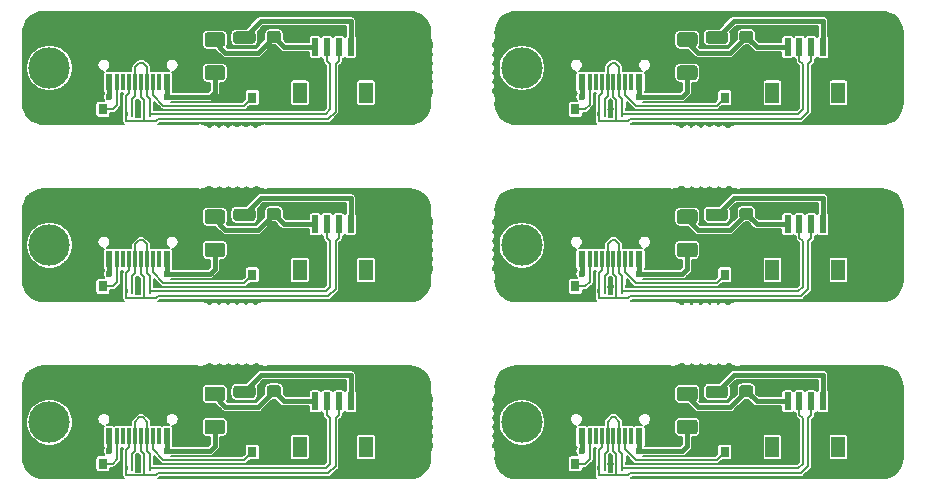
<source format=gbr>
%TF.GenerationSoftware,KiCad,Pcbnew,(5.1.11)-1*%
%TF.CreationDate,2022-09-07T06:47:23+07:00*%
%TF.ProjectId,Eclipse Voyager - Copy,45636c69-7073-4652-9056-6f7961676572,rev?*%
%TF.SameCoordinates,Original*%
%TF.FileFunction,Copper,L1,Top*%
%TF.FilePolarity,Positive*%
%FSLAX46Y46*%
G04 Gerber Fmt 4.6, Leading zero omitted, Abs format (unit mm)*
G04 Created by KiCad (PCBNEW (5.1.11)-1) date 2022-09-07 06:47:23*
%MOMM*%
%LPD*%
G01*
G04 APERTURE LIST*
%TA.AperFunction,SMDPad,CuDef*%
%ADD10R,0.600000X1.450000*%
%TD*%
%TA.AperFunction,SMDPad,CuDef*%
%ADD11R,0.300000X1.450000*%
%TD*%
%TA.AperFunction,ComponentPad*%
%ADD12O,1.000000X2.100000*%
%TD*%
%TA.AperFunction,ComponentPad*%
%ADD13O,1.000000X1.600000*%
%TD*%
%TA.AperFunction,ComponentPad*%
%ADD14C,3.500000*%
%TD*%
%TA.AperFunction,ConnectorPad*%
%ADD15C,3.500000*%
%TD*%
%TA.AperFunction,ComponentPad*%
%ADD16C,2.600000*%
%TD*%
%TA.AperFunction,SMDPad,CuDef*%
%ADD17R,1.200000X1.800000*%
%TD*%
%TA.AperFunction,SMDPad,CuDef*%
%ADD18R,0.600000X1.550000*%
%TD*%
%TA.AperFunction,SMDPad,CuDef*%
%ADD19R,0.800000X0.950000*%
%TD*%
%TA.AperFunction,SMDPad,CuDef*%
%ADD20R,0.300000X0.550000*%
%TD*%
%TA.AperFunction,SMDPad,CuDef*%
%ADD21R,0.250000X0.550000*%
%TD*%
%TA.AperFunction,ViaPad*%
%ADD22C,0.500000*%
%TD*%
%TA.AperFunction,ViaPad*%
%ADD23C,0.600000*%
%TD*%
%TA.AperFunction,Conductor*%
%ADD24C,0.400000*%
%TD*%
%TA.AperFunction,Conductor*%
%ADD25C,0.200000*%
%TD*%
%TA.AperFunction,Conductor*%
%ADD26C,0.152400*%
%TD*%
%TA.AperFunction,Conductor*%
%ADD27C,0.100000*%
%TD*%
G04 APERTURE END LIST*
D10*
%TO.P,USB1,12*%
%TO.N,GNDPWR*%
X168775000Y-32695000D03*
%TO.P,USB1,1*%
X175225000Y-32695000D03*
%TO.P,USB1,11*%
%TO.N,VBUS*%
X169550000Y-32695000D03*
%TO.P,USB1,2*%
X174450000Y-32695000D03*
D11*
%TO.P,USB1,3*%
%TO.N,Net-(USB1-Pad3)*%
X173750000Y-32695000D03*
%TO.P,USB1,10*%
%TO.N,Net-(R2-Pad2)*%
X170250000Y-32695000D03*
%TO.P,USB1,4*%
%TO.N,Net-(R1-Pad2)*%
X173250000Y-32695000D03*
%TO.P,USB1,9*%
%TO.N,Net-(USB1-Pad9)*%
X170750000Y-32695000D03*
%TO.P,USB1,5*%
%TO.N,D-*%
X172750000Y-32695000D03*
%TO.P,USB1,8*%
%TO.N,D+*%
X171250000Y-32695000D03*
%TO.P,USB1,7*%
%TO.N,D-*%
X171750000Y-32695000D03*
%TO.P,USB1,6*%
%TO.N,D+*%
X172250000Y-32695000D03*
D12*
%TO.P,USB1,13*%
%TO.N,GNDPWR*%
X176320000Y-31780000D03*
X167680000Y-31780000D03*
D13*
X176320000Y-27600000D03*
X167680000Y-27600000D03*
%TD*%
D14*
%TO.P,H1,1*%
%TO.N,GNDPWR*%
X194500000Y-61500000D03*
%TD*%
%TO.P,H1,1*%
%TO.N,GNDPWR*%
X154500000Y-61500000D03*
%TD*%
%TO.P,H1,1*%
%TO.N,GNDPWR*%
X194500000Y-46500000D03*
%TD*%
%TO.P,H1,1*%
%TO.N,GNDPWR*%
X154500000Y-46500000D03*
%TD*%
%TO.P,H1,1*%
%TO.N,GNDPWR*%
X194500000Y-31500000D03*
%TD*%
D15*
%TO.P,H2,1*%
%TO.N,N/C*%
X164500000Y-61500000D03*
D16*
X164500000Y-61500000D03*
%TD*%
D15*
%TO.P,H2,1*%
%TO.N,N/C*%
X124500000Y-61500000D03*
D16*
X124500000Y-61500000D03*
%TD*%
D15*
%TO.P,H2,1*%
%TO.N,N/C*%
X164500000Y-46500000D03*
D16*
X164500000Y-46500000D03*
%TD*%
D15*
%TO.P,H2,1*%
%TO.N,N/C*%
X124500000Y-46500000D03*
D16*
X124500000Y-46500000D03*
%TD*%
D15*
%TO.P,H2,1*%
%TO.N,N/C*%
X164500000Y-31500000D03*
D16*
X164500000Y-31500000D03*
%TD*%
D17*
%TO.P,J1,*%
%TO.N,*%
X191300000Y-63600000D03*
X185700000Y-63600000D03*
D18*
%TO.P,J1,1*%
%TO.N,+5V*%
X187000000Y-59725000D03*
%TO.P,J1,2*%
%TO.N,D-*%
X188000000Y-59725000D03*
%TO.P,J1,4*%
%TO.N,GND*%
X190000000Y-59725000D03*
%TO.P,J1,3*%
%TO.N,D+*%
X189000000Y-59725000D03*
%TD*%
D17*
%TO.P,J1,*%
%TO.N,*%
X151300000Y-63600000D03*
X145700000Y-63600000D03*
D18*
%TO.P,J1,1*%
%TO.N,+5V*%
X147000000Y-59725000D03*
%TO.P,J1,2*%
%TO.N,D-*%
X148000000Y-59725000D03*
%TO.P,J1,4*%
%TO.N,GND*%
X150000000Y-59725000D03*
%TO.P,J1,3*%
%TO.N,D+*%
X149000000Y-59725000D03*
%TD*%
D17*
%TO.P,J1,*%
%TO.N,*%
X191300000Y-48600000D03*
X185700000Y-48600000D03*
D18*
%TO.P,J1,1*%
%TO.N,+5V*%
X187000000Y-44725000D03*
%TO.P,J1,2*%
%TO.N,D-*%
X188000000Y-44725000D03*
%TO.P,J1,4*%
%TO.N,GND*%
X190000000Y-44725000D03*
%TO.P,J1,3*%
%TO.N,D+*%
X189000000Y-44725000D03*
%TD*%
D17*
%TO.P,J1,*%
%TO.N,*%
X151300000Y-48600000D03*
X145700000Y-48600000D03*
D18*
%TO.P,J1,1*%
%TO.N,+5V*%
X147000000Y-44725000D03*
%TO.P,J1,2*%
%TO.N,D-*%
X148000000Y-44725000D03*
%TO.P,J1,4*%
%TO.N,GND*%
X150000000Y-44725000D03*
%TO.P,J1,3*%
%TO.N,D+*%
X149000000Y-44725000D03*
%TD*%
D17*
%TO.P,J1,*%
%TO.N,*%
X191300000Y-33600000D03*
X185700000Y-33600000D03*
D18*
%TO.P,J1,1*%
%TO.N,+5V*%
X187000000Y-29725000D03*
%TO.P,J1,2*%
%TO.N,D-*%
X188000000Y-29725000D03*
%TO.P,J1,4*%
%TO.N,GND*%
X190000000Y-29725000D03*
%TO.P,J1,3*%
%TO.N,D+*%
X189000000Y-29725000D03*
%TD*%
%TO.P,L1,2*%
%TO.N,GND*%
%TA.AperFunction,SMDPad,CuDef*%
G36*
G01*
X181700001Y-59450000D02*
X180299999Y-59450000D01*
G75*
G02*
X180050000Y-59200001I0J249999D01*
G01*
X180050000Y-58649999D01*
G75*
G02*
X180299999Y-58400000I249999J0D01*
G01*
X181700001Y-58400000D01*
G75*
G02*
X181950000Y-58649999I0J-249999D01*
G01*
X181950000Y-59200001D01*
G75*
G02*
X181700001Y-59450000I-249999J0D01*
G01*
G37*
%TD.AperFunction*%
%TO.P,L1,1*%
%TO.N,GNDPWR*%
%TA.AperFunction,SMDPad,CuDef*%
G36*
G01*
X181700001Y-62600000D02*
X180299999Y-62600000D01*
G75*
G02*
X180050000Y-62350001I0J249999D01*
G01*
X180050000Y-61799999D01*
G75*
G02*
X180299999Y-61550000I249999J0D01*
G01*
X181700001Y-61550000D01*
G75*
G02*
X181950000Y-61799999I0J-249999D01*
G01*
X181950000Y-62350001D01*
G75*
G02*
X181700001Y-62600000I-249999J0D01*
G01*
G37*
%TD.AperFunction*%
%TD*%
%TO.P,L1,2*%
%TO.N,GND*%
%TA.AperFunction,SMDPad,CuDef*%
G36*
G01*
X141700001Y-59450000D02*
X140299999Y-59450000D01*
G75*
G02*
X140050000Y-59200001I0J249999D01*
G01*
X140050000Y-58649999D01*
G75*
G02*
X140299999Y-58400000I249999J0D01*
G01*
X141700001Y-58400000D01*
G75*
G02*
X141950000Y-58649999I0J-249999D01*
G01*
X141950000Y-59200001D01*
G75*
G02*
X141700001Y-59450000I-249999J0D01*
G01*
G37*
%TD.AperFunction*%
%TO.P,L1,1*%
%TO.N,GNDPWR*%
%TA.AperFunction,SMDPad,CuDef*%
G36*
G01*
X141700001Y-62600000D02*
X140299999Y-62600000D01*
G75*
G02*
X140050000Y-62350001I0J249999D01*
G01*
X140050000Y-61799999D01*
G75*
G02*
X140299999Y-61550000I249999J0D01*
G01*
X141700001Y-61550000D01*
G75*
G02*
X141950000Y-61799999I0J-249999D01*
G01*
X141950000Y-62350001D01*
G75*
G02*
X141700001Y-62600000I-249999J0D01*
G01*
G37*
%TD.AperFunction*%
%TD*%
%TO.P,L1,2*%
%TO.N,GND*%
%TA.AperFunction,SMDPad,CuDef*%
G36*
G01*
X181700001Y-44450000D02*
X180299999Y-44450000D01*
G75*
G02*
X180050000Y-44200001I0J249999D01*
G01*
X180050000Y-43649999D01*
G75*
G02*
X180299999Y-43400000I249999J0D01*
G01*
X181700001Y-43400000D01*
G75*
G02*
X181950000Y-43649999I0J-249999D01*
G01*
X181950000Y-44200001D01*
G75*
G02*
X181700001Y-44450000I-249999J0D01*
G01*
G37*
%TD.AperFunction*%
%TO.P,L1,1*%
%TO.N,GNDPWR*%
%TA.AperFunction,SMDPad,CuDef*%
G36*
G01*
X181700001Y-47600000D02*
X180299999Y-47600000D01*
G75*
G02*
X180050000Y-47350001I0J249999D01*
G01*
X180050000Y-46799999D01*
G75*
G02*
X180299999Y-46550000I249999J0D01*
G01*
X181700001Y-46550000D01*
G75*
G02*
X181950000Y-46799999I0J-249999D01*
G01*
X181950000Y-47350001D01*
G75*
G02*
X181700001Y-47600000I-249999J0D01*
G01*
G37*
%TD.AperFunction*%
%TD*%
%TO.P,L1,2*%
%TO.N,GND*%
%TA.AperFunction,SMDPad,CuDef*%
G36*
G01*
X141700001Y-44450000D02*
X140299999Y-44450000D01*
G75*
G02*
X140050000Y-44200001I0J249999D01*
G01*
X140050000Y-43649999D01*
G75*
G02*
X140299999Y-43400000I249999J0D01*
G01*
X141700001Y-43400000D01*
G75*
G02*
X141950000Y-43649999I0J-249999D01*
G01*
X141950000Y-44200001D01*
G75*
G02*
X141700001Y-44450000I-249999J0D01*
G01*
G37*
%TD.AperFunction*%
%TO.P,L1,1*%
%TO.N,GNDPWR*%
%TA.AperFunction,SMDPad,CuDef*%
G36*
G01*
X141700001Y-47600000D02*
X140299999Y-47600000D01*
G75*
G02*
X140050000Y-47350001I0J249999D01*
G01*
X140050000Y-46799999D01*
G75*
G02*
X140299999Y-46550000I249999J0D01*
G01*
X141700001Y-46550000D01*
G75*
G02*
X141950000Y-46799999I0J-249999D01*
G01*
X141950000Y-47350001D01*
G75*
G02*
X141700001Y-47600000I-249999J0D01*
G01*
G37*
%TD.AperFunction*%
%TD*%
%TO.P,L1,2*%
%TO.N,GND*%
%TA.AperFunction,SMDPad,CuDef*%
G36*
G01*
X181700001Y-29450000D02*
X180299999Y-29450000D01*
G75*
G02*
X180050000Y-29200001I0J249999D01*
G01*
X180050000Y-28649999D01*
G75*
G02*
X180299999Y-28400000I249999J0D01*
G01*
X181700001Y-28400000D01*
G75*
G02*
X181950000Y-28649999I0J-249999D01*
G01*
X181950000Y-29200001D01*
G75*
G02*
X181700001Y-29450000I-249999J0D01*
G01*
G37*
%TD.AperFunction*%
%TO.P,L1,1*%
%TO.N,GNDPWR*%
%TA.AperFunction,SMDPad,CuDef*%
G36*
G01*
X181700001Y-32600000D02*
X180299999Y-32600000D01*
G75*
G02*
X180050000Y-32350001I0J249999D01*
G01*
X180050000Y-31799999D01*
G75*
G02*
X180299999Y-31550000I249999J0D01*
G01*
X181700001Y-31550000D01*
G75*
G02*
X181950000Y-31799999I0J-249999D01*
G01*
X181950000Y-32350001D01*
G75*
G02*
X181700001Y-32600000I-249999J0D01*
G01*
G37*
%TD.AperFunction*%
%TD*%
%TO.P,F1,2*%
%TO.N,+5V*%
%TA.AperFunction,SMDPad,CuDef*%
G36*
G01*
X179125000Y-59725000D02*
X177875000Y-59725000D01*
G75*
G02*
X177625000Y-59475000I0J250000D01*
G01*
X177625000Y-58725000D01*
G75*
G02*
X177875000Y-58475000I250000J0D01*
G01*
X179125000Y-58475000D01*
G75*
G02*
X179375000Y-58725000I0J-250000D01*
G01*
X179375000Y-59475000D01*
G75*
G02*
X179125000Y-59725000I-250000J0D01*
G01*
G37*
%TD.AperFunction*%
%TO.P,F1,1*%
%TO.N,VBUS*%
%TA.AperFunction,SMDPad,CuDef*%
G36*
G01*
X179125000Y-62525000D02*
X177875000Y-62525000D01*
G75*
G02*
X177625000Y-62275000I0J250000D01*
G01*
X177625000Y-61525000D01*
G75*
G02*
X177875000Y-61275000I250000J0D01*
G01*
X179125000Y-61275000D01*
G75*
G02*
X179375000Y-61525000I0J-250000D01*
G01*
X179375000Y-62275000D01*
G75*
G02*
X179125000Y-62525000I-250000J0D01*
G01*
G37*
%TD.AperFunction*%
%TD*%
%TO.P,F1,2*%
%TO.N,+5V*%
%TA.AperFunction,SMDPad,CuDef*%
G36*
G01*
X139125000Y-59725000D02*
X137875000Y-59725000D01*
G75*
G02*
X137625000Y-59475000I0J250000D01*
G01*
X137625000Y-58725000D01*
G75*
G02*
X137875000Y-58475000I250000J0D01*
G01*
X139125000Y-58475000D01*
G75*
G02*
X139375000Y-58725000I0J-250000D01*
G01*
X139375000Y-59475000D01*
G75*
G02*
X139125000Y-59725000I-250000J0D01*
G01*
G37*
%TD.AperFunction*%
%TO.P,F1,1*%
%TO.N,VBUS*%
%TA.AperFunction,SMDPad,CuDef*%
G36*
G01*
X139125000Y-62525000D02*
X137875000Y-62525000D01*
G75*
G02*
X137625000Y-62275000I0J250000D01*
G01*
X137625000Y-61525000D01*
G75*
G02*
X137875000Y-61275000I250000J0D01*
G01*
X139125000Y-61275000D01*
G75*
G02*
X139375000Y-61525000I0J-250000D01*
G01*
X139375000Y-62275000D01*
G75*
G02*
X139125000Y-62525000I-250000J0D01*
G01*
G37*
%TD.AperFunction*%
%TD*%
%TO.P,F1,2*%
%TO.N,+5V*%
%TA.AperFunction,SMDPad,CuDef*%
G36*
G01*
X179125000Y-44725000D02*
X177875000Y-44725000D01*
G75*
G02*
X177625000Y-44475000I0J250000D01*
G01*
X177625000Y-43725000D01*
G75*
G02*
X177875000Y-43475000I250000J0D01*
G01*
X179125000Y-43475000D01*
G75*
G02*
X179375000Y-43725000I0J-250000D01*
G01*
X179375000Y-44475000D01*
G75*
G02*
X179125000Y-44725000I-250000J0D01*
G01*
G37*
%TD.AperFunction*%
%TO.P,F1,1*%
%TO.N,VBUS*%
%TA.AperFunction,SMDPad,CuDef*%
G36*
G01*
X179125000Y-47525000D02*
X177875000Y-47525000D01*
G75*
G02*
X177625000Y-47275000I0J250000D01*
G01*
X177625000Y-46525000D01*
G75*
G02*
X177875000Y-46275000I250000J0D01*
G01*
X179125000Y-46275000D01*
G75*
G02*
X179375000Y-46525000I0J-250000D01*
G01*
X179375000Y-47275000D01*
G75*
G02*
X179125000Y-47525000I-250000J0D01*
G01*
G37*
%TD.AperFunction*%
%TD*%
%TO.P,F1,2*%
%TO.N,+5V*%
%TA.AperFunction,SMDPad,CuDef*%
G36*
G01*
X139125000Y-44725000D02*
X137875000Y-44725000D01*
G75*
G02*
X137625000Y-44475000I0J250000D01*
G01*
X137625000Y-43725000D01*
G75*
G02*
X137875000Y-43475000I250000J0D01*
G01*
X139125000Y-43475000D01*
G75*
G02*
X139375000Y-43725000I0J-250000D01*
G01*
X139375000Y-44475000D01*
G75*
G02*
X139125000Y-44725000I-250000J0D01*
G01*
G37*
%TD.AperFunction*%
%TO.P,F1,1*%
%TO.N,VBUS*%
%TA.AperFunction,SMDPad,CuDef*%
G36*
G01*
X139125000Y-47525000D02*
X137875000Y-47525000D01*
G75*
G02*
X137625000Y-47275000I0J250000D01*
G01*
X137625000Y-46525000D01*
G75*
G02*
X137875000Y-46275000I250000J0D01*
G01*
X139125000Y-46275000D01*
G75*
G02*
X139375000Y-46525000I0J-250000D01*
G01*
X139375000Y-47275000D01*
G75*
G02*
X139125000Y-47525000I-250000J0D01*
G01*
G37*
%TD.AperFunction*%
%TD*%
%TO.P,F1,2*%
%TO.N,+5V*%
%TA.AperFunction,SMDPad,CuDef*%
G36*
G01*
X179125000Y-29725000D02*
X177875000Y-29725000D01*
G75*
G02*
X177625000Y-29475000I0J250000D01*
G01*
X177625000Y-28725000D01*
G75*
G02*
X177875000Y-28475000I250000J0D01*
G01*
X179125000Y-28475000D01*
G75*
G02*
X179375000Y-28725000I0J-250000D01*
G01*
X179375000Y-29475000D01*
G75*
G02*
X179125000Y-29725000I-250000J0D01*
G01*
G37*
%TD.AperFunction*%
%TO.P,F1,1*%
%TO.N,VBUS*%
%TA.AperFunction,SMDPad,CuDef*%
G36*
G01*
X179125000Y-32525000D02*
X177875000Y-32525000D01*
G75*
G02*
X177625000Y-32275000I0J250000D01*
G01*
X177625000Y-31525000D01*
G75*
G02*
X177875000Y-31275000I250000J0D01*
G01*
X179125000Y-31275000D01*
G75*
G02*
X179375000Y-31525000I0J-250000D01*
G01*
X179375000Y-32275000D01*
G75*
G02*
X179125000Y-32525000I-250000J0D01*
G01*
G37*
%TD.AperFunction*%
%TD*%
D19*
%TO.P,R2,2*%
%TO.N,Net-(R2-Pad2)*%
X169025000Y-65000000D03*
%TO.P,R2,1*%
%TO.N,GNDPWR*%
X167375000Y-65000000D03*
%TD*%
%TO.P,R2,2*%
%TO.N,Net-(R2-Pad2)*%
X129025000Y-65000000D03*
%TO.P,R2,1*%
%TO.N,GNDPWR*%
X127375000Y-65000000D03*
%TD*%
%TO.P,R2,2*%
%TO.N,Net-(R2-Pad2)*%
X169025000Y-50000000D03*
%TO.P,R2,1*%
%TO.N,GNDPWR*%
X167375000Y-50000000D03*
%TD*%
%TO.P,R2,2*%
%TO.N,Net-(R2-Pad2)*%
X129025000Y-50000000D03*
%TO.P,R2,1*%
%TO.N,GNDPWR*%
X127375000Y-50000000D03*
%TD*%
%TO.P,R2,2*%
%TO.N,Net-(R2-Pad2)*%
X169025000Y-35000000D03*
%TO.P,R2,1*%
%TO.N,GNDPWR*%
X167375000Y-35000000D03*
%TD*%
%TO.P,R1,2*%
%TO.N,Net-(R1-Pad2)*%
X181675000Y-64000000D03*
%TO.P,R1,1*%
%TO.N,GNDPWR*%
X183325000Y-64000000D03*
%TD*%
%TO.P,R1,2*%
%TO.N,Net-(R1-Pad2)*%
X141675000Y-64000000D03*
%TO.P,R1,1*%
%TO.N,GNDPWR*%
X143325000Y-64000000D03*
%TD*%
%TO.P,R1,2*%
%TO.N,Net-(R1-Pad2)*%
X181675000Y-49000000D03*
%TO.P,R1,1*%
%TO.N,GNDPWR*%
X183325000Y-49000000D03*
%TD*%
%TO.P,R1,2*%
%TO.N,Net-(R1-Pad2)*%
X141675000Y-49000000D03*
%TO.P,R1,1*%
%TO.N,GNDPWR*%
X143325000Y-49000000D03*
%TD*%
%TO.P,R1,2*%
%TO.N,Net-(R1-Pad2)*%
X181675000Y-34000000D03*
%TO.P,R1,1*%
%TO.N,GNDPWR*%
X183325000Y-34000000D03*
%TD*%
%TO.P,D1,2*%
%TO.N,+5V*%
%TA.AperFunction,SMDPad,CuDef*%
G36*
G01*
X183850000Y-59350000D02*
X183150000Y-59350000D01*
G75*
G02*
X182900000Y-59100000I0J250000D01*
G01*
X182900000Y-58600000D01*
G75*
G02*
X183150000Y-58350000I250000J0D01*
G01*
X183850000Y-58350000D01*
G75*
G02*
X184100000Y-58600000I0J-250000D01*
G01*
X184100000Y-59100000D01*
G75*
G02*
X183850000Y-59350000I-250000J0D01*
G01*
G37*
%TD.AperFunction*%
%TO.P,D1,1*%
%TO.N,GNDPWR*%
%TA.AperFunction,SMDPad,CuDef*%
G36*
G01*
X183850000Y-62650000D02*
X183150000Y-62650000D01*
G75*
G02*
X182900000Y-62400000I0J250000D01*
G01*
X182900000Y-61900000D01*
G75*
G02*
X183150000Y-61650000I250000J0D01*
G01*
X183850000Y-61650000D01*
G75*
G02*
X184100000Y-61900000I0J-250000D01*
G01*
X184100000Y-62400000D01*
G75*
G02*
X183850000Y-62650000I-250000J0D01*
G01*
G37*
%TD.AperFunction*%
%TD*%
%TO.P,D1,2*%
%TO.N,+5V*%
%TA.AperFunction,SMDPad,CuDef*%
G36*
G01*
X143850000Y-59350000D02*
X143150000Y-59350000D01*
G75*
G02*
X142900000Y-59100000I0J250000D01*
G01*
X142900000Y-58600000D01*
G75*
G02*
X143150000Y-58350000I250000J0D01*
G01*
X143850000Y-58350000D01*
G75*
G02*
X144100000Y-58600000I0J-250000D01*
G01*
X144100000Y-59100000D01*
G75*
G02*
X143850000Y-59350000I-250000J0D01*
G01*
G37*
%TD.AperFunction*%
%TO.P,D1,1*%
%TO.N,GNDPWR*%
%TA.AperFunction,SMDPad,CuDef*%
G36*
G01*
X143850000Y-62650000D02*
X143150000Y-62650000D01*
G75*
G02*
X142900000Y-62400000I0J250000D01*
G01*
X142900000Y-61900000D01*
G75*
G02*
X143150000Y-61650000I250000J0D01*
G01*
X143850000Y-61650000D01*
G75*
G02*
X144100000Y-61900000I0J-250000D01*
G01*
X144100000Y-62400000D01*
G75*
G02*
X143850000Y-62650000I-250000J0D01*
G01*
G37*
%TD.AperFunction*%
%TD*%
%TO.P,D1,2*%
%TO.N,+5V*%
%TA.AperFunction,SMDPad,CuDef*%
G36*
G01*
X183850000Y-44350000D02*
X183150000Y-44350000D01*
G75*
G02*
X182900000Y-44100000I0J250000D01*
G01*
X182900000Y-43600000D01*
G75*
G02*
X183150000Y-43350000I250000J0D01*
G01*
X183850000Y-43350000D01*
G75*
G02*
X184100000Y-43600000I0J-250000D01*
G01*
X184100000Y-44100000D01*
G75*
G02*
X183850000Y-44350000I-250000J0D01*
G01*
G37*
%TD.AperFunction*%
%TO.P,D1,1*%
%TO.N,GNDPWR*%
%TA.AperFunction,SMDPad,CuDef*%
G36*
G01*
X183850000Y-47650000D02*
X183150000Y-47650000D01*
G75*
G02*
X182900000Y-47400000I0J250000D01*
G01*
X182900000Y-46900000D01*
G75*
G02*
X183150000Y-46650000I250000J0D01*
G01*
X183850000Y-46650000D01*
G75*
G02*
X184100000Y-46900000I0J-250000D01*
G01*
X184100000Y-47400000D01*
G75*
G02*
X183850000Y-47650000I-250000J0D01*
G01*
G37*
%TD.AperFunction*%
%TD*%
%TO.P,D1,2*%
%TO.N,+5V*%
%TA.AperFunction,SMDPad,CuDef*%
G36*
G01*
X143850000Y-44350000D02*
X143150000Y-44350000D01*
G75*
G02*
X142900000Y-44100000I0J250000D01*
G01*
X142900000Y-43600000D01*
G75*
G02*
X143150000Y-43350000I250000J0D01*
G01*
X143850000Y-43350000D01*
G75*
G02*
X144100000Y-43600000I0J-250000D01*
G01*
X144100000Y-44100000D01*
G75*
G02*
X143850000Y-44350000I-250000J0D01*
G01*
G37*
%TD.AperFunction*%
%TO.P,D1,1*%
%TO.N,GNDPWR*%
%TA.AperFunction,SMDPad,CuDef*%
G36*
G01*
X143850000Y-47650000D02*
X143150000Y-47650000D01*
G75*
G02*
X142900000Y-47400000I0J250000D01*
G01*
X142900000Y-46900000D01*
G75*
G02*
X143150000Y-46650000I250000J0D01*
G01*
X143850000Y-46650000D01*
G75*
G02*
X144100000Y-46900000I0J-250000D01*
G01*
X144100000Y-47400000D01*
G75*
G02*
X143850000Y-47650000I-250000J0D01*
G01*
G37*
%TD.AperFunction*%
%TD*%
%TO.P,D1,2*%
%TO.N,+5V*%
%TA.AperFunction,SMDPad,CuDef*%
G36*
G01*
X183850000Y-29350000D02*
X183150000Y-29350000D01*
G75*
G02*
X182900000Y-29100000I0J250000D01*
G01*
X182900000Y-28600000D01*
G75*
G02*
X183150000Y-28350000I250000J0D01*
G01*
X183850000Y-28350000D01*
G75*
G02*
X184100000Y-28600000I0J-250000D01*
G01*
X184100000Y-29100000D01*
G75*
G02*
X183850000Y-29350000I-250000J0D01*
G01*
G37*
%TD.AperFunction*%
%TO.P,D1,1*%
%TO.N,GNDPWR*%
%TA.AperFunction,SMDPad,CuDef*%
G36*
G01*
X183850000Y-32650000D02*
X183150000Y-32650000D01*
G75*
G02*
X182900000Y-32400000I0J250000D01*
G01*
X182900000Y-31900000D01*
G75*
G02*
X183150000Y-31650000I250000J0D01*
G01*
X183850000Y-31650000D01*
G75*
G02*
X184100000Y-31900000I0J-250000D01*
G01*
X184100000Y-32400000D01*
G75*
G02*
X183850000Y-32650000I-250000J0D01*
G01*
G37*
%TD.AperFunction*%
%TD*%
D20*
%TO.P,U1,8*%
%TO.N,GNDPWR*%
X172000000Y-64615000D03*
D21*
%TO.P,U1,10*%
%TO.N,D+*%
X171000000Y-64615000D03*
%TO.P,U1,7*%
X172500000Y-64615000D03*
%TO.P,U1,6*%
%TO.N,D-*%
X173000000Y-64615000D03*
%TO.P,U1,9*%
X171500000Y-64615000D03*
%TO.P,U1,5*%
X173000000Y-65385000D03*
%TO.P,U1,4*%
%TO.N,D+*%
X172500000Y-65385000D03*
D20*
%TO.P,U1,3*%
%TO.N,GNDPWR*%
X172000000Y-65385000D03*
D21*
%TO.P,U1,2*%
%TO.N,D-*%
X171500000Y-65385000D03*
%TO.P,U1,1*%
%TO.N,D+*%
%TA.AperFunction,SMDPad,CuDef*%
G36*
G01*
X170875000Y-65535000D02*
X170875000Y-65235000D01*
G75*
G02*
X171000000Y-65110000I125000J0D01*
G01*
X171000000Y-65110000D01*
G75*
G02*
X171125000Y-65235000I0J-125000D01*
G01*
X171125000Y-65535000D01*
G75*
G02*
X171000000Y-65660000I-125000J0D01*
G01*
X171000000Y-65660000D01*
G75*
G02*
X170875000Y-65535000I0J125000D01*
G01*
G37*
%TD.AperFunction*%
%TD*%
D20*
%TO.P,U1,8*%
%TO.N,GNDPWR*%
X132000000Y-64615000D03*
D21*
%TO.P,U1,10*%
%TO.N,D+*%
X131000000Y-64615000D03*
%TO.P,U1,7*%
X132500000Y-64615000D03*
%TO.P,U1,6*%
%TO.N,D-*%
X133000000Y-64615000D03*
%TO.P,U1,9*%
X131500000Y-64615000D03*
%TO.P,U1,5*%
X133000000Y-65385000D03*
%TO.P,U1,4*%
%TO.N,D+*%
X132500000Y-65385000D03*
D20*
%TO.P,U1,3*%
%TO.N,GNDPWR*%
X132000000Y-65385000D03*
D21*
%TO.P,U1,2*%
%TO.N,D-*%
X131500000Y-65385000D03*
%TO.P,U1,1*%
%TO.N,D+*%
%TA.AperFunction,SMDPad,CuDef*%
G36*
G01*
X130875000Y-65535000D02*
X130875000Y-65235000D01*
G75*
G02*
X131000000Y-65110000I125000J0D01*
G01*
X131000000Y-65110000D01*
G75*
G02*
X131125000Y-65235000I0J-125000D01*
G01*
X131125000Y-65535000D01*
G75*
G02*
X131000000Y-65660000I-125000J0D01*
G01*
X131000000Y-65660000D01*
G75*
G02*
X130875000Y-65535000I0J125000D01*
G01*
G37*
%TD.AperFunction*%
%TD*%
D20*
%TO.P,U1,8*%
%TO.N,GNDPWR*%
X172000000Y-49615000D03*
D21*
%TO.P,U1,10*%
%TO.N,D+*%
X171000000Y-49615000D03*
%TO.P,U1,7*%
X172500000Y-49615000D03*
%TO.P,U1,6*%
%TO.N,D-*%
X173000000Y-49615000D03*
%TO.P,U1,9*%
X171500000Y-49615000D03*
%TO.P,U1,5*%
X173000000Y-50385000D03*
%TO.P,U1,4*%
%TO.N,D+*%
X172500000Y-50385000D03*
D20*
%TO.P,U1,3*%
%TO.N,GNDPWR*%
X172000000Y-50385000D03*
D21*
%TO.P,U1,2*%
%TO.N,D-*%
X171500000Y-50385000D03*
%TO.P,U1,1*%
%TO.N,D+*%
%TA.AperFunction,SMDPad,CuDef*%
G36*
G01*
X170875000Y-50535000D02*
X170875000Y-50235000D01*
G75*
G02*
X171000000Y-50110000I125000J0D01*
G01*
X171000000Y-50110000D01*
G75*
G02*
X171125000Y-50235000I0J-125000D01*
G01*
X171125000Y-50535000D01*
G75*
G02*
X171000000Y-50660000I-125000J0D01*
G01*
X171000000Y-50660000D01*
G75*
G02*
X170875000Y-50535000I0J125000D01*
G01*
G37*
%TD.AperFunction*%
%TD*%
D20*
%TO.P,U1,8*%
%TO.N,GNDPWR*%
X132000000Y-49615000D03*
D21*
%TO.P,U1,10*%
%TO.N,D+*%
X131000000Y-49615000D03*
%TO.P,U1,7*%
X132500000Y-49615000D03*
%TO.P,U1,6*%
%TO.N,D-*%
X133000000Y-49615000D03*
%TO.P,U1,9*%
X131500000Y-49615000D03*
%TO.P,U1,5*%
X133000000Y-50385000D03*
%TO.P,U1,4*%
%TO.N,D+*%
X132500000Y-50385000D03*
D20*
%TO.P,U1,3*%
%TO.N,GNDPWR*%
X132000000Y-50385000D03*
D21*
%TO.P,U1,2*%
%TO.N,D-*%
X131500000Y-50385000D03*
%TO.P,U1,1*%
%TO.N,D+*%
%TA.AperFunction,SMDPad,CuDef*%
G36*
G01*
X130875000Y-50535000D02*
X130875000Y-50235000D01*
G75*
G02*
X131000000Y-50110000I125000J0D01*
G01*
X131000000Y-50110000D01*
G75*
G02*
X131125000Y-50235000I0J-125000D01*
G01*
X131125000Y-50535000D01*
G75*
G02*
X131000000Y-50660000I-125000J0D01*
G01*
X131000000Y-50660000D01*
G75*
G02*
X130875000Y-50535000I0J125000D01*
G01*
G37*
%TD.AperFunction*%
%TD*%
D20*
%TO.P,U1,8*%
%TO.N,GNDPWR*%
X172000000Y-34615000D03*
D21*
%TO.P,U1,10*%
%TO.N,D+*%
X171000000Y-34615000D03*
%TO.P,U1,7*%
X172500000Y-34615000D03*
%TO.P,U1,6*%
%TO.N,D-*%
X173000000Y-34615000D03*
%TO.P,U1,9*%
X171500000Y-34615000D03*
%TO.P,U1,5*%
X173000000Y-35385000D03*
%TO.P,U1,4*%
%TO.N,D+*%
X172500000Y-35385000D03*
D20*
%TO.P,U1,3*%
%TO.N,GNDPWR*%
X172000000Y-35385000D03*
D21*
%TO.P,U1,2*%
%TO.N,D-*%
X171500000Y-35385000D03*
%TO.P,U1,1*%
%TO.N,D+*%
%TA.AperFunction,SMDPad,CuDef*%
G36*
G01*
X170875000Y-35535000D02*
X170875000Y-35235000D01*
G75*
G02*
X171000000Y-35110000I125000J0D01*
G01*
X171000000Y-35110000D01*
G75*
G02*
X171125000Y-35235000I0J-125000D01*
G01*
X171125000Y-35535000D01*
G75*
G02*
X171000000Y-35660000I-125000J0D01*
G01*
X171000000Y-35660000D01*
G75*
G02*
X170875000Y-35535000I0J125000D01*
G01*
G37*
%TD.AperFunction*%
%TD*%
D10*
%TO.P,USB1,12*%
%TO.N,GNDPWR*%
X168775000Y-62695000D03*
%TO.P,USB1,1*%
X175225000Y-62695000D03*
%TO.P,USB1,11*%
%TO.N,VBUS*%
X169550000Y-62695000D03*
%TO.P,USB1,2*%
X174450000Y-62695000D03*
D11*
%TO.P,USB1,3*%
%TO.N,Net-(USB1-Pad3)*%
X173750000Y-62695000D03*
%TO.P,USB1,10*%
%TO.N,Net-(R2-Pad2)*%
X170250000Y-62695000D03*
%TO.P,USB1,4*%
%TO.N,Net-(R1-Pad2)*%
X173250000Y-62695000D03*
%TO.P,USB1,9*%
%TO.N,Net-(USB1-Pad9)*%
X170750000Y-62695000D03*
%TO.P,USB1,5*%
%TO.N,D-*%
X172750000Y-62695000D03*
%TO.P,USB1,8*%
%TO.N,D+*%
X171250000Y-62695000D03*
%TO.P,USB1,7*%
%TO.N,D-*%
X171750000Y-62695000D03*
%TO.P,USB1,6*%
%TO.N,D+*%
X172250000Y-62695000D03*
D12*
%TO.P,USB1,13*%
%TO.N,GNDPWR*%
X176320000Y-61780000D03*
X167680000Y-61780000D03*
D13*
X176320000Y-57600000D03*
X167680000Y-57600000D03*
%TD*%
D10*
%TO.P,USB1,12*%
%TO.N,GNDPWR*%
X128775000Y-62695000D03*
%TO.P,USB1,1*%
X135225000Y-62695000D03*
%TO.P,USB1,11*%
%TO.N,VBUS*%
X129550000Y-62695000D03*
%TO.P,USB1,2*%
X134450000Y-62695000D03*
D11*
%TO.P,USB1,3*%
%TO.N,Net-(USB1-Pad3)*%
X133750000Y-62695000D03*
%TO.P,USB1,10*%
%TO.N,Net-(R2-Pad2)*%
X130250000Y-62695000D03*
%TO.P,USB1,4*%
%TO.N,Net-(R1-Pad2)*%
X133250000Y-62695000D03*
%TO.P,USB1,9*%
%TO.N,Net-(USB1-Pad9)*%
X130750000Y-62695000D03*
%TO.P,USB1,5*%
%TO.N,D-*%
X132750000Y-62695000D03*
%TO.P,USB1,8*%
%TO.N,D+*%
X131250000Y-62695000D03*
%TO.P,USB1,7*%
%TO.N,D-*%
X131750000Y-62695000D03*
%TO.P,USB1,6*%
%TO.N,D+*%
X132250000Y-62695000D03*
D12*
%TO.P,USB1,13*%
%TO.N,GNDPWR*%
X136320000Y-61780000D03*
X127680000Y-61780000D03*
D13*
X136320000Y-57600000D03*
X127680000Y-57600000D03*
%TD*%
D10*
%TO.P,USB1,12*%
%TO.N,GNDPWR*%
X168775000Y-47695000D03*
%TO.P,USB1,1*%
X175225000Y-47695000D03*
%TO.P,USB1,11*%
%TO.N,VBUS*%
X169550000Y-47695000D03*
%TO.P,USB1,2*%
X174450000Y-47695000D03*
D11*
%TO.P,USB1,3*%
%TO.N,Net-(USB1-Pad3)*%
X173750000Y-47695000D03*
%TO.P,USB1,10*%
%TO.N,Net-(R2-Pad2)*%
X170250000Y-47695000D03*
%TO.P,USB1,4*%
%TO.N,Net-(R1-Pad2)*%
X173250000Y-47695000D03*
%TO.P,USB1,9*%
%TO.N,Net-(USB1-Pad9)*%
X170750000Y-47695000D03*
%TO.P,USB1,5*%
%TO.N,D-*%
X172750000Y-47695000D03*
%TO.P,USB1,8*%
%TO.N,D+*%
X171250000Y-47695000D03*
%TO.P,USB1,7*%
%TO.N,D-*%
X171750000Y-47695000D03*
%TO.P,USB1,6*%
%TO.N,D+*%
X172250000Y-47695000D03*
D12*
%TO.P,USB1,13*%
%TO.N,GNDPWR*%
X176320000Y-46780000D03*
X167680000Y-46780000D03*
D13*
X176320000Y-42600000D03*
X167680000Y-42600000D03*
%TD*%
D10*
%TO.P,USB1,12*%
%TO.N,GNDPWR*%
X128775000Y-47695000D03*
%TO.P,USB1,1*%
X135225000Y-47695000D03*
%TO.P,USB1,11*%
%TO.N,VBUS*%
X129550000Y-47695000D03*
%TO.P,USB1,2*%
X134450000Y-47695000D03*
D11*
%TO.P,USB1,3*%
%TO.N,Net-(USB1-Pad3)*%
X133750000Y-47695000D03*
%TO.P,USB1,10*%
%TO.N,Net-(R2-Pad2)*%
X130250000Y-47695000D03*
%TO.P,USB1,4*%
%TO.N,Net-(R1-Pad2)*%
X133250000Y-47695000D03*
%TO.P,USB1,9*%
%TO.N,Net-(USB1-Pad9)*%
X130750000Y-47695000D03*
%TO.P,USB1,5*%
%TO.N,D-*%
X132750000Y-47695000D03*
%TO.P,USB1,8*%
%TO.N,D+*%
X131250000Y-47695000D03*
%TO.P,USB1,7*%
%TO.N,D-*%
X131750000Y-47695000D03*
%TO.P,USB1,6*%
%TO.N,D+*%
X132250000Y-47695000D03*
D12*
%TO.P,USB1,13*%
%TO.N,GNDPWR*%
X136320000Y-46780000D03*
X127680000Y-46780000D03*
D13*
X136320000Y-42600000D03*
X127680000Y-42600000D03*
%TD*%
%TO.P,F1,2*%
%TO.N,+5V*%
%TA.AperFunction,SMDPad,CuDef*%
G36*
G01*
X139125000Y-29725000D02*
X137875000Y-29725000D01*
G75*
G02*
X137625000Y-29475000I0J250000D01*
G01*
X137625000Y-28725000D01*
G75*
G02*
X137875000Y-28475000I250000J0D01*
G01*
X139125000Y-28475000D01*
G75*
G02*
X139375000Y-28725000I0J-250000D01*
G01*
X139375000Y-29475000D01*
G75*
G02*
X139125000Y-29725000I-250000J0D01*
G01*
G37*
%TD.AperFunction*%
%TO.P,F1,1*%
%TO.N,VBUS*%
%TA.AperFunction,SMDPad,CuDef*%
G36*
G01*
X139125000Y-32525000D02*
X137875000Y-32525000D01*
G75*
G02*
X137625000Y-32275000I0J250000D01*
G01*
X137625000Y-31525000D01*
G75*
G02*
X137875000Y-31275000I250000J0D01*
G01*
X139125000Y-31275000D01*
G75*
G02*
X139375000Y-31525000I0J-250000D01*
G01*
X139375000Y-32275000D01*
G75*
G02*
X139125000Y-32525000I-250000J0D01*
G01*
G37*
%TD.AperFunction*%
%TD*%
D15*
%TO.P,H2,1*%
%TO.N,N/C*%
X124500000Y-31500000D03*
D16*
X124500000Y-31500000D03*
%TD*%
D14*
%TO.P,H1,1*%
%TO.N,GNDPWR*%
X154500000Y-31500000D03*
%TD*%
D20*
%TO.P,U1,8*%
%TO.N,GNDPWR*%
X132000000Y-34615000D03*
D21*
%TO.P,U1,10*%
%TO.N,D+*%
X131000000Y-34615000D03*
%TO.P,U1,7*%
X132500000Y-34615000D03*
%TO.P,U1,6*%
%TO.N,D-*%
X133000000Y-34615000D03*
%TO.P,U1,9*%
X131500000Y-34615000D03*
%TO.P,U1,5*%
X133000000Y-35385000D03*
%TO.P,U1,4*%
%TO.N,D+*%
X132500000Y-35385000D03*
D20*
%TO.P,U1,3*%
%TO.N,GNDPWR*%
X132000000Y-35385000D03*
D21*
%TO.P,U1,2*%
%TO.N,D-*%
X131500000Y-35385000D03*
%TO.P,U1,1*%
%TO.N,D+*%
%TA.AperFunction,SMDPad,CuDef*%
G36*
G01*
X130875000Y-35535000D02*
X130875000Y-35235000D01*
G75*
G02*
X131000000Y-35110000I125000J0D01*
G01*
X131000000Y-35110000D01*
G75*
G02*
X131125000Y-35235000I0J-125000D01*
G01*
X131125000Y-35535000D01*
G75*
G02*
X131000000Y-35660000I-125000J0D01*
G01*
X131000000Y-35660000D01*
G75*
G02*
X130875000Y-35535000I0J125000D01*
G01*
G37*
%TD.AperFunction*%
%TD*%
D19*
%TO.P,R2,2*%
%TO.N,Net-(R2-Pad2)*%
X129025000Y-35000000D03*
%TO.P,R2,1*%
%TO.N,GNDPWR*%
X127375000Y-35000000D03*
%TD*%
%TO.P,R1,2*%
%TO.N,Net-(R1-Pad2)*%
X141675000Y-34000000D03*
%TO.P,R1,1*%
%TO.N,GNDPWR*%
X143325000Y-34000000D03*
%TD*%
%TO.P,L1,2*%
%TO.N,GND*%
%TA.AperFunction,SMDPad,CuDef*%
G36*
G01*
X141700001Y-29450000D02*
X140299999Y-29450000D01*
G75*
G02*
X140050000Y-29200001I0J249999D01*
G01*
X140050000Y-28649999D01*
G75*
G02*
X140299999Y-28400000I249999J0D01*
G01*
X141700001Y-28400000D01*
G75*
G02*
X141950000Y-28649999I0J-249999D01*
G01*
X141950000Y-29200001D01*
G75*
G02*
X141700001Y-29450000I-249999J0D01*
G01*
G37*
%TD.AperFunction*%
%TO.P,L1,1*%
%TO.N,GNDPWR*%
%TA.AperFunction,SMDPad,CuDef*%
G36*
G01*
X141700001Y-32600000D02*
X140299999Y-32600000D01*
G75*
G02*
X140050000Y-32350001I0J249999D01*
G01*
X140050000Y-31799999D01*
G75*
G02*
X140299999Y-31550000I249999J0D01*
G01*
X141700001Y-31550000D01*
G75*
G02*
X141950000Y-31799999I0J-249999D01*
G01*
X141950000Y-32350001D01*
G75*
G02*
X141700001Y-32600000I-249999J0D01*
G01*
G37*
%TD.AperFunction*%
%TD*%
%TO.P,D1,2*%
%TO.N,+5V*%
%TA.AperFunction,SMDPad,CuDef*%
G36*
G01*
X143850000Y-29350000D02*
X143150000Y-29350000D01*
G75*
G02*
X142900000Y-29100000I0J250000D01*
G01*
X142900000Y-28600000D01*
G75*
G02*
X143150000Y-28350000I250000J0D01*
G01*
X143850000Y-28350000D01*
G75*
G02*
X144100000Y-28600000I0J-250000D01*
G01*
X144100000Y-29100000D01*
G75*
G02*
X143850000Y-29350000I-250000J0D01*
G01*
G37*
%TD.AperFunction*%
%TO.P,D1,1*%
%TO.N,GNDPWR*%
%TA.AperFunction,SMDPad,CuDef*%
G36*
G01*
X143850000Y-32650000D02*
X143150000Y-32650000D01*
G75*
G02*
X142900000Y-32400000I0J250000D01*
G01*
X142900000Y-31900000D01*
G75*
G02*
X143150000Y-31650000I250000J0D01*
G01*
X143850000Y-31650000D01*
G75*
G02*
X144100000Y-31900000I0J-250000D01*
G01*
X144100000Y-32400000D01*
G75*
G02*
X143850000Y-32650000I-250000J0D01*
G01*
G37*
%TD.AperFunction*%
%TD*%
D17*
%TO.P,J1,*%
%TO.N,*%
X151300000Y-33600000D03*
X145700000Y-33600000D03*
D18*
%TO.P,J1,1*%
%TO.N,+5V*%
X147000000Y-29725000D03*
%TO.P,J1,2*%
%TO.N,D-*%
X148000000Y-29725000D03*
%TO.P,J1,4*%
%TO.N,GND*%
X150000000Y-29725000D03*
%TO.P,J1,3*%
%TO.N,D+*%
X149000000Y-29725000D03*
%TD*%
D10*
%TO.P,USB1,12*%
%TO.N,GNDPWR*%
X128775000Y-32695000D03*
%TO.P,USB1,1*%
X135225000Y-32695000D03*
%TO.P,USB1,11*%
%TO.N,VBUS*%
X129550000Y-32695000D03*
%TO.P,USB1,2*%
X134450000Y-32695000D03*
D11*
%TO.P,USB1,3*%
%TO.N,Net-(USB1-Pad3)*%
X133750000Y-32695000D03*
%TO.P,USB1,10*%
%TO.N,Net-(R2-Pad2)*%
X130250000Y-32695000D03*
%TO.P,USB1,4*%
%TO.N,Net-(R1-Pad2)*%
X133250000Y-32695000D03*
%TO.P,USB1,9*%
%TO.N,Net-(USB1-Pad9)*%
X130750000Y-32695000D03*
%TO.P,USB1,5*%
%TO.N,D-*%
X132750000Y-32695000D03*
%TO.P,USB1,8*%
%TO.N,D+*%
X131250000Y-32695000D03*
%TO.P,USB1,7*%
%TO.N,D-*%
X131750000Y-32695000D03*
%TO.P,USB1,6*%
%TO.N,D+*%
X132250000Y-32695000D03*
D12*
%TO.P,USB1,13*%
%TO.N,GNDPWR*%
X136320000Y-31780000D03*
X127680000Y-31780000D03*
D13*
X136320000Y-27600000D03*
X127680000Y-27600000D03*
%TD*%
D22*
%TO.N,GNDPWR*%
X132000000Y-35000000D03*
X172000000Y-35000000D03*
X132000000Y-50000000D03*
X172000000Y-50000000D03*
X132000000Y-65000000D03*
X172000000Y-65000000D03*
D23*
%TO.N,VBUS*%
X134450000Y-33939999D03*
X129550000Y-33939999D03*
X174450000Y-33939999D03*
X134450000Y-48939999D03*
X174450000Y-48939999D03*
X134450000Y-63939999D03*
X174450000Y-63939999D03*
X169550000Y-33939999D03*
X129550000Y-48939999D03*
X169550000Y-48939999D03*
X129550000Y-63939999D03*
X169550000Y-63939999D03*
%TD*%
D24*
%TO.N,+5V*%
X142150000Y-30200000D02*
X143500000Y-28850000D01*
X139400000Y-30200000D02*
X142150000Y-30200000D01*
X138500000Y-29300000D02*
X139400000Y-30200000D01*
X144375000Y-29725000D02*
X143500000Y-28850000D01*
X147000000Y-29725000D02*
X144375000Y-29725000D01*
X187000000Y-29725000D02*
X184375000Y-29725000D01*
X147000000Y-44725000D02*
X144375000Y-44725000D01*
X187000000Y-44725000D02*
X184375000Y-44725000D01*
X147000000Y-59725000D02*
X144375000Y-59725000D01*
X187000000Y-59725000D02*
X184375000Y-59725000D01*
X182150000Y-30200000D02*
X183500000Y-28850000D01*
X142150000Y-45200000D02*
X143500000Y-43850000D01*
X182150000Y-45200000D02*
X183500000Y-43850000D01*
X142150000Y-60200000D02*
X143500000Y-58850000D01*
X182150000Y-60200000D02*
X183500000Y-58850000D01*
X184375000Y-29725000D02*
X183500000Y-28850000D01*
X144375000Y-44725000D02*
X143500000Y-43850000D01*
X184375000Y-44725000D02*
X183500000Y-43850000D01*
X144375000Y-59725000D02*
X143500000Y-58850000D01*
X184375000Y-59725000D02*
X183500000Y-58850000D01*
X179400000Y-30200000D02*
X182150000Y-30200000D01*
X139400000Y-45200000D02*
X142150000Y-45200000D01*
X179400000Y-45200000D02*
X182150000Y-45200000D01*
X139400000Y-60200000D02*
X142150000Y-60200000D01*
X179400000Y-60200000D02*
X182150000Y-60200000D01*
X178500000Y-29300000D02*
X179400000Y-30200000D01*
X138500000Y-44300000D02*
X139400000Y-45200000D01*
X178500000Y-44300000D02*
X179400000Y-45200000D01*
X138500000Y-59300000D02*
X139400000Y-60200000D01*
X178500000Y-59300000D02*
X179400000Y-60200000D01*
D25*
%TO.N,GNDPWR*%
X132000000Y-34615000D02*
X132000000Y-35000000D01*
X132000000Y-35000000D02*
X132000000Y-35385000D01*
X172000000Y-34615000D02*
X172000000Y-35000000D01*
X132000000Y-49615000D02*
X132000000Y-50000000D01*
X172000000Y-49615000D02*
X172000000Y-50000000D01*
X132000000Y-64615000D02*
X132000000Y-65000000D01*
X172000000Y-64615000D02*
X172000000Y-65000000D01*
X172000000Y-35000000D02*
X172000000Y-35385000D01*
X132000000Y-50000000D02*
X132000000Y-50385000D01*
X172000000Y-50000000D02*
X172000000Y-50385000D01*
X132000000Y-65000000D02*
X132000000Y-65385000D01*
X172000000Y-65000000D02*
X172000000Y-65385000D01*
D24*
%TO.N,GND*%
X150000000Y-27500000D02*
X150000000Y-29725000D01*
X142425000Y-27500000D02*
X150000000Y-27500000D01*
X141000000Y-28925000D02*
X142425000Y-27500000D01*
X182425000Y-27500000D02*
X190000000Y-27500000D01*
X142425000Y-42500000D02*
X150000000Y-42500000D01*
X182425000Y-42500000D02*
X190000000Y-42500000D01*
X142425000Y-57500000D02*
X150000000Y-57500000D01*
X182425000Y-57500000D02*
X190000000Y-57500000D01*
X190000000Y-27500000D02*
X190000000Y-29725000D01*
X150000000Y-42500000D02*
X150000000Y-44725000D01*
X190000000Y-42500000D02*
X190000000Y-44725000D01*
X150000000Y-57500000D02*
X150000000Y-59725000D01*
X190000000Y-57500000D02*
X190000000Y-59725000D01*
X181000000Y-28925000D02*
X182425000Y-27500000D01*
X141000000Y-43925000D02*
X142425000Y-42500000D01*
X181000000Y-43925000D02*
X182425000Y-42500000D01*
X141000000Y-58925000D02*
X142425000Y-57500000D01*
X181000000Y-58925000D02*
X182425000Y-57500000D01*
D25*
%TO.N,Net-(R1-Pad2)*%
X140975000Y-34700000D02*
X141675000Y-34000000D01*
X133250000Y-33800000D02*
X134150000Y-34700000D01*
X134150000Y-34700000D02*
X140975000Y-34700000D01*
X133250000Y-32695000D02*
X133250000Y-33800000D01*
X180975000Y-34700000D02*
X181675000Y-34000000D01*
X140975000Y-49700000D02*
X141675000Y-49000000D01*
X180975000Y-49700000D02*
X181675000Y-49000000D01*
X140975000Y-64700000D02*
X141675000Y-64000000D01*
X180975000Y-64700000D02*
X181675000Y-64000000D01*
X173250000Y-33800000D02*
X174150000Y-34700000D01*
X133250000Y-48800000D02*
X134150000Y-49700000D01*
X173250000Y-48800000D02*
X174150000Y-49700000D01*
X133250000Y-63800000D02*
X134150000Y-64700000D01*
X173250000Y-63800000D02*
X174150000Y-64700000D01*
X174150000Y-34700000D02*
X180975000Y-34700000D01*
X134150000Y-49700000D02*
X140975000Y-49700000D01*
X174150000Y-49700000D02*
X180975000Y-49700000D01*
X134150000Y-64700000D02*
X140975000Y-64700000D01*
X174150000Y-64700000D02*
X180975000Y-64700000D01*
X173250000Y-32695000D02*
X173250000Y-33800000D01*
X133250000Y-47695000D02*
X133250000Y-48800000D01*
X173250000Y-47695000D02*
X173250000Y-48800000D01*
X133250000Y-62695000D02*
X133250000Y-63800000D01*
X173250000Y-62695000D02*
X173250000Y-63800000D01*
%TO.N,Net-(R2-Pad2)*%
X130250000Y-32695000D02*
X130250000Y-34600000D01*
X130250000Y-34600000D02*
X129850000Y-35000000D01*
X129850000Y-35000000D02*
X129025000Y-35000000D01*
X169850000Y-35000000D02*
X169025000Y-35000000D01*
X129850000Y-50000000D02*
X129025000Y-50000000D01*
X169850000Y-50000000D02*
X169025000Y-50000000D01*
X129850000Y-65000000D02*
X129025000Y-65000000D01*
X169850000Y-65000000D02*
X169025000Y-65000000D01*
X170250000Y-32695000D02*
X170250000Y-34600000D01*
X130250000Y-47695000D02*
X130250000Y-49600000D01*
X170250000Y-47695000D02*
X170250000Y-49600000D01*
X130250000Y-62695000D02*
X130250000Y-64600000D01*
X170250000Y-62695000D02*
X170250000Y-64600000D01*
X170250000Y-34600000D02*
X169850000Y-35000000D01*
X130250000Y-49600000D02*
X129850000Y-50000000D01*
X170250000Y-49600000D02*
X169850000Y-50000000D01*
X130250000Y-64600000D02*
X129850000Y-65000000D01*
X170250000Y-64600000D02*
X169850000Y-65000000D01*
D24*
%TO.N,VBUS*%
X129550000Y-33939999D02*
X129550000Y-33939999D01*
X134450000Y-32695000D02*
X134450000Y-33939999D01*
X134450000Y-33939999D02*
X134450000Y-33939999D01*
X129550000Y-33939999D02*
X129550000Y-32695000D01*
X134450000Y-33939999D02*
X138060001Y-33939999D01*
X138500000Y-33500000D02*
X138500000Y-31700000D01*
X138060001Y-33939999D02*
X138500000Y-33500000D01*
X174450000Y-32695000D02*
X174450000Y-33939999D01*
X134450000Y-47695000D02*
X134450000Y-48939999D01*
X174450000Y-47695000D02*
X174450000Y-48939999D01*
X134450000Y-62695000D02*
X134450000Y-63939999D01*
X174450000Y-62695000D02*
X174450000Y-63939999D01*
X174450000Y-33939999D02*
X174450000Y-33939999D01*
X134450000Y-48939999D02*
X134450000Y-48939999D01*
X174450000Y-48939999D02*
X174450000Y-48939999D01*
X134450000Y-63939999D02*
X134450000Y-63939999D01*
X174450000Y-63939999D02*
X174450000Y-63939999D01*
X178500000Y-33500000D02*
X178500000Y-31700000D01*
X138500000Y-48500000D02*
X138500000Y-46700000D01*
X178500000Y-48500000D02*
X178500000Y-46700000D01*
X138500000Y-63500000D02*
X138500000Y-61700000D01*
X178500000Y-63500000D02*
X178500000Y-61700000D01*
X178060001Y-33939999D02*
X178500000Y-33500000D01*
X138060001Y-48939999D02*
X138500000Y-48500000D01*
X178060001Y-48939999D02*
X178500000Y-48500000D01*
X138060001Y-63939999D02*
X138500000Y-63500000D01*
X178060001Y-63939999D02*
X178500000Y-63500000D01*
X174450000Y-33939999D02*
X178060001Y-33939999D01*
X134450000Y-48939999D02*
X138060001Y-48939999D01*
X174450000Y-48939999D02*
X178060001Y-48939999D01*
X134450000Y-63939999D02*
X138060001Y-63939999D01*
X174450000Y-63939999D02*
X178060001Y-63939999D01*
X169550000Y-33939999D02*
X169550000Y-32695000D01*
X129550000Y-48939999D02*
X129550000Y-47695000D01*
X169550000Y-48939999D02*
X169550000Y-47695000D01*
X129550000Y-63939999D02*
X129550000Y-62695000D01*
X169550000Y-63939999D02*
X169550000Y-62695000D01*
X169550000Y-33939999D02*
X169550000Y-33939999D01*
X129550000Y-48939999D02*
X129550000Y-48939999D01*
X169550000Y-48939999D02*
X169550000Y-48939999D01*
X129550000Y-63939999D02*
X129550000Y-63939999D01*
X169550000Y-63939999D02*
X169550000Y-63939999D01*
D25*
%TO.N,D-*%
X131750000Y-33890000D02*
X131750000Y-32695000D01*
X131500000Y-34140000D02*
X131750000Y-33890000D01*
X131500000Y-34615000D02*
X131500000Y-34140000D01*
X132750000Y-33890000D02*
X132750000Y-32695000D01*
X133000000Y-34140000D02*
X132750000Y-33890000D01*
X133000000Y-34615000D02*
X133000000Y-34140000D01*
X131500000Y-34615000D02*
X131500000Y-35385000D01*
X133000000Y-34615000D02*
X133000000Y-35385000D01*
X132750000Y-31437539D02*
X132750000Y-32695000D01*
X132385451Y-31072990D02*
X132750000Y-31437539D01*
X132114549Y-31072990D02*
X132385451Y-31072990D01*
X131750000Y-31437539D02*
X132114549Y-31072990D01*
X131750000Y-32695000D02*
X131750000Y-31437539D01*
X148000000Y-30887501D02*
X148000000Y-29725000D01*
X148275000Y-31162501D02*
X148000000Y-30887501D01*
X148275000Y-35006800D02*
X148275000Y-31162501D01*
X147896800Y-35385000D02*
X148275000Y-35006800D01*
X133000000Y-35385000D02*
X147896800Y-35385000D01*
X171500000Y-34140000D02*
X171750000Y-33890000D01*
X131500000Y-49140000D02*
X131750000Y-48890000D01*
X171500000Y-49140000D02*
X171750000Y-48890000D01*
X131500000Y-64140000D02*
X131750000Y-63890000D01*
X171500000Y-64140000D02*
X171750000Y-63890000D01*
X173000000Y-34615000D02*
X173000000Y-34140000D01*
X133000000Y-49615000D02*
X133000000Y-49140000D01*
X173000000Y-49615000D02*
X173000000Y-49140000D01*
X133000000Y-64615000D02*
X133000000Y-64140000D01*
X173000000Y-64615000D02*
X173000000Y-64140000D01*
X173000000Y-34140000D02*
X172750000Y-33890000D01*
X133000000Y-49140000D02*
X132750000Y-48890000D01*
X173000000Y-49140000D02*
X172750000Y-48890000D01*
X133000000Y-64140000D02*
X132750000Y-63890000D01*
X173000000Y-64140000D02*
X172750000Y-63890000D01*
X171500000Y-34615000D02*
X171500000Y-35385000D01*
X131500000Y-49615000D02*
X131500000Y-50385000D01*
X171500000Y-49615000D02*
X171500000Y-50385000D01*
X131500000Y-64615000D02*
X131500000Y-65385000D01*
X171500000Y-64615000D02*
X171500000Y-65385000D01*
X171750000Y-33890000D02*
X171750000Y-32695000D01*
X131750000Y-48890000D02*
X131750000Y-47695000D01*
X171750000Y-48890000D02*
X171750000Y-47695000D01*
X131750000Y-63890000D02*
X131750000Y-62695000D01*
X171750000Y-63890000D02*
X171750000Y-62695000D01*
X171500000Y-34615000D02*
X171500000Y-34140000D01*
X131500000Y-49615000D02*
X131500000Y-49140000D01*
X171500000Y-49615000D02*
X171500000Y-49140000D01*
X131500000Y-64615000D02*
X131500000Y-64140000D01*
X171500000Y-64615000D02*
X171500000Y-64140000D01*
X172750000Y-33890000D02*
X172750000Y-32695000D01*
X132750000Y-48890000D02*
X132750000Y-47695000D01*
X172750000Y-48890000D02*
X172750000Y-47695000D01*
X132750000Y-63890000D02*
X132750000Y-62695000D01*
X172750000Y-63890000D02*
X172750000Y-62695000D01*
X188275000Y-35006800D02*
X188275000Y-31162501D01*
X148275000Y-50006800D02*
X148275000Y-46162501D01*
X188275000Y-50006800D02*
X188275000Y-46162501D01*
X148275000Y-65006800D02*
X148275000Y-61162501D01*
X188275000Y-65006800D02*
X188275000Y-61162501D01*
X188275000Y-31162501D02*
X188000000Y-30887501D01*
X148275000Y-46162501D02*
X148000000Y-45887501D01*
X188275000Y-46162501D02*
X188000000Y-45887501D01*
X148275000Y-61162501D02*
X148000000Y-60887501D01*
X188275000Y-61162501D02*
X188000000Y-60887501D01*
X173000000Y-35385000D02*
X187896800Y-35385000D01*
X133000000Y-50385000D02*
X147896800Y-50385000D01*
X173000000Y-50385000D02*
X187896800Y-50385000D01*
X133000000Y-65385000D02*
X147896800Y-65385000D01*
X173000000Y-65385000D02*
X187896800Y-65385000D01*
X173000000Y-34615000D02*
X173000000Y-35385000D01*
X133000000Y-49615000D02*
X133000000Y-50385000D01*
X173000000Y-49615000D02*
X173000000Y-50385000D01*
X133000000Y-64615000D02*
X133000000Y-65385000D01*
X173000000Y-64615000D02*
X173000000Y-65385000D01*
X172114549Y-31072990D02*
X172385451Y-31072990D01*
X132114549Y-46072990D02*
X132385451Y-46072990D01*
X172114549Y-46072990D02*
X172385451Y-46072990D01*
X132114549Y-61072990D02*
X132385451Y-61072990D01*
X172114549Y-61072990D02*
X172385451Y-61072990D01*
X187896800Y-35385000D02*
X188275000Y-35006800D01*
X147896800Y-50385000D02*
X148275000Y-50006800D01*
X187896800Y-50385000D02*
X188275000Y-50006800D01*
X147896800Y-65385000D02*
X148275000Y-65006800D01*
X187896800Y-65385000D02*
X188275000Y-65006800D01*
X188000000Y-30887501D02*
X188000000Y-29725000D01*
X148000000Y-45887501D02*
X148000000Y-44725000D01*
X188000000Y-45887501D02*
X188000000Y-44725000D01*
X148000000Y-60887501D02*
X148000000Y-59725000D01*
X188000000Y-60887501D02*
X188000000Y-59725000D01*
X172750000Y-31437539D02*
X172750000Y-32695000D01*
X132750000Y-46437539D02*
X132750000Y-47695000D01*
X172750000Y-46437539D02*
X172750000Y-47695000D01*
X132750000Y-61437539D02*
X132750000Y-62695000D01*
X172750000Y-61437539D02*
X172750000Y-62695000D01*
X171750000Y-31437539D02*
X172114549Y-31072990D01*
X131750000Y-46437539D02*
X132114549Y-46072990D01*
X171750000Y-46437539D02*
X172114549Y-46072990D01*
X131750000Y-61437539D02*
X132114549Y-61072990D01*
X171750000Y-61437539D02*
X172114549Y-61072990D01*
X172385451Y-31072990D02*
X172750000Y-31437539D01*
X132385451Y-46072990D02*
X132750000Y-46437539D01*
X172385451Y-46072990D02*
X172750000Y-46437539D01*
X132385451Y-61072990D02*
X132750000Y-61437539D01*
X172385451Y-61072990D02*
X172750000Y-61437539D01*
X171750000Y-32695000D02*
X171750000Y-31437539D01*
X131750000Y-47695000D02*
X131750000Y-46437539D01*
X171750000Y-47695000D02*
X171750000Y-46437539D01*
X131750000Y-62695000D02*
X131750000Y-61437539D01*
X171750000Y-62695000D02*
X171750000Y-61437539D01*
%TO.N,D+*%
X131000000Y-33860002D02*
X131000000Y-34615000D01*
X131250000Y-33610002D02*
X131000000Y-33860002D01*
X131250000Y-32695000D02*
X131250000Y-33610002D01*
X132250000Y-33955699D02*
X132250000Y-32695000D01*
X132500000Y-34205699D02*
X132250000Y-33955699D01*
X132500000Y-34615000D02*
X132500000Y-34205699D01*
X131000000Y-34615000D02*
X131000000Y-35385000D01*
X132500000Y-34615000D02*
X132500000Y-35385000D01*
X132500000Y-35385000D02*
X132500000Y-36000000D01*
X131000000Y-36000000D02*
X132500000Y-36000000D01*
X131000000Y-35385000D02*
X131000000Y-36000000D01*
X149000000Y-30887501D02*
X149000000Y-29725000D01*
X148725000Y-35193200D02*
X148725000Y-31162501D01*
X148093200Y-35825000D02*
X148725000Y-35193200D01*
X133675000Y-35825000D02*
X148093200Y-35825000D01*
X148725000Y-31162501D02*
X149000000Y-30887501D01*
X133500000Y-36000000D02*
X133675000Y-35825000D01*
X132500000Y-36000000D02*
X133500000Y-36000000D01*
X172500000Y-35385000D02*
X172500000Y-36000000D01*
X132500000Y-50385000D02*
X132500000Y-51000000D01*
X172500000Y-50385000D02*
X172500000Y-51000000D01*
X132500000Y-65385000D02*
X132500000Y-66000000D01*
X172500000Y-65385000D02*
X172500000Y-66000000D01*
X171000000Y-35385000D02*
X171000000Y-36000000D01*
X131000000Y-50385000D02*
X131000000Y-51000000D01*
X171000000Y-50385000D02*
X171000000Y-51000000D01*
X131000000Y-65385000D02*
X131000000Y-66000000D01*
X171000000Y-65385000D02*
X171000000Y-66000000D01*
X171000000Y-33860002D02*
X171000000Y-34615000D01*
X131000000Y-48860002D02*
X131000000Y-49615000D01*
X171000000Y-48860002D02*
X171000000Y-49615000D01*
X131000000Y-63860002D02*
X131000000Y-64615000D01*
X171000000Y-63860002D02*
X171000000Y-64615000D01*
X188093200Y-35825000D02*
X188725000Y-35193200D01*
X148093200Y-50825000D02*
X148725000Y-50193200D01*
X188093200Y-50825000D02*
X188725000Y-50193200D01*
X148093200Y-65825000D02*
X148725000Y-65193200D01*
X188093200Y-65825000D02*
X188725000Y-65193200D01*
X171250000Y-33610002D02*
X171000000Y-33860002D01*
X131250000Y-48610002D02*
X131000000Y-48860002D01*
X171250000Y-48610002D02*
X171000000Y-48860002D01*
X131250000Y-63610002D02*
X131000000Y-63860002D01*
X171250000Y-63610002D02*
X171000000Y-63860002D01*
X188725000Y-35193200D02*
X188725000Y-31162501D01*
X148725000Y-50193200D02*
X148725000Y-46162501D01*
X188725000Y-50193200D02*
X188725000Y-46162501D01*
X148725000Y-65193200D02*
X148725000Y-61162501D01*
X188725000Y-65193200D02*
X188725000Y-61162501D01*
X172500000Y-34615000D02*
X172500000Y-35385000D01*
X132500000Y-49615000D02*
X132500000Y-50385000D01*
X172500000Y-49615000D02*
X172500000Y-50385000D01*
X132500000Y-64615000D02*
X132500000Y-65385000D01*
X172500000Y-64615000D02*
X172500000Y-65385000D01*
X173675000Y-35825000D02*
X188093200Y-35825000D01*
X133675000Y-50825000D02*
X148093200Y-50825000D01*
X173675000Y-50825000D02*
X188093200Y-50825000D01*
X133675000Y-65825000D02*
X148093200Y-65825000D01*
X173675000Y-65825000D02*
X188093200Y-65825000D01*
X171000000Y-34615000D02*
X171000000Y-35385000D01*
X131000000Y-49615000D02*
X131000000Y-50385000D01*
X171000000Y-49615000D02*
X171000000Y-50385000D01*
X131000000Y-64615000D02*
X131000000Y-65385000D01*
X171000000Y-64615000D02*
X171000000Y-65385000D01*
X188725000Y-31162501D02*
X189000000Y-30887501D01*
X148725000Y-46162501D02*
X149000000Y-45887501D01*
X188725000Y-46162501D02*
X189000000Y-45887501D01*
X148725000Y-61162501D02*
X149000000Y-60887501D01*
X188725000Y-61162501D02*
X189000000Y-60887501D01*
X171000000Y-36000000D02*
X172500000Y-36000000D01*
X131000000Y-51000000D02*
X132500000Y-51000000D01*
X171000000Y-51000000D02*
X172500000Y-51000000D01*
X131000000Y-66000000D02*
X132500000Y-66000000D01*
X171000000Y-66000000D02*
X172500000Y-66000000D01*
X173500000Y-36000000D02*
X173675000Y-35825000D01*
X133500000Y-51000000D02*
X133675000Y-50825000D01*
X173500000Y-51000000D02*
X173675000Y-50825000D01*
X133500000Y-66000000D02*
X133675000Y-65825000D01*
X173500000Y-66000000D02*
X173675000Y-65825000D01*
X189000000Y-30887501D02*
X189000000Y-29725000D01*
X149000000Y-45887501D02*
X149000000Y-44725000D01*
X189000000Y-45887501D02*
X189000000Y-44725000D01*
X149000000Y-60887501D02*
X149000000Y-59725000D01*
X189000000Y-60887501D02*
X189000000Y-59725000D01*
X172500000Y-34615000D02*
X172500000Y-34205699D01*
X132500000Y-49615000D02*
X132500000Y-49205699D01*
X172500000Y-49615000D02*
X172500000Y-49205699D01*
X132500000Y-64615000D02*
X132500000Y-64205699D01*
X172500000Y-64615000D02*
X172500000Y-64205699D01*
X172500000Y-36000000D02*
X173500000Y-36000000D01*
X132500000Y-51000000D02*
X133500000Y-51000000D01*
X172500000Y-51000000D02*
X173500000Y-51000000D01*
X132500000Y-66000000D02*
X133500000Y-66000000D01*
X172500000Y-66000000D02*
X173500000Y-66000000D01*
X171250000Y-32695000D02*
X171250000Y-33610002D01*
X131250000Y-47695000D02*
X131250000Y-48610002D01*
X171250000Y-47695000D02*
X171250000Y-48610002D01*
X131250000Y-62695000D02*
X131250000Y-63610002D01*
X171250000Y-62695000D02*
X171250000Y-63610002D01*
X172500000Y-34205699D02*
X172250000Y-33955699D01*
X132500000Y-49205699D02*
X132250000Y-48955699D01*
X172500000Y-49205699D02*
X172250000Y-48955699D01*
X132500000Y-64205699D02*
X132250000Y-63955699D01*
X172500000Y-64205699D02*
X172250000Y-63955699D01*
X172250000Y-33955699D02*
X172250000Y-32695000D01*
X132250000Y-48955699D02*
X132250000Y-47695000D01*
X172250000Y-48955699D02*
X172250000Y-47695000D01*
X132250000Y-63955699D02*
X132250000Y-62695000D01*
X172250000Y-63955699D02*
X172250000Y-62695000D01*
%TD*%
D26*
%TO.N,GNDPWR*%
X155338978Y-26788054D02*
X155665040Y-26886498D01*
X155965768Y-27046399D01*
X156229717Y-27261670D01*
X156446823Y-27524106D01*
X156608819Y-27823712D01*
X156709538Y-28149082D01*
X156746398Y-28499778D01*
X156746400Y-28500320D01*
X156746400Y-28533937D01*
X156720541Y-28581359D01*
X156702819Y-28637899D01*
X156699517Y-28668281D01*
X156698087Y-28675247D01*
X156698041Y-28681863D01*
X156696417Y-28696805D01*
X156696402Y-28701044D01*
X156696426Y-28708025D01*
X156697766Y-28721230D01*
X156697674Y-28734498D01*
X156698087Y-28738717D01*
X156718488Y-28932814D01*
X156724026Y-28959790D01*
X156729178Y-28986796D01*
X156730402Y-28990855D01*
X156788114Y-29177293D01*
X156798789Y-29202686D01*
X156809086Y-29228172D01*
X156811075Y-29231915D01*
X156903900Y-29403592D01*
X156919318Y-29426449D01*
X156923800Y-29433298D01*
X156923800Y-29637357D01*
X156878247Y-29682910D01*
X156825870Y-29761298D01*
X156789792Y-29848397D01*
X156771400Y-29940862D01*
X156771400Y-30035138D01*
X156789792Y-30127603D01*
X156825870Y-30214702D01*
X156878247Y-30293090D01*
X156923800Y-30338643D01*
X156923800Y-30387357D01*
X156878247Y-30432910D01*
X156825870Y-30511298D01*
X156789792Y-30598397D01*
X156771400Y-30690862D01*
X156771400Y-30785138D01*
X156789792Y-30877603D01*
X156825870Y-30964702D01*
X156878247Y-31043090D01*
X156923800Y-31088643D01*
X156923800Y-31137357D01*
X156878247Y-31182910D01*
X156825870Y-31261298D01*
X156789792Y-31348397D01*
X156771400Y-31440862D01*
X156771400Y-31535138D01*
X156789792Y-31627603D01*
X156825870Y-31714702D01*
X156878247Y-31793090D01*
X156923800Y-31838643D01*
X156923800Y-31911357D01*
X156878247Y-31956910D01*
X156825870Y-32035298D01*
X156789792Y-32122397D01*
X156771400Y-32214862D01*
X156771400Y-32309138D01*
X156789792Y-32401603D01*
X156825870Y-32488702D01*
X156878247Y-32567090D01*
X156923800Y-32612643D01*
X156923800Y-32673357D01*
X156878247Y-32718910D01*
X156825870Y-32797298D01*
X156789792Y-32884397D01*
X156771400Y-32976862D01*
X156771400Y-33071138D01*
X156789792Y-33163603D01*
X156825870Y-33250702D01*
X156878247Y-33329090D01*
X156923800Y-33374643D01*
X156923800Y-33566774D01*
X156916575Y-33577649D01*
X156901033Y-33600348D01*
X156899016Y-33604076D01*
X156807391Y-33776399D01*
X156796903Y-33801845D01*
X156786066Y-33827130D01*
X156784814Y-33831174D01*
X156784811Y-33831181D01*
X156784810Y-33831188D01*
X156728403Y-34018016D01*
X156723062Y-34044990D01*
X156717337Y-34071924D01*
X156716894Y-34076140D01*
X156697849Y-34270374D01*
X156697849Y-34329626D01*
X156709358Y-34387750D01*
X156731937Y-34442532D01*
X156746400Y-34464301D01*
X156746400Y-34487593D01*
X156711946Y-34838978D01*
X156613504Y-35165035D01*
X156453601Y-35465770D01*
X156238330Y-35729717D01*
X155975894Y-35946823D01*
X155676288Y-36108819D01*
X155350917Y-36209538D01*
X155000221Y-36246398D01*
X154999680Y-36246400D01*
X142966063Y-36246400D01*
X142918641Y-36220541D01*
X142862101Y-36202819D01*
X142831719Y-36199517D01*
X142824753Y-36198087D01*
X142818137Y-36198041D01*
X142803195Y-36196417D01*
X142798956Y-36196402D01*
X142791975Y-36196426D01*
X142778770Y-36197766D01*
X142765502Y-36197674D01*
X142761283Y-36198087D01*
X142567186Y-36218488D01*
X142540210Y-36224026D01*
X142513204Y-36229178D01*
X142509145Y-36230402D01*
X142322707Y-36288114D01*
X142297314Y-36298789D01*
X142271828Y-36309086D01*
X142268089Y-36311074D01*
X142268084Y-36311076D01*
X142268080Y-36311079D01*
X142096408Y-36403900D01*
X142073566Y-36419307D01*
X142050570Y-36434356D01*
X142047284Y-36437035D01*
X142011518Y-36466624D01*
X141898477Y-36466947D01*
X141883753Y-36444910D01*
X141817090Y-36378247D01*
X141738702Y-36325870D01*
X141651603Y-36289792D01*
X141559138Y-36271400D01*
X141464862Y-36271400D01*
X141372397Y-36289792D01*
X141285298Y-36325870D01*
X141206910Y-36378247D01*
X141140247Y-36444910D01*
X141137000Y-36449769D01*
X141133753Y-36444910D01*
X141067090Y-36378247D01*
X140988702Y-36325870D01*
X140901603Y-36289792D01*
X140809138Y-36271400D01*
X140714862Y-36271400D01*
X140622397Y-36289792D01*
X140535298Y-36325870D01*
X140456910Y-36378247D01*
X140390247Y-36444910D01*
X140387000Y-36449769D01*
X140383753Y-36444910D01*
X140317090Y-36378247D01*
X140238702Y-36325870D01*
X140151603Y-36289792D01*
X140059138Y-36271400D01*
X139964862Y-36271400D01*
X139872397Y-36289792D01*
X139785298Y-36325870D01*
X139706910Y-36378247D01*
X139640247Y-36444910D01*
X139625000Y-36467729D01*
X139609753Y-36444910D01*
X139543090Y-36378247D01*
X139464702Y-36325870D01*
X139377603Y-36289792D01*
X139285138Y-36271400D01*
X139190862Y-36271400D01*
X139098397Y-36289792D01*
X139011298Y-36325870D01*
X138932910Y-36378247D01*
X138866247Y-36444910D01*
X138857000Y-36458749D01*
X138847753Y-36444910D01*
X138781090Y-36378247D01*
X138702702Y-36325870D01*
X138615603Y-36289792D01*
X138523138Y-36271400D01*
X138428862Y-36271400D01*
X138336397Y-36289792D01*
X138249298Y-36325870D01*
X138170910Y-36378247D01*
X138104247Y-36444910D01*
X138082237Y-36477850D01*
X138002013Y-36478079D01*
X137945276Y-36431806D01*
X137922351Y-36416575D01*
X137899652Y-36401033D01*
X137895924Y-36399016D01*
X137723601Y-36307391D01*
X137698155Y-36296903D01*
X137672870Y-36286066D01*
X137668826Y-36284814D01*
X137668819Y-36284811D01*
X137668812Y-36284810D01*
X137481984Y-36228403D01*
X137455010Y-36223062D01*
X137428076Y-36217337D01*
X137423860Y-36216894D01*
X137229626Y-36197849D01*
X137170374Y-36197849D01*
X137112250Y-36209358D01*
X137057468Y-36231937D01*
X137035699Y-36246400D01*
X133717735Y-36246400D01*
X133733479Y-36233479D01*
X133743766Y-36220944D01*
X133811110Y-36153600D01*
X148077068Y-36153600D01*
X148093200Y-36155189D01*
X148109332Y-36153600D01*
X148109335Y-36153600D01*
X148157617Y-36148845D01*
X148219558Y-36130055D01*
X148276643Y-36099542D01*
X148326679Y-36058479D01*
X148336966Y-36045944D01*
X148945950Y-35436961D01*
X148958479Y-35426679D01*
X148971034Y-35411381D01*
X148999542Y-35376644D01*
X149019758Y-35338822D01*
X149030055Y-35319558D01*
X149048845Y-35257617D01*
X149053600Y-35209335D01*
X149053600Y-35209333D01*
X149055189Y-35193201D01*
X149053600Y-35177069D01*
X149053600Y-32700000D01*
X150470294Y-32700000D01*
X150470294Y-34500000D01*
X150474708Y-34544813D01*
X150487779Y-34587905D01*
X150509006Y-34627618D01*
X150537573Y-34662427D01*
X150572382Y-34690994D01*
X150612095Y-34712221D01*
X150655187Y-34725292D01*
X150700000Y-34729706D01*
X151900000Y-34729706D01*
X151944813Y-34725292D01*
X151987905Y-34712221D01*
X152027618Y-34690994D01*
X152062427Y-34662427D01*
X152090994Y-34627618D01*
X152112221Y-34587905D01*
X152125292Y-34544813D01*
X152129706Y-34500000D01*
X152129706Y-32700000D01*
X152125292Y-32655187D01*
X152112221Y-32612095D01*
X152090994Y-32572382D01*
X152062427Y-32537573D01*
X152027618Y-32509006D01*
X151987905Y-32487779D01*
X151944813Y-32474708D01*
X151900000Y-32470294D01*
X150700000Y-32470294D01*
X150655187Y-32474708D01*
X150612095Y-32487779D01*
X150572382Y-32509006D01*
X150537573Y-32537573D01*
X150509006Y-32572382D01*
X150487779Y-32612095D01*
X150474708Y-32655187D01*
X150470294Y-32700000D01*
X149053600Y-32700000D01*
X149053600Y-31298611D01*
X149220945Y-31131266D01*
X149233479Y-31120980D01*
X149260117Y-31088521D01*
X149274542Y-31070945D01*
X149305055Y-31013859D01*
X149306658Y-31008574D01*
X149323845Y-30951918D01*
X149328600Y-30903636D01*
X149328600Y-30903633D01*
X149330189Y-30887501D01*
X149328600Y-30871369D01*
X149328600Y-30726889D01*
X149344813Y-30725292D01*
X149387905Y-30712221D01*
X149427618Y-30690994D01*
X149462427Y-30662427D01*
X149490994Y-30627618D01*
X149500000Y-30610769D01*
X149509006Y-30627618D01*
X149537573Y-30662427D01*
X149572382Y-30690994D01*
X149612095Y-30712221D01*
X149655187Y-30725292D01*
X149700000Y-30729706D01*
X150300000Y-30729706D01*
X150344813Y-30725292D01*
X150387905Y-30712221D01*
X150427618Y-30690994D01*
X150462427Y-30662427D01*
X150490994Y-30627618D01*
X150512221Y-30587905D01*
X150525292Y-30544813D01*
X150529706Y-30500000D01*
X150529706Y-28950000D01*
X150525292Y-28905187D01*
X150512221Y-28862095D01*
X150490994Y-28822382D01*
X150462427Y-28787573D01*
X150428600Y-28759812D01*
X150428600Y-27521048D01*
X150430673Y-27500000D01*
X150422398Y-27415980D01*
X150397890Y-27335189D01*
X150358092Y-27260731D01*
X150304532Y-27195468D01*
X150239269Y-27141908D01*
X150164811Y-27102110D01*
X150084020Y-27077602D01*
X150021048Y-27071400D01*
X150000000Y-27069327D01*
X149978952Y-27071400D01*
X142446045Y-27071400D01*
X142424999Y-27069327D01*
X142403953Y-27071400D01*
X142403952Y-27071400D01*
X142340980Y-27077602D01*
X142260189Y-27102110D01*
X142185731Y-27141908D01*
X142120468Y-27195468D01*
X142107049Y-27211819D01*
X141148575Y-28170294D01*
X140299999Y-28170294D01*
X140206413Y-28179511D01*
X140116424Y-28206809D01*
X140033489Y-28251139D01*
X139960796Y-28310796D01*
X139901139Y-28383489D01*
X139856809Y-28466424D01*
X139829511Y-28556413D01*
X139820294Y-28649999D01*
X139820294Y-29200001D01*
X139829511Y-29293587D01*
X139856809Y-29383576D01*
X139901139Y-29466511D01*
X139960796Y-29539204D01*
X140033489Y-29598861D01*
X140116424Y-29643191D01*
X140206413Y-29670489D01*
X140299999Y-29679706D01*
X141700001Y-29679706D01*
X141793587Y-29670489D01*
X141883576Y-29643191D01*
X141966511Y-29598861D01*
X142039204Y-29539204D01*
X142098861Y-29466511D01*
X142143191Y-29383576D01*
X142170489Y-29293587D01*
X142179706Y-29200001D01*
X142179706Y-28649999D01*
X142170489Y-28556413D01*
X142143191Y-28466424D01*
X142115853Y-28415279D01*
X142602532Y-27928600D01*
X149571400Y-27928600D01*
X149571401Y-28759811D01*
X149537573Y-28787573D01*
X149509006Y-28822382D01*
X149500000Y-28839231D01*
X149490994Y-28822382D01*
X149462427Y-28787573D01*
X149427618Y-28759006D01*
X149387905Y-28737779D01*
X149344813Y-28724708D01*
X149300000Y-28720294D01*
X148700000Y-28720294D01*
X148655187Y-28724708D01*
X148612095Y-28737779D01*
X148572382Y-28759006D01*
X148537573Y-28787573D01*
X148509006Y-28822382D01*
X148500000Y-28839231D01*
X148490994Y-28822382D01*
X148462427Y-28787573D01*
X148427618Y-28759006D01*
X148387905Y-28737779D01*
X148344813Y-28724708D01*
X148300000Y-28720294D01*
X147700000Y-28720294D01*
X147655187Y-28724708D01*
X147612095Y-28737779D01*
X147572382Y-28759006D01*
X147537573Y-28787573D01*
X147509006Y-28822382D01*
X147500000Y-28839231D01*
X147490994Y-28822382D01*
X147462427Y-28787573D01*
X147427618Y-28759006D01*
X147387905Y-28737779D01*
X147344813Y-28724708D01*
X147300000Y-28720294D01*
X146700000Y-28720294D01*
X146655187Y-28724708D01*
X146612095Y-28737779D01*
X146572382Y-28759006D01*
X146537573Y-28787573D01*
X146509006Y-28822382D01*
X146487779Y-28862095D01*
X146474708Y-28905187D01*
X146470294Y-28950000D01*
X146470294Y-29296400D01*
X144552532Y-29296400D01*
X144329706Y-29073574D01*
X144329706Y-28600000D01*
X144320489Y-28506414D01*
X144293191Y-28416424D01*
X144248861Y-28333490D01*
X144189203Y-28260797D01*
X144116510Y-28201139D01*
X144033576Y-28156809D01*
X143943586Y-28129511D01*
X143850000Y-28120294D01*
X143150000Y-28120294D01*
X143056414Y-28129511D01*
X142966424Y-28156809D01*
X142883490Y-28201139D01*
X142810797Y-28260797D01*
X142751139Y-28333490D01*
X142706809Y-28416424D01*
X142679511Y-28506414D01*
X142670294Y-28600000D01*
X142670294Y-29073574D01*
X141972469Y-29771400D01*
X139577532Y-29771400D01*
X139532145Y-29726013D01*
X139568191Y-29658576D01*
X139595489Y-29568586D01*
X139604706Y-29475000D01*
X139604706Y-28725000D01*
X139595489Y-28631414D01*
X139568191Y-28541424D01*
X139523861Y-28458490D01*
X139464203Y-28385797D01*
X139391510Y-28326139D01*
X139308576Y-28281809D01*
X139218586Y-28254511D01*
X139125000Y-28245294D01*
X137875000Y-28245294D01*
X137781414Y-28254511D01*
X137691424Y-28281809D01*
X137608490Y-28326139D01*
X137535797Y-28385797D01*
X137476139Y-28458490D01*
X137431809Y-28541424D01*
X137404511Y-28631414D01*
X137395294Y-28725000D01*
X137395294Y-29475000D01*
X137404511Y-29568586D01*
X137431809Y-29658576D01*
X137476139Y-29741510D01*
X137535797Y-29814203D01*
X137608490Y-29873861D01*
X137691424Y-29918191D01*
X137781414Y-29945489D01*
X137875000Y-29954706D01*
X138548575Y-29954706D01*
X139082049Y-30488181D01*
X139095468Y-30504532D01*
X139160731Y-30558092D01*
X139235189Y-30597890D01*
X139315980Y-30622398D01*
X139378952Y-30628600D01*
X139378953Y-30628600D01*
X139399999Y-30630673D01*
X139421045Y-30628600D01*
X142128952Y-30628600D01*
X142150000Y-30630673D01*
X142171048Y-30628600D01*
X142234020Y-30622398D01*
X142314811Y-30597890D01*
X142389269Y-30558092D01*
X142454532Y-30504532D01*
X142467955Y-30488176D01*
X143376426Y-29579706D01*
X143623575Y-29579706D01*
X144057049Y-30013181D01*
X144070468Y-30029532D01*
X144135731Y-30083092D01*
X144210189Y-30122890D01*
X144266471Y-30139963D01*
X144290979Y-30147398D01*
X144375000Y-30155673D01*
X144396048Y-30153600D01*
X146470294Y-30153600D01*
X146470294Y-30500000D01*
X146474708Y-30544813D01*
X146487779Y-30587905D01*
X146509006Y-30627618D01*
X146537573Y-30662427D01*
X146572382Y-30690994D01*
X146612095Y-30712221D01*
X146655187Y-30725292D01*
X146700000Y-30729706D01*
X147300000Y-30729706D01*
X147344813Y-30725292D01*
X147387905Y-30712221D01*
X147427618Y-30690994D01*
X147462427Y-30662427D01*
X147490994Y-30627618D01*
X147500000Y-30610769D01*
X147509006Y-30627618D01*
X147537573Y-30662427D01*
X147572382Y-30690994D01*
X147612095Y-30712221D01*
X147655187Y-30725292D01*
X147671400Y-30726889D01*
X147671400Y-30871369D01*
X147669811Y-30887501D01*
X147671400Y-30903633D01*
X147671400Y-30903635D01*
X147676155Y-30951917D01*
X147687032Y-30987772D01*
X147694945Y-31013858D01*
X147725458Y-31070944D01*
X147734375Y-31081809D01*
X147766521Y-31120980D01*
X147779056Y-31131267D01*
X147946401Y-31298612D01*
X147946400Y-34870690D01*
X147760690Y-35056400D01*
X133347627Y-35056400D01*
X133337221Y-35022095D01*
X133328600Y-35005966D01*
X133328600Y-34994034D01*
X133337221Y-34977905D01*
X133350292Y-34934813D01*
X133354706Y-34890000D01*
X133354706Y-34369416D01*
X133906238Y-34920949D01*
X133916521Y-34933479D01*
X133929051Y-34943762D01*
X133929053Y-34943764D01*
X133966556Y-34974542D01*
X133997069Y-34990851D01*
X134023642Y-35005055D01*
X134085583Y-35023845D01*
X134133865Y-35028600D01*
X134133867Y-35028600D01*
X134149999Y-35030189D01*
X134166131Y-35028600D01*
X140958868Y-35028600D01*
X140975000Y-35030189D01*
X140991132Y-35028600D01*
X140991135Y-35028600D01*
X141039417Y-35023845D01*
X141101358Y-35005055D01*
X141158443Y-34974542D01*
X141208479Y-34933479D01*
X141218766Y-34920944D01*
X141435004Y-34704706D01*
X142075000Y-34704706D01*
X142119813Y-34700292D01*
X142162905Y-34687221D01*
X142202618Y-34665994D01*
X142237427Y-34637427D01*
X142265994Y-34602618D01*
X142287221Y-34562905D01*
X142300292Y-34519813D01*
X142304706Y-34475000D01*
X142304706Y-33525000D01*
X142300292Y-33480187D01*
X142287221Y-33437095D01*
X142265994Y-33397382D01*
X142237427Y-33362573D01*
X142202618Y-33334006D01*
X142162905Y-33312779D01*
X142119813Y-33299708D01*
X142075000Y-33295294D01*
X141275000Y-33295294D01*
X141230187Y-33299708D01*
X141187095Y-33312779D01*
X141147382Y-33334006D01*
X141112573Y-33362573D01*
X141084006Y-33397382D01*
X141062779Y-33437095D01*
X141049708Y-33480187D01*
X141045294Y-33525000D01*
X141045294Y-34164996D01*
X140838890Y-34371400D01*
X134755819Y-34371400D01*
X134760011Y-34368599D01*
X138038953Y-34368599D01*
X138060001Y-34370672D01*
X138081049Y-34368599D01*
X138144021Y-34362397D01*
X138224812Y-34337889D01*
X138299270Y-34298091D01*
X138364533Y-34244531D01*
X138377956Y-34228175D01*
X138788182Y-33817950D01*
X138804532Y-33804532D01*
X138858092Y-33739269D01*
X138887098Y-33685002D01*
X138897890Y-33664812D01*
X138922398Y-33584021D01*
X138930673Y-33500000D01*
X138928600Y-33478952D01*
X138928600Y-32754706D01*
X139125000Y-32754706D01*
X139218586Y-32745489D01*
X139308576Y-32718191D01*
X139342608Y-32700000D01*
X144870294Y-32700000D01*
X144870294Y-34500000D01*
X144874708Y-34544813D01*
X144887779Y-34587905D01*
X144909006Y-34627618D01*
X144937573Y-34662427D01*
X144972382Y-34690994D01*
X145012095Y-34712221D01*
X145055187Y-34725292D01*
X145100000Y-34729706D01*
X146300000Y-34729706D01*
X146344813Y-34725292D01*
X146387905Y-34712221D01*
X146427618Y-34690994D01*
X146462427Y-34662427D01*
X146490994Y-34627618D01*
X146512221Y-34587905D01*
X146525292Y-34544813D01*
X146529706Y-34500000D01*
X146529706Y-32700000D01*
X146525292Y-32655187D01*
X146512221Y-32612095D01*
X146490994Y-32572382D01*
X146462427Y-32537573D01*
X146427618Y-32509006D01*
X146387905Y-32487779D01*
X146344813Y-32474708D01*
X146300000Y-32470294D01*
X145100000Y-32470294D01*
X145055187Y-32474708D01*
X145012095Y-32487779D01*
X144972382Y-32509006D01*
X144937573Y-32537573D01*
X144909006Y-32572382D01*
X144887779Y-32612095D01*
X144874708Y-32655187D01*
X144870294Y-32700000D01*
X139342608Y-32700000D01*
X139391510Y-32673861D01*
X139464203Y-32614203D01*
X139523861Y-32541510D01*
X139568191Y-32458576D01*
X139595489Y-32368586D01*
X139604706Y-32275000D01*
X139604706Y-31525000D01*
X139595489Y-31431414D01*
X139568191Y-31341424D01*
X139523861Y-31258490D01*
X139464203Y-31185797D01*
X139391510Y-31126139D01*
X139308576Y-31081809D01*
X139218586Y-31054511D01*
X139125000Y-31045294D01*
X137875000Y-31045294D01*
X137781414Y-31054511D01*
X137691424Y-31081809D01*
X137608490Y-31126139D01*
X137535797Y-31185797D01*
X137476139Y-31258490D01*
X137431809Y-31341424D01*
X137404511Y-31431414D01*
X137395294Y-31525000D01*
X137395294Y-32275000D01*
X137404511Y-32368586D01*
X137431809Y-32458576D01*
X137476139Y-32541510D01*
X137535797Y-32614203D01*
X137608490Y-32673861D01*
X137691424Y-32718191D01*
X137781414Y-32745489D01*
X137875000Y-32754706D01*
X138071400Y-32754706D01*
X138071400Y-33322468D01*
X137882470Y-33511399D01*
X134960353Y-33511399D01*
X134962221Y-33507905D01*
X134975292Y-33464813D01*
X134979706Y-33420000D01*
X134979706Y-31970000D01*
X134975292Y-31925187D01*
X134962221Y-31882095D01*
X134940994Y-31842382D01*
X134912427Y-31807573D01*
X134907586Y-31803600D01*
X134944525Y-31803600D01*
X135051479Y-31782326D01*
X135152228Y-31740594D01*
X135242900Y-31680009D01*
X135320009Y-31602900D01*
X135380594Y-31512228D01*
X135422326Y-31411479D01*
X135443600Y-31304525D01*
X135443600Y-31195475D01*
X135422326Y-31088521D01*
X135380594Y-30987772D01*
X135320009Y-30897100D01*
X135242900Y-30819991D01*
X135152228Y-30759406D01*
X135051479Y-30717674D01*
X134944525Y-30696400D01*
X134835475Y-30696400D01*
X134728521Y-30717674D01*
X134627772Y-30759406D01*
X134537100Y-30819991D01*
X134459991Y-30897100D01*
X134399406Y-30987772D01*
X134357674Y-31088521D01*
X134336400Y-31195475D01*
X134336400Y-31304525D01*
X134357674Y-31411479D01*
X134399406Y-31512228D01*
X134459991Y-31602900D01*
X134537100Y-31680009D01*
X134627323Y-31740294D01*
X134150000Y-31740294D01*
X134105187Y-31744708D01*
X134062095Y-31757779D01*
X134025000Y-31777607D01*
X133987905Y-31757779D01*
X133944813Y-31744708D01*
X133900000Y-31740294D01*
X133600000Y-31740294D01*
X133555187Y-31744708D01*
X133512095Y-31757779D01*
X133500000Y-31764244D01*
X133487905Y-31757779D01*
X133444813Y-31744708D01*
X133400000Y-31740294D01*
X133100000Y-31740294D01*
X133078600Y-31742402D01*
X133078600Y-31453670D01*
X133080189Y-31437538D01*
X133078600Y-31421404D01*
X133073845Y-31373122D01*
X133055055Y-31311181D01*
X133025792Y-31256434D01*
X133024542Y-31254095D01*
X132993764Y-31216592D01*
X132993762Y-31216590D01*
X132983479Y-31204060D01*
X132970950Y-31193778D01*
X132629217Y-30852046D01*
X132618930Y-30839511D01*
X132568894Y-30798448D01*
X132511809Y-30767935D01*
X132449868Y-30749145D01*
X132401586Y-30744390D01*
X132401583Y-30744390D01*
X132385451Y-30742801D01*
X132369319Y-30744390D01*
X132130680Y-30744390D01*
X132114548Y-30742801D01*
X132098416Y-30744390D01*
X132098414Y-30744390D01*
X132050132Y-30749145D01*
X131988191Y-30767935D01*
X131956007Y-30785138D01*
X131931105Y-30798448D01*
X131904855Y-30819991D01*
X131881070Y-30839511D01*
X131870787Y-30852041D01*
X131529052Y-31193777D01*
X131516522Y-31204060D01*
X131506239Y-31216590D01*
X131506236Y-31216593D01*
X131475458Y-31254096D01*
X131444945Y-31311182D01*
X131426156Y-31373123D01*
X131419811Y-31437539D01*
X131421401Y-31453681D01*
X131421401Y-31742402D01*
X131400000Y-31740294D01*
X131100000Y-31740294D01*
X131055187Y-31744708D01*
X131012095Y-31757779D01*
X131000000Y-31764244D01*
X130987905Y-31757779D01*
X130944813Y-31744708D01*
X130900000Y-31740294D01*
X130600000Y-31740294D01*
X130555187Y-31744708D01*
X130512095Y-31757779D01*
X130500000Y-31764244D01*
X130487905Y-31757779D01*
X130444813Y-31744708D01*
X130400000Y-31740294D01*
X130100000Y-31740294D01*
X130055187Y-31744708D01*
X130012095Y-31757779D01*
X129975000Y-31777607D01*
X129937905Y-31757779D01*
X129894813Y-31744708D01*
X129850000Y-31740294D01*
X129372677Y-31740294D01*
X129462900Y-31680009D01*
X129540009Y-31602900D01*
X129600594Y-31512228D01*
X129642326Y-31411479D01*
X129663600Y-31304525D01*
X129663600Y-31195475D01*
X129642326Y-31088521D01*
X129600594Y-30987772D01*
X129540009Y-30897100D01*
X129462900Y-30819991D01*
X129372228Y-30759406D01*
X129271479Y-30717674D01*
X129164525Y-30696400D01*
X129055475Y-30696400D01*
X128948521Y-30717674D01*
X128847772Y-30759406D01*
X128757100Y-30819991D01*
X128679991Y-30897100D01*
X128619406Y-30987772D01*
X128577674Y-31088521D01*
X128556400Y-31195475D01*
X128556400Y-31304525D01*
X128577674Y-31411479D01*
X128619406Y-31512228D01*
X128679991Y-31602900D01*
X128757100Y-31680009D01*
X128847772Y-31740594D01*
X128948521Y-31782326D01*
X129055475Y-31803600D01*
X129092414Y-31803600D01*
X129087573Y-31807573D01*
X129059006Y-31842382D01*
X129037779Y-31882095D01*
X129024708Y-31925187D01*
X129020294Y-31970000D01*
X129020294Y-33420000D01*
X129024708Y-33464813D01*
X129037779Y-33507905D01*
X129059006Y-33547618D01*
X129087573Y-33582427D01*
X129121400Y-33610188D01*
X129121400Y-33629988D01*
X129081560Y-33689613D01*
X129041713Y-33785812D01*
X129021400Y-33887936D01*
X129021400Y-33992062D01*
X129041713Y-34094186D01*
X129081560Y-34190385D01*
X129139409Y-34276962D01*
X129157741Y-34295294D01*
X128625000Y-34295294D01*
X128580187Y-34299708D01*
X128537095Y-34312779D01*
X128497382Y-34334006D01*
X128462573Y-34362573D01*
X128434006Y-34397382D01*
X128412779Y-34437095D01*
X128399708Y-34480187D01*
X128395294Y-34525000D01*
X128395294Y-35475000D01*
X128399708Y-35519813D01*
X128412779Y-35562905D01*
X128434006Y-35602618D01*
X128462573Y-35637427D01*
X128497382Y-35665994D01*
X128537095Y-35687221D01*
X128580187Y-35700292D01*
X128625000Y-35704706D01*
X129425000Y-35704706D01*
X129469813Y-35700292D01*
X129512905Y-35687221D01*
X129552618Y-35665994D01*
X129587427Y-35637427D01*
X129615994Y-35602618D01*
X129637221Y-35562905D01*
X129650292Y-35519813D01*
X129654706Y-35475000D01*
X129654706Y-35328600D01*
X129833868Y-35328600D01*
X129850000Y-35330189D01*
X129866132Y-35328600D01*
X129866135Y-35328600D01*
X129914417Y-35323845D01*
X129976358Y-35305055D01*
X130033443Y-35274542D01*
X130083479Y-35233479D01*
X130093766Y-35220944D01*
X130470949Y-34843762D01*
X130483479Y-34833479D01*
X130493764Y-34820947D01*
X130524542Y-34783444D01*
X130547038Y-34741357D01*
X130555055Y-34726358D01*
X130573845Y-34664417D01*
X130578600Y-34616135D01*
X130578600Y-34616123D01*
X130580188Y-34600001D01*
X130578600Y-34583879D01*
X130578600Y-33647598D01*
X130600000Y-33649706D01*
X130747496Y-33649706D01*
X130725458Y-33676559D01*
X130699321Y-33725458D01*
X130694945Y-33733645D01*
X130676155Y-33795586D01*
X130671438Y-33843481D01*
X130669811Y-33860002D01*
X130671400Y-33876134D01*
X130671400Y-34235965D01*
X130662779Y-34252095D01*
X130649708Y-34295187D01*
X130645294Y-34340000D01*
X130645294Y-34890000D01*
X130649708Y-34934813D01*
X130662779Y-34977905D01*
X130671400Y-34994035D01*
X130671401Y-35102202D01*
X130652109Y-35165800D01*
X130645293Y-35235000D01*
X130645293Y-35535000D01*
X130652109Y-35604200D01*
X130671400Y-35667798D01*
X130671401Y-35983856D01*
X130669811Y-36000000D01*
X130676155Y-36064417D01*
X130694945Y-36126358D01*
X130725458Y-36183443D01*
X130766521Y-36233479D01*
X130782265Y-36246400D01*
X124012407Y-36246400D01*
X123661022Y-36211946D01*
X123334965Y-36113504D01*
X123034230Y-35953601D01*
X122770283Y-35738330D01*
X122553177Y-35475894D01*
X122391181Y-35176288D01*
X122290462Y-34850917D01*
X122253602Y-34500221D01*
X122253600Y-34499680D01*
X122253600Y-31305125D01*
X122521400Y-31305125D01*
X122521400Y-31694875D01*
X122597436Y-32077136D01*
X122746587Y-32437219D01*
X122963121Y-32761284D01*
X123238716Y-33036879D01*
X123562781Y-33253413D01*
X123922864Y-33402564D01*
X124305125Y-33478600D01*
X124694875Y-33478600D01*
X125077136Y-33402564D01*
X125437219Y-33253413D01*
X125761284Y-33036879D01*
X126036879Y-32761284D01*
X126253413Y-32437219D01*
X126402564Y-32077136D01*
X126478600Y-31694875D01*
X126478600Y-31305125D01*
X126402564Y-30922864D01*
X126253413Y-30562781D01*
X126036879Y-30238716D01*
X125761284Y-29963121D01*
X125437219Y-29746587D01*
X125077136Y-29597436D01*
X124694875Y-29521400D01*
X124305125Y-29521400D01*
X123922864Y-29597436D01*
X123562781Y-29746587D01*
X123238716Y-29963121D01*
X122963121Y-30238716D01*
X122746587Y-30562781D01*
X122597436Y-30922864D01*
X122521400Y-31305125D01*
X122253600Y-31305125D01*
X122253600Y-28512407D01*
X122288054Y-28161022D01*
X122386498Y-27834960D01*
X122546399Y-27534232D01*
X122761670Y-27270283D01*
X123024106Y-27053177D01*
X123323712Y-26891181D01*
X123649082Y-26790462D01*
X123999778Y-26753602D01*
X124000320Y-26753600D01*
X154987593Y-26753600D01*
X155338978Y-26788054D01*
%TA.AperFunction,Conductor*%
D27*
G36*
X155338978Y-26788054D02*
G01*
X155665040Y-26886498D01*
X155965768Y-27046399D01*
X156229717Y-27261670D01*
X156446823Y-27524106D01*
X156608819Y-27823712D01*
X156709538Y-28149082D01*
X156746398Y-28499778D01*
X156746400Y-28500320D01*
X156746400Y-28533937D01*
X156720541Y-28581359D01*
X156702819Y-28637899D01*
X156699517Y-28668281D01*
X156698087Y-28675247D01*
X156698041Y-28681863D01*
X156696417Y-28696805D01*
X156696402Y-28701044D01*
X156696426Y-28708025D01*
X156697766Y-28721230D01*
X156697674Y-28734498D01*
X156698087Y-28738717D01*
X156718488Y-28932814D01*
X156724026Y-28959790D01*
X156729178Y-28986796D01*
X156730402Y-28990855D01*
X156788114Y-29177293D01*
X156798789Y-29202686D01*
X156809086Y-29228172D01*
X156811075Y-29231915D01*
X156903900Y-29403592D01*
X156919318Y-29426449D01*
X156923800Y-29433298D01*
X156923800Y-29637357D01*
X156878247Y-29682910D01*
X156825870Y-29761298D01*
X156789792Y-29848397D01*
X156771400Y-29940862D01*
X156771400Y-30035138D01*
X156789792Y-30127603D01*
X156825870Y-30214702D01*
X156878247Y-30293090D01*
X156923800Y-30338643D01*
X156923800Y-30387357D01*
X156878247Y-30432910D01*
X156825870Y-30511298D01*
X156789792Y-30598397D01*
X156771400Y-30690862D01*
X156771400Y-30785138D01*
X156789792Y-30877603D01*
X156825870Y-30964702D01*
X156878247Y-31043090D01*
X156923800Y-31088643D01*
X156923800Y-31137357D01*
X156878247Y-31182910D01*
X156825870Y-31261298D01*
X156789792Y-31348397D01*
X156771400Y-31440862D01*
X156771400Y-31535138D01*
X156789792Y-31627603D01*
X156825870Y-31714702D01*
X156878247Y-31793090D01*
X156923800Y-31838643D01*
X156923800Y-31911357D01*
X156878247Y-31956910D01*
X156825870Y-32035298D01*
X156789792Y-32122397D01*
X156771400Y-32214862D01*
X156771400Y-32309138D01*
X156789792Y-32401603D01*
X156825870Y-32488702D01*
X156878247Y-32567090D01*
X156923800Y-32612643D01*
X156923800Y-32673357D01*
X156878247Y-32718910D01*
X156825870Y-32797298D01*
X156789792Y-32884397D01*
X156771400Y-32976862D01*
X156771400Y-33071138D01*
X156789792Y-33163603D01*
X156825870Y-33250702D01*
X156878247Y-33329090D01*
X156923800Y-33374643D01*
X156923800Y-33566774D01*
X156916575Y-33577649D01*
X156901033Y-33600348D01*
X156899016Y-33604076D01*
X156807391Y-33776399D01*
X156796903Y-33801845D01*
X156786066Y-33827130D01*
X156784814Y-33831174D01*
X156784811Y-33831181D01*
X156784810Y-33831188D01*
X156728403Y-34018016D01*
X156723062Y-34044990D01*
X156717337Y-34071924D01*
X156716894Y-34076140D01*
X156697849Y-34270374D01*
X156697849Y-34329626D01*
X156709358Y-34387750D01*
X156731937Y-34442532D01*
X156746400Y-34464301D01*
X156746400Y-34487593D01*
X156711946Y-34838978D01*
X156613504Y-35165035D01*
X156453601Y-35465770D01*
X156238330Y-35729717D01*
X155975894Y-35946823D01*
X155676288Y-36108819D01*
X155350917Y-36209538D01*
X155000221Y-36246398D01*
X154999680Y-36246400D01*
X142966063Y-36246400D01*
X142918641Y-36220541D01*
X142862101Y-36202819D01*
X142831719Y-36199517D01*
X142824753Y-36198087D01*
X142818137Y-36198041D01*
X142803195Y-36196417D01*
X142798956Y-36196402D01*
X142791975Y-36196426D01*
X142778770Y-36197766D01*
X142765502Y-36197674D01*
X142761283Y-36198087D01*
X142567186Y-36218488D01*
X142540210Y-36224026D01*
X142513204Y-36229178D01*
X142509145Y-36230402D01*
X142322707Y-36288114D01*
X142297314Y-36298789D01*
X142271828Y-36309086D01*
X142268089Y-36311074D01*
X142268084Y-36311076D01*
X142268080Y-36311079D01*
X142096408Y-36403900D01*
X142073566Y-36419307D01*
X142050570Y-36434356D01*
X142047284Y-36437035D01*
X142011518Y-36466624D01*
X141898477Y-36466947D01*
X141883753Y-36444910D01*
X141817090Y-36378247D01*
X141738702Y-36325870D01*
X141651603Y-36289792D01*
X141559138Y-36271400D01*
X141464862Y-36271400D01*
X141372397Y-36289792D01*
X141285298Y-36325870D01*
X141206910Y-36378247D01*
X141140247Y-36444910D01*
X141137000Y-36449769D01*
X141133753Y-36444910D01*
X141067090Y-36378247D01*
X140988702Y-36325870D01*
X140901603Y-36289792D01*
X140809138Y-36271400D01*
X140714862Y-36271400D01*
X140622397Y-36289792D01*
X140535298Y-36325870D01*
X140456910Y-36378247D01*
X140390247Y-36444910D01*
X140387000Y-36449769D01*
X140383753Y-36444910D01*
X140317090Y-36378247D01*
X140238702Y-36325870D01*
X140151603Y-36289792D01*
X140059138Y-36271400D01*
X139964862Y-36271400D01*
X139872397Y-36289792D01*
X139785298Y-36325870D01*
X139706910Y-36378247D01*
X139640247Y-36444910D01*
X139625000Y-36467729D01*
X139609753Y-36444910D01*
X139543090Y-36378247D01*
X139464702Y-36325870D01*
X139377603Y-36289792D01*
X139285138Y-36271400D01*
X139190862Y-36271400D01*
X139098397Y-36289792D01*
X139011298Y-36325870D01*
X138932910Y-36378247D01*
X138866247Y-36444910D01*
X138857000Y-36458749D01*
X138847753Y-36444910D01*
X138781090Y-36378247D01*
X138702702Y-36325870D01*
X138615603Y-36289792D01*
X138523138Y-36271400D01*
X138428862Y-36271400D01*
X138336397Y-36289792D01*
X138249298Y-36325870D01*
X138170910Y-36378247D01*
X138104247Y-36444910D01*
X138082237Y-36477850D01*
X138002013Y-36478079D01*
X137945276Y-36431806D01*
X137922351Y-36416575D01*
X137899652Y-36401033D01*
X137895924Y-36399016D01*
X137723601Y-36307391D01*
X137698155Y-36296903D01*
X137672870Y-36286066D01*
X137668826Y-36284814D01*
X137668819Y-36284811D01*
X137668812Y-36284810D01*
X137481984Y-36228403D01*
X137455010Y-36223062D01*
X137428076Y-36217337D01*
X137423860Y-36216894D01*
X137229626Y-36197849D01*
X137170374Y-36197849D01*
X137112250Y-36209358D01*
X137057468Y-36231937D01*
X137035699Y-36246400D01*
X133717735Y-36246400D01*
X133733479Y-36233479D01*
X133743766Y-36220944D01*
X133811110Y-36153600D01*
X148077068Y-36153600D01*
X148093200Y-36155189D01*
X148109332Y-36153600D01*
X148109335Y-36153600D01*
X148157617Y-36148845D01*
X148219558Y-36130055D01*
X148276643Y-36099542D01*
X148326679Y-36058479D01*
X148336966Y-36045944D01*
X148945950Y-35436961D01*
X148958479Y-35426679D01*
X148971034Y-35411381D01*
X148999542Y-35376644D01*
X149019758Y-35338822D01*
X149030055Y-35319558D01*
X149048845Y-35257617D01*
X149053600Y-35209335D01*
X149053600Y-35209333D01*
X149055189Y-35193201D01*
X149053600Y-35177069D01*
X149053600Y-32700000D01*
X150470294Y-32700000D01*
X150470294Y-34500000D01*
X150474708Y-34544813D01*
X150487779Y-34587905D01*
X150509006Y-34627618D01*
X150537573Y-34662427D01*
X150572382Y-34690994D01*
X150612095Y-34712221D01*
X150655187Y-34725292D01*
X150700000Y-34729706D01*
X151900000Y-34729706D01*
X151944813Y-34725292D01*
X151987905Y-34712221D01*
X152027618Y-34690994D01*
X152062427Y-34662427D01*
X152090994Y-34627618D01*
X152112221Y-34587905D01*
X152125292Y-34544813D01*
X152129706Y-34500000D01*
X152129706Y-32700000D01*
X152125292Y-32655187D01*
X152112221Y-32612095D01*
X152090994Y-32572382D01*
X152062427Y-32537573D01*
X152027618Y-32509006D01*
X151987905Y-32487779D01*
X151944813Y-32474708D01*
X151900000Y-32470294D01*
X150700000Y-32470294D01*
X150655187Y-32474708D01*
X150612095Y-32487779D01*
X150572382Y-32509006D01*
X150537573Y-32537573D01*
X150509006Y-32572382D01*
X150487779Y-32612095D01*
X150474708Y-32655187D01*
X150470294Y-32700000D01*
X149053600Y-32700000D01*
X149053600Y-31298611D01*
X149220945Y-31131266D01*
X149233479Y-31120980D01*
X149260117Y-31088521D01*
X149274542Y-31070945D01*
X149305055Y-31013859D01*
X149306658Y-31008574D01*
X149323845Y-30951918D01*
X149328600Y-30903636D01*
X149328600Y-30903633D01*
X149330189Y-30887501D01*
X149328600Y-30871369D01*
X149328600Y-30726889D01*
X149344813Y-30725292D01*
X149387905Y-30712221D01*
X149427618Y-30690994D01*
X149462427Y-30662427D01*
X149490994Y-30627618D01*
X149500000Y-30610769D01*
X149509006Y-30627618D01*
X149537573Y-30662427D01*
X149572382Y-30690994D01*
X149612095Y-30712221D01*
X149655187Y-30725292D01*
X149700000Y-30729706D01*
X150300000Y-30729706D01*
X150344813Y-30725292D01*
X150387905Y-30712221D01*
X150427618Y-30690994D01*
X150462427Y-30662427D01*
X150490994Y-30627618D01*
X150512221Y-30587905D01*
X150525292Y-30544813D01*
X150529706Y-30500000D01*
X150529706Y-28950000D01*
X150525292Y-28905187D01*
X150512221Y-28862095D01*
X150490994Y-28822382D01*
X150462427Y-28787573D01*
X150428600Y-28759812D01*
X150428600Y-27521048D01*
X150430673Y-27500000D01*
X150422398Y-27415980D01*
X150397890Y-27335189D01*
X150358092Y-27260731D01*
X150304532Y-27195468D01*
X150239269Y-27141908D01*
X150164811Y-27102110D01*
X150084020Y-27077602D01*
X150021048Y-27071400D01*
X150000000Y-27069327D01*
X149978952Y-27071400D01*
X142446045Y-27071400D01*
X142424999Y-27069327D01*
X142403953Y-27071400D01*
X142403952Y-27071400D01*
X142340980Y-27077602D01*
X142260189Y-27102110D01*
X142185731Y-27141908D01*
X142120468Y-27195468D01*
X142107049Y-27211819D01*
X141148575Y-28170294D01*
X140299999Y-28170294D01*
X140206413Y-28179511D01*
X140116424Y-28206809D01*
X140033489Y-28251139D01*
X139960796Y-28310796D01*
X139901139Y-28383489D01*
X139856809Y-28466424D01*
X139829511Y-28556413D01*
X139820294Y-28649999D01*
X139820294Y-29200001D01*
X139829511Y-29293587D01*
X139856809Y-29383576D01*
X139901139Y-29466511D01*
X139960796Y-29539204D01*
X140033489Y-29598861D01*
X140116424Y-29643191D01*
X140206413Y-29670489D01*
X140299999Y-29679706D01*
X141700001Y-29679706D01*
X141793587Y-29670489D01*
X141883576Y-29643191D01*
X141966511Y-29598861D01*
X142039204Y-29539204D01*
X142098861Y-29466511D01*
X142143191Y-29383576D01*
X142170489Y-29293587D01*
X142179706Y-29200001D01*
X142179706Y-28649999D01*
X142170489Y-28556413D01*
X142143191Y-28466424D01*
X142115853Y-28415279D01*
X142602532Y-27928600D01*
X149571400Y-27928600D01*
X149571401Y-28759811D01*
X149537573Y-28787573D01*
X149509006Y-28822382D01*
X149500000Y-28839231D01*
X149490994Y-28822382D01*
X149462427Y-28787573D01*
X149427618Y-28759006D01*
X149387905Y-28737779D01*
X149344813Y-28724708D01*
X149300000Y-28720294D01*
X148700000Y-28720294D01*
X148655187Y-28724708D01*
X148612095Y-28737779D01*
X148572382Y-28759006D01*
X148537573Y-28787573D01*
X148509006Y-28822382D01*
X148500000Y-28839231D01*
X148490994Y-28822382D01*
X148462427Y-28787573D01*
X148427618Y-28759006D01*
X148387905Y-28737779D01*
X148344813Y-28724708D01*
X148300000Y-28720294D01*
X147700000Y-28720294D01*
X147655187Y-28724708D01*
X147612095Y-28737779D01*
X147572382Y-28759006D01*
X147537573Y-28787573D01*
X147509006Y-28822382D01*
X147500000Y-28839231D01*
X147490994Y-28822382D01*
X147462427Y-28787573D01*
X147427618Y-28759006D01*
X147387905Y-28737779D01*
X147344813Y-28724708D01*
X147300000Y-28720294D01*
X146700000Y-28720294D01*
X146655187Y-28724708D01*
X146612095Y-28737779D01*
X146572382Y-28759006D01*
X146537573Y-28787573D01*
X146509006Y-28822382D01*
X146487779Y-28862095D01*
X146474708Y-28905187D01*
X146470294Y-28950000D01*
X146470294Y-29296400D01*
X144552532Y-29296400D01*
X144329706Y-29073574D01*
X144329706Y-28600000D01*
X144320489Y-28506414D01*
X144293191Y-28416424D01*
X144248861Y-28333490D01*
X144189203Y-28260797D01*
X144116510Y-28201139D01*
X144033576Y-28156809D01*
X143943586Y-28129511D01*
X143850000Y-28120294D01*
X143150000Y-28120294D01*
X143056414Y-28129511D01*
X142966424Y-28156809D01*
X142883490Y-28201139D01*
X142810797Y-28260797D01*
X142751139Y-28333490D01*
X142706809Y-28416424D01*
X142679511Y-28506414D01*
X142670294Y-28600000D01*
X142670294Y-29073574D01*
X141972469Y-29771400D01*
X139577532Y-29771400D01*
X139532145Y-29726013D01*
X139568191Y-29658576D01*
X139595489Y-29568586D01*
X139604706Y-29475000D01*
X139604706Y-28725000D01*
X139595489Y-28631414D01*
X139568191Y-28541424D01*
X139523861Y-28458490D01*
X139464203Y-28385797D01*
X139391510Y-28326139D01*
X139308576Y-28281809D01*
X139218586Y-28254511D01*
X139125000Y-28245294D01*
X137875000Y-28245294D01*
X137781414Y-28254511D01*
X137691424Y-28281809D01*
X137608490Y-28326139D01*
X137535797Y-28385797D01*
X137476139Y-28458490D01*
X137431809Y-28541424D01*
X137404511Y-28631414D01*
X137395294Y-28725000D01*
X137395294Y-29475000D01*
X137404511Y-29568586D01*
X137431809Y-29658576D01*
X137476139Y-29741510D01*
X137535797Y-29814203D01*
X137608490Y-29873861D01*
X137691424Y-29918191D01*
X137781414Y-29945489D01*
X137875000Y-29954706D01*
X138548575Y-29954706D01*
X139082049Y-30488181D01*
X139095468Y-30504532D01*
X139160731Y-30558092D01*
X139235189Y-30597890D01*
X139315980Y-30622398D01*
X139378952Y-30628600D01*
X139378953Y-30628600D01*
X139399999Y-30630673D01*
X139421045Y-30628600D01*
X142128952Y-30628600D01*
X142150000Y-30630673D01*
X142171048Y-30628600D01*
X142234020Y-30622398D01*
X142314811Y-30597890D01*
X142389269Y-30558092D01*
X142454532Y-30504532D01*
X142467955Y-30488176D01*
X143376426Y-29579706D01*
X143623575Y-29579706D01*
X144057049Y-30013181D01*
X144070468Y-30029532D01*
X144135731Y-30083092D01*
X144210189Y-30122890D01*
X144266471Y-30139963D01*
X144290979Y-30147398D01*
X144375000Y-30155673D01*
X144396048Y-30153600D01*
X146470294Y-30153600D01*
X146470294Y-30500000D01*
X146474708Y-30544813D01*
X146487779Y-30587905D01*
X146509006Y-30627618D01*
X146537573Y-30662427D01*
X146572382Y-30690994D01*
X146612095Y-30712221D01*
X146655187Y-30725292D01*
X146700000Y-30729706D01*
X147300000Y-30729706D01*
X147344813Y-30725292D01*
X147387905Y-30712221D01*
X147427618Y-30690994D01*
X147462427Y-30662427D01*
X147490994Y-30627618D01*
X147500000Y-30610769D01*
X147509006Y-30627618D01*
X147537573Y-30662427D01*
X147572382Y-30690994D01*
X147612095Y-30712221D01*
X147655187Y-30725292D01*
X147671400Y-30726889D01*
X147671400Y-30871369D01*
X147669811Y-30887501D01*
X147671400Y-30903633D01*
X147671400Y-30903635D01*
X147676155Y-30951917D01*
X147687032Y-30987772D01*
X147694945Y-31013858D01*
X147725458Y-31070944D01*
X147734375Y-31081809D01*
X147766521Y-31120980D01*
X147779056Y-31131267D01*
X147946401Y-31298612D01*
X147946400Y-34870690D01*
X147760690Y-35056400D01*
X133347627Y-35056400D01*
X133337221Y-35022095D01*
X133328600Y-35005966D01*
X133328600Y-34994034D01*
X133337221Y-34977905D01*
X133350292Y-34934813D01*
X133354706Y-34890000D01*
X133354706Y-34369416D01*
X133906238Y-34920949D01*
X133916521Y-34933479D01*
X133929051Y-34943762D01*
X133929053Y-34943764D01*
X133966556Y-34974542D01*
X133997069Y-34990851D01*
X134023642Y-35005055D01*
X134085583Y-35023845D01*
X134133865Y-35028600D01*
X134133867Y-35028600D01*
X134149999Y-35030189D01*
X134166131Y-35028600D01*
X140958868Y-35028600D01*
X140975000Y-35030189D01*
X140991132Y-35028600D01*
X140991135Y-35028600D01*
X141039417Y-35023845D01*
X141101358Y-35005055D01*
X141158443Y-34974542D01*
X141208479Y-34933479D01*
X141218766Y-34920944D01*
X141435004Y-34704706D01*
X142075000Y-34704706D01*
X142119813Y-34700292D01*
X142162905Y-34687221D01*
X142202618Y-34665994D01*
X142237427Y-34637427D01*
X142265994Y-34602618D01*
X142287221Y-34562905D01*
X142300292Y-34519813D01*
X142304706Y-34475000D01*
X142304706Y-33525000D01*
X142300292Y-33480187D01*
X142287221Y-33437095D01*
X142265994Y-33397382D01*
X142237427Y-33362573D01*
X142202618Y-33334006D01*
X142162905Y-33312779D01*
X142119813Y-33299708D01*
X142075000Y-33295294D01*
X141275000Y-33295294D01*
X141230187Y-33299708D01*
X141187095Y-33312779D01*
X141147382Y-33334006D01*
X141112573Y-33362573D01*
X141084006Y-33397382D01*
X141062779Y-33437095D01*
X141049708Y-33480187D01*
X141045294Y-33525000D01*
X141045294Y-34164996D01*
X140838890Y-34371400D01*
X134755819Y-34371400D01*
X134760011Y-34368599D01*
X138038953Y-34368599D01*
X138060001Y-34370672D01*
X138081049Y-34368599D01*
X138144021Y-34362397D01*
X138224812Y-34337889D01*
X138299270Y-34298091D01*
X138364533Y-34244531D01*
X138377956Y-34228175D01*
X138788182Y-33817950D01*
X138804532Y-33804532D01*
X138858092Y-33739269D01*
X138887098Y-33685002D01*
X138897890Y-33664812D01*
X138922398Y-33584021D01*
X138930673Y-33500000D01*
X138928600Y-33478952D01*
X138928600Y-32754706D01*
X139125000Y-32754706D01*
X139218586Y-32745489D01*
X139308576Y-32718191D01*
X139342608Y-32700000D01*
X144870294Y-32700000D01*
X144870294Y-34500000D01*
X144874708Y-34544813D01*
X144887779Y-34587905D01*
X144909006Y-34627618D01*
X144937573Y-34662427D01*
X144972382Y-34690994D01*
X145012095Y-34712221D01*
X145055187Y-34725292D01*
X145100000Y-34729706D01*
X146300000Y-34729706D01*
X146344813Y-34725292D01*
X146387905Y-34712221D01*
X146427618Y-34690994D01*
X146462427Y-34662427D01*
X146490994Y-34627618D01*
X146512221Y-34587905D01*
X146525292Y-34544813D01*
X146529706Y-34500000D01*
X146529706Y-32700000D01*
X146525292Y-32655187D01*
X146512221Y-32612095D01*
X146490994Y-32572382D01*
X146462427Y-32537573D01*
X146427618Y-32509006D01*
X146387905Y-32487779D01*
X146344813Y-32474708D01*
X146300000Y-32470294D01*
X145100000Y-32470294D01*
X145055187Y-32474708D01*
X145012095Y-32487779D01*
X144972382Y-32509006D01*
X144937573Y-32537573D01*
X144909006Y-32572382D01*
X144887779Y-32612095D01*
X144874708Y-32655187D01*
X144870294Y-32700000D01*
X139342608Y-32700000D01*
X139391510Y-32673861D01*
X139464203Y-32614203D01*
X139523861Y-32541510D01*
X139568191Y-32458576D01*
X139595489Y-32368586D01*
X139604706Y-32275000D01*
X139604706Y-31525000D01*
X139595489Y-31431414D01*
X139568191Y-31341424D01*
X139523861Y-31258490D01*
X139464203Y-31185797D01*
X139391510Y-31126139D01*
X139308576Y-31081809D01*
X139218586Y-31054511D01*
X139125000Y-31045294D01*
X137875000Y-31045294D01*
X137781414Y-31054511D01*
X137691424Y-31081809D01*
X137608490Y-31126139D01*
X137535797Y-31185797D01*
X137476139Y-31258490D01*
X137431809Y-31341424D01*
X137404511Y-31431414D01*
X137395294Y-31525000D01*
X137395294Y-32275000D01*
X137404511Y-32368586D01*
X137431809Y-32458576D01*
X137476139Y-32541510D01*
X137535797Y-32614203D01*
X137608490Y-32673861D01*
X137691424Y-32718191D01*
X137781414Y-32745489D01*
X137875000Y-32754706D01*
X138071400Y-32754706D01*
X138071400Y-33322468D01*
X137882470Y-33511399D01*
X134960353Y-33511399D01*
X134962221Y-33507905D01*
X134975292Y-33464813D01*
X134979706Y-33420000D01*
X134979706Y-31970000D01*
X134975292Y-31925187D01*
X134962221Y-31882095D01*
X134940994Y-31842382D01*
X134912427Y-31807573D01*
X134907586Y-31803600D01*
X134944525Y-31803600D01*
X135051479Y-31782326D01*
X135152228Y-31740594D01*
X135242900Y-31680009D01*
X135320009Y-31602900D01*
X135380594Y-31512228D01*
X135422326Y-31411479D01*
X135443600Y-31304525D01*
X135443600Y-31195475D01*
X135422326Y-31088521D01*
X135380594Y-30987772D01*
X135320009Y-30897100D01*
X135242900Y-30819991D01*
X135152228Y-30759406D01*
X135051479Y-30717674D01*
X134944525Y-30696400D01*
X134835475Y-30696400D01*
X134728521Y-30717674D01*
X134627772Y-30759406D01*
X134537100Y-30819991D01*
X134459991Y-30897100D01*
X134399406Y-30987772D01*
X134357674Y-31088521D01*
X134336400Y-31195475D01*
X134336400Y-31304525D01*
X134357674Y-31411479D01*
X134399406Y-31512228D01*
X134459991Y-31602900D01*
X134537100Y-31680009D01*
X134627323Y-31740294D01*
X134150000Y-31740294D01*
X134105187Y-31744708D01*
X134062095Y-31757779D01*
X134025000Y-31777607D01*
X133987905Y-31757779D01*
X133944813Y-31744708D01*
X133900000Y-31740294D01*
X133600000Y-31740294D01*
X133555187Y-31744708D01*
X133512095Y-31757779D01*
X133500000Y-31764244D01*
X133487905Y-31757779D01*
X133444813Y-31744708D01*
X133400000Y-31740294D01*
X133100000Y-31740294D01*
X133078600Y-31742402D01*
X133078600Y-31453670D01*
X133080189Y-31437538D01*
X133078600Y-31421404D01*
X133073845Y-31373122D01*
X133055055Y-31311181D01*
X133025792Y-31256434D01*
X133024542Y-31254095D01*
X132993764Y-31216592D01*
X132993762Y-31216590D01*
X132983479Y-31204060D01*
X132970950Y-31193778D01*
X132629217Y-30852046D01*
X132618930Y-30839511D01*
X132568894Y-30798448D01*
X132511809Y-30767935D01*
X132449868Y-30749145D01*
X132401586Y-30744390D01*
X132401583Y-30744390D01*
X132385451Y-30742801D01*
X132369319Y-30744390D01*
X132130680Y-30744390D01*
X132114548Y-30742801D01*
X132098416Y-30744390D01*
X132098414Y-30744390D01*
X132050132Y-30749145D01*
X131988191Y-30767935D01*
X131956007Y-30785138D01*
X131931105Y-30798448D01*
X131904855Y-30819991D01*
X131881070Y-30839511D01*
X131870787Y-30852041D01*
X131529052Y-31193777D01*
X131516522Y-31204060D01*
X131506239Y-31216590D01*
X131506236Y-31216593D01*
X131475458Y-31254096D01*
X131444945Y-31311182D01*
X131426156Y-31373123D01*
X131419811Y-31437539D01*
X131421401Y-31453681D01*
X131421401Y-31742402D01*
X131400000Y-31740294D01*
X131100000Y-31740294D01*
X131055187Y-31744708D01*
X131012095Y-31757779D01*
X131000000Y-31764244D01*
X130987905Y-31757779D01*
X130944813Y-31744708D01*
X130900000Y-31740294D01*
X130600000Y-31740294D01*
X130555187Y-31744708D01*
X130512095Y-31757779D01*
X130500000Y-31764244D01*
X130487905Y-31757779D01*
X130444813Y-31744708D01*
X130400000Y-31740294D01*
X130100000Y-31740294D01*
X130055187Y-31744708D01*
X130012095Y-31757779D01*
X129975000Y-31777607D01*
X129937905Y-31757779D01*
X129894813Y-31744708D01*
X129850000Y-31740294D01*
X129372677Y-31740294D01*
X129462900Y-31680009D01*
X129540009Y-31602900D01*
X129600594Y-31512228D01*
X129642326Y-31411479D01*
X129663600Y-31304525D01*
X129663600Y-31195475D01*
X129642326Y-31088521D01*
X129600594Y-30987772D01*
X129540009Y-30897100D01*
X129462900Y-30819991D01*
X129372228Y-30759406D01*
X129271479Y-30717674D01*
X129164525Y-30696400D01*
X129055475Y-30696400D01*
X128948521Y-30717674D01*
X128847772Y-30759406D01*
X128757100Y-30819991D01*
X128679991Y-30897100D01*
X128619406Y-30987772D01*
X128577674Y-31088521D01*
X128556400Y-31195475D01*
X128556400Y-31304525D01*
X128577674Y-31411479D01*
X128619406Y-31512228D01*
X128679991Y-31602900D01*
X128757100Y-31680009D01*
X128847772Y-31740594D01*
X128948521Y-31782326D01*
X129055475Y-31803600D01*
X129092414Y-31803600D01*
X129087573Y-31807573D01*
X129059006Y-31842382D01*
X129037779Y-31882095D01*
X129024708Y-31925187D01*
X129020294Y-31970000D01*
X129020294Y-33420000D01*
X129024708Y-33464813D01*
X129037779Y-33507905D01*
X129059006Y-33547618D01*
X129087573Y-33582427D01*
X129121400Y-33610188D01*
X129121400Y-33629988D01*
X129081560Y-33689613D01*
X129041713Y-33785812D01*
X129021400Y-33887936D01*
X129021400Y-33992062D01*
X129041713Y-34094186D01*
X129081560Y-34190385D01*
X129139409Y-34276962D01*
X129157741Y-34295294D01*
X128625000Y-34295294D01*
X128580187Y-34299708D01*
X128537095Y-34312779D01*
X128497382Y-34334006D01*
X128462573Y-34362573D01*
X128434006Y-34397382D01*
X128412779Y-34437095D01*
X128399708Y-34480187D01*
X128395294Y-34525000D01*
X128395294Y-35475000D01*
X128399708Y-35519813D01*
X128412779Y-35562905D01*
X128434006Y-35602618D01*
X128462573Y-35637427D01*
X128497382Y-35665994D01*
X128537095Y-35687221D01*
X128580187Y-35700292D01*
X128625000Y-35704706D01*
X129425000Y-35704706D01*
X129469813Y-35700292D01*
X129512905Y-35687221D01*
X129552618Y-35665994D01*
X129587427Y-35637427D01*
X129615994Y-35602618D01*
X129637221Y-35562905D01*
X129650292Y-35519813D01*
X129654706Y-35475000D01*
X129654706Y-35328600D01*
X129833868Y-35328600D01*
X129850000Y-35330189D01*
X129866132Y-35328600D01*
X129866135Y-35328600D01*
X129914417Y-35323845D01*
X129976358Y-35305055D01*
X130033443Y-35274542D01*
X130083479Y-35233479D01*
X130093766Y-35220944D01*
X130470949Y-34843762D01*
X130483479Y-34833479D01*
X130493764Y-34820947D01*
X130524542Y-34783444D01*
X130547038Y-34741357D01*
X130555055Y-34726358D01*
X130573845Y-34664417D01*
X130578600Y-34616135D01*
X130578600Y-34616123D01*
X130580188Y-34600001D01*
X130578600Y-34583879D01*
X130578600Y-33647598D01*
X130600000Y-33649706D01*
X130747496Y-33649706D01*
X130725458Y-33676559D01*
X130699321Y-33725458D01*
X130694945Y-33733645D01*
X130676155Y-33795586D01*
X130671438Y-33843481D01*
X130669811Y-33860002D01*
X130671400Y-33876134D01*
X130671400Y-34235965D01*
X130662779Y-34252095D01*
X130649708Y-34295187D01*
X130645294Y-34340000D01*
X130645294Y-34890000D01*
X130649708Y-34934813D01*
X130662779Y-34977905D01*
X130671400Y-34994035D01*
X130671401Y-35102202D01*
X130652109Y-35165800D01*
X130645293Y-35235000D01*
X130645293Y-35535000D01*
X130652109Y-35604200D01*
X130671400Y-35667798D01*
X130671401Y-35983856D01*
X130669811Y-36000000D01*
X130676155Y-36064417D01*
X130694945Y-36126358D01*
X130725458Y-36183443D01*
X130766521Y-36233479D01*
X130782265Y-36246400D01*
X124012407Y-36246400D01*
X123661022Y-36211946D01*
X123334965Y-36113504D01*
X123034230Y-35953601D01*
X122770283Y-35738330D01*
X122553177Y-35475894D01*
X122391181Y-35176288D01*
X122290462Y-34850917D01*
X122253602Y-34500221D01*
X122253600Y-34499680D01*
X122253600Y-31305125D01*
X122521400Y-31305125D01*
X122521400Y-31694875D01*
X122597436Y-32077136D01*
X122746587Y-32437219D01*
X122963121Y-32761284D01*
X123238716Y-33036879D01*
X123562781Y-33253413D01*
X123922864Y-33402564D01*
X124305125Y-33478600D01*
X124694875Y-33478600D01*
X125077136Y-33402564D01*
X125437219Y-33253413D01*
X125761284Y-33036879D01*
X126036879Y-32761284D01*
X126253413Y-32437219D01*
X126402564Y-32077136D01*
X126478600Y-31694875D01*
X126478600Y-31305125D01*
X126402564Y-30922864D01*
X126253413Y-30562781D01*
X126036879Y-30238716D01*
X125761284Y-29963121D01*
X125437219Y-29746587D01*
X125077136Y-29597436D01*
X124694875Y-29521400D01*
X124305125Y-29521400D01*
X123922864Y-29597436D01*
X123562781Y-29746587D01*
X123238716Y-29963121D01*
X122963121Y-30238716D01*
X122746587Y-30562781D01*
X122597436Y-30922864D01*
X122521400Y-31305125D01*
X122253600Y-31305125D01*
X122253600Y-28512407D01*
X122288054Y-28161022D01*
X122386498Y-27834960D01*
X122546399Y-27534232D01*
X122761670Y-27270283D01*
X123024106Y-27053177D01*
X123323712Y-26891181D01*
X123649082Y-26790462D01*
X123999778Y-26753602D01*
X124000320Y-26753600D01*
X154987593Y-26753600D01*
X155338978Y-26788054D01*
G37*
%TD.AperFunction*%
D26*
X131975458Y-34139142D02*
X131988913Y-34155537D01*
X132016521Y-34189178D01*
X132029056Y-34199465D01*
X132147473Y-34317882D01*
X132145294Y-34340000D01*
X132145294Y-34890000D01*
X132149708Y-34934813D01*
X132162779Y-34977905D01*
X132171400Y-34994035D01*
X132171401Y-35005965D01*
X132162779Y-35022095D01*
X132149708Y-35065187D01*
X132145294Y-35110000D01*
X132145294Y-35660000D01*
X132146417Y-35671400D01*
X131853583Y-35671400D01*
X131854706Y-35660000D01*
X131854706Y-35110000D01*
X131850292Y-35065187D01*
X131837221Y-35022095D01*
X131828600Y-35005966D01*
X131828600Y-34994034D01*
X131837221Y-34977905D01*
X131850292Y-34934813D01*
X131854706Y-34890000D01*
X131854706Y-34340000D01*
X131850292Y-34295187D01*
X131840804Y-34263907D01*
X131970950Y-34133761D01*
X131972084Y-34132830D01*
X131975458Y-34139142D01*
%TA.AperFunction,Conductor*%
D27*
G36*
X131975458Y-34139142D02*
G01*
X131988913Y-34155537D01*
X132016521Y-34189178D01*
X132029056Y-34199465D01*
X132147473Y-34317882D01*
X132145294Y-34340000D01*
X132145294Y-34890000D01*
X132149708Y-34934813D01*
X132162779Y-34977905D01*
X132171400Y-34994035D01*
X132171401Y-35005965D01*
X132162779Y-35022095D01*
X132149708Y-35065187D01*
X132145294Y-35110000D01*
X132145294Y-35660000D01*
X132146417Y-35671400D01*
X131853583Y-35671400D01*
X131854706Y-35660000D01*
X131854706Y-35110000D01*
X131850292Y-35065187D01*
X131837221Y-35022095D01*
X131828600Y-35005966D01*
X131828600Y-34994034D01*
X131837221Y-34977905D01*
X131850292Y-34934813D01*
X131854706Y-34890000D01*
X131854706Y-34340000D01*
X131850292Y-34295187D01*
X131840804Y-34263907D01*
X131970950Y-34133761D01*
X131972084Y-34132830D01*
X131975458Y-34139142D01*
G37*
%TD.AperFunction*%
%TD*%
D26*
%TO.N,GNDPWR*%
X195338978Y-26788054D02*
X195665040Y-26886498D01*
X195965768Y-27046399D01*
X196229717Y-27261670D01*
X196446823Y-27524106D01*
X196608819Y-27823712D01*
X196709538Y-28149082D01*
X196746398Y-28499778D01*
X196746400Y-28500321D01*
X196746401Y-34487583D01*
X196711946Y-34838978D01*
X196613504Y-35165035D01*
X196453601Y-35465770D01*
X196238330Y-35729717D01*
X195975894Y-35946823D01*
X195676288Y-36108819D01*
X195350917Y-36209538D01*
X195000221Y-36246398D01*
X194999680Y-36246400D01*
X182966063Y-36246400D01*
X182918641Y-36220541D01*
X182862101Y-36202819D01*
X182831719Y-36199517D01*
X182824753Y-36198087D01*
X182818137Y-36198041D01*
X182803195Y-36196417D01*
X182798956Y-36196402D01*
X182791975Y-36196426D01*
X182778770Y-36197766D01*
X182765502Y-36197674D01*
X182761283Y-36198087D01*
X182567186Y-36218488D01*
X182540210Y-36224026D01*
X182513204Y-36229178D01*
X182509145Y-36230402D01*
X182322707Y-36288114D01*
X182297314Y-36298789D01*
X182271828Y-36309086D01*
X182268089Y-36311074D01*
X182268084Y-36311076D01*
X182268080Y-36311079D01*
X182096408Y-36403900D01*
X182073566Y-36419307D01*
X182050570Y-36434356D01*
X182047284Y-36437035D01*
X182011518Y-36466624D01*
X181898477Y-36466947D01*
X181883753Y-36444910D01*
X181817090Y-36378247D01*
X181738702Y-36325870D01*
X181651603Y-36289792D01*
X181559138Y-36271400D01*
X181464862Y-36271400D01*
X181372397Y-36289792D01*
X181285298Y-36325870D01*
X181206910Y-36378247D01*
X181140247Y-36444910D01*
X181137000Y-36449769D01*
X181133753Y-36444910D01*
X181067090Y-36378247D01*
X180988702Y-36325870D01*
X180901603Y-36289792D01*
X180809138Y-36271400D01*
X180714862Y-36271400D01*
X180622397Y-36289792D01*
X180535298Y-36325870D01*
X180456910Y-36378247D01*
X180390247Y-36444910D01*
X180387000Y-36449769D01*
X180383753Y-36444910D01*
X180317090Y-36378247D01*
X180238702Y-36325870D01*
X180151603Y-36289792D01*
X180059138Y-36271400D01*
X179964862Y-36271400D01*
X179872397Y-36289792D01*
X179785298Y-36325870D01*
X179706910Y-36378247D01*
X179640247Y-36444910D01*
X179625000Y-36467729D01*
X179609753Y-36444910D01*
X179543090Y-36378247D01*
X179464702Y-36325870D01*
X179377603Y-36289792D01*
X179285138Y-36271400D01*
X179190862Y-36271400D01*
X179098397Y-36289792D01*
X179011298Y-36325870D01*
X178932910Y-36378247D01*
X178866247Y-36444910D01*
X178857000Y-36458749D01*
X178847753Y-36444910D01*
X178781090Y-36378247D01*
X178702702Y-36325870D01*
X178615603Y-36289792D01*
X178523138Y-36271400D01*
X178428862Y-36271400D01*
X178336397Y-36289792D01*
X178249298Y-36325870D01*
X178170910Y-36378247D01*
X178104247Y-36444910D01*
X178082237Y-36477850D01*
X178002013Y-36478079D01*
X177945276Y-36431806D01*
X177922351Y-36416575D01*
X177899652Y-36401033D01*
X177895924Y-36399016D01*
X177723601Y-36307391D01*
X177698155Y-36296903D01*
X177672870Y-36286066D01*
X177668826Y-36284814D01*
X177668819Y-36284811D01*
X177668812Y-36284810D01*
X177481984Y-36228403D01*
X177455010Y-36223062D01*
X177428076Y-36217337D01*
X177423860Y-36216894D01*
X177229626Y-36197849D01*
X177170374Y-36197849D01*
X177112250Y-36209358D01*
X177057468Y-36231937D01*
X177035699Y-36246400D01*
X173717735Y-36246400D01*
X173733479Y-36233479D01*
X173743766Y-36220944D01*
X173811110Y-36153600D01*
X188077068Y-36153600D01*
X188093200Y-36155189D01*
X188109332Y-36153600D01*
X188109335Y-36153600D01*
X188157617Y-36148845D01*
X188219558Y-36130055D01*
X188276643Y-36099542D01*
X188326679Y-36058479D01*
X188336966Y-36045944D01*
X188945950Y-35436961D01*
X188958479Y-35426679D01*
X188971034Y-35411381D01*
X188999542Y-35376644D01*
X189019758Y-35338822D01*
X189030055Y-35319558D01*
X189048845Y-35257617D01*
X189053600Y-35209335D01*
X189053600Y-35209333D01*
X189055189Y-35193201D01*
X189053600Y-35177069D01*
X189053600Y-32700000D01*
X190470294Y-32700000D01*
X190470294Y-34500000D01*
X190474708Y-34544813D01*
X190487779Y-34587905D01*
X190509006Y-34627618D01*
X190537573Y-34662427D01*
X190572382Y-34690994D01*
X190612095Y-34712221D01*
X190655187Y-34725292D01*
X190700000Y-34729706D01*
X191900000Y-34729706D01*
X191944813Y-34725292D01*
X191987905Y-34712221D01*
X192027618Y-34690994D01*
X192062427Y-34662427D01*
X192090994Y-34627618D01*
X192112221Y-34587905D01*
X192125292Y-34544813D01*
X192129706Y-34500000D01*
X192129706Y-32700000D01*
X192125292Y-32655187D01*
X192112221Y-32612095D01*
X192090994Y-32572382D01*
X192062427Y-32537573D01*
X192027618Y-32509006D01*
X191987905Y-32487779D01*
X191944813Y-32474708D01*
X191900000Y-32470294D01*
X190700000Y-32470294D01*
X190655187Y-32474708D01*
X190612095Y-32487779D01*
X190572382Y-32509006D01*
X190537573Y-32537573D01*
X190509006Y-32572382D01*
X190487779Y-32612095D01*
X190474708Y-32655187D01*
X190470294Y-32700000D01*
X189053600Y-32700000D01*
X189053600Y-31298611D01*
X189220945Y-31131266D01*
X189233479Y-31120980D01*
X189260117Y-31088521D01*
X189274542Y-31070945D01*
X189305055Y-31013859D01*
X189306658Y-31008574D01*
X189323845Y-30951918D01*
X189328600Y-30903636D01*
X189328600Y-30903633D01*
X189330189Y-30887501D01*
X189328600Y-30871369D01*
X189328600Y-30726889D01*
X189344813Y-30725292D01*
X189387905Y-30712221D01*
X189427618Y-30690994D01*
X189462427Y-30662427D01*
X189490994Y-30627618D01*
X189500000Y-30610769D01*
X189509006Y-30627618D01*
X189537573Y-30662427D01*
X189572382Y-30690994D01*
X189612095Y-30712221D01*
X189655187Y-30725292D01*
X189700000Y-30729706D01*
X190300000Y-30729706D01*
X190344813Y-30725292D01*
X190387905Y-30712221D01*
X190427618Y-30690994D01*
X190462427Y-30662427D01*
X190490994Y-30627618D01*
X190512221Y-30587905D01*
X190525292Y-30544813D01*
X190529706Y-30500000D01*
X190529706Y-28950000D01*
X190525292Y-28905187D01*
X190512221Y-28862095D01*
X190490994Y-28822382D01*
X190462427Y-28787573D01*
X190428600Y-28759812D01*
X190428600Y-27521048D01*
X190430673Y-27500000D01*
X190422398Y-27415980D01*
X190397890Y-27335189D01*
X190358092Y-27260731D01*
X190304532Y-27195468D01*
X190239269Y-27141908D01*
X190164811Y-27102110D01*
X190084020Y-27077602D01*
X190021048Y-27071400D01*
X190000000Y-27069327D01*
X189978952Y-27071400D01*
X182446045Y-27071400D01*
X182424999Y-27069327D01*
X182403953Y-27071400D01*
X182403952Y-27071400D01*
X182340980Y-27077602D01*
X182260189Y-27102110D01*
X182185731Y-27141908D01*
X182120468Y-27195468D01*
X182107049Y-27211819D01*
X181148575Y-28170294D01*
X180299999Y-28170294D01*
X180206413Y-28179511D01*
X180116424Y-28206809D01*
X180033489Y-28251139D01*
X179960796Y-28310796D01*
X179901139Y-28383489D01*
X179856809Y-28466424D01*
X179829511Y-28556413D01*
X179820294Y-28649999D01*
X179820294Y-29200001D01*
X179829511Y-29293587D01*
X179856809Y-29383576D01*
X179901139Y-29466511D01*
X179960796Y-29539204D01*
X180033489Y-29598861D01*
X180116424Y-29643191D01*
X180206413Y-29670489D01*
X180299999Y-29679706D01*
X181700001Y-29679706D01*
X181793587Y-29670489D01*
X181883576Y-29643191D01*
X181966511Y-29598861D01*
X182039204Y-29539204D01*
X182098861Y-29466511D01*
X182143191Y-29383576D01*
X182170489Y-29293587D01*
X182179706Y-29200001D01*
X182179706Y-28649999D01*
X182170489Y-28556413D01*
X182143191Y-28466424D01*
X182115853Y-28415279D01*
X182602532Y-27928600D01*
X189571400Y-27928600D01*
X189571401Y-28759811D01*
X189537573Y-28787573D01*
X189509006Y-28822382D01*
X189500000Y-28839231D01*
X189490994Y-28822382D01*
X189462427Y-28787573D01*
X189427618Y-28759006D01*
X189387905Y-28737779D01*
X189344813Y-28724708D01*
X189300000Y-28720294D01*
X188700000Y-28720294D01*
X188655187Y-28724708D01*
X188612095Y-28737779D01*
X188572382Y-28759006D01*
X188537573Y-28787573D01*
X188509006Y-28822382D01*
X188500000Y-28839231D01*
X188490994Y-28822382D01*
X188462427Y-28787573D01*
X188427618Y-28759006D01*
X188387905Y-28737779D01*
X188344813Y-28724708D01*
X188300000Y-28720294D01*
X187700000Y-28720294D01*
X187655187Y-28724708D01*
X187612095Y-28737779D01*
X187572382Y-28759006D01*
X187537573Y-28787573D01*
X187509006Y-28822382D01*
X187500000Y-28839231D01*
X187490994Y-28822382D01*
X187462427Y-28787573D01*
X187427618Y-28759006D01*
X187387905Y-28737779D01*
X187344813Y-28724708D01*
X187300000Y-28720294D01*
X186700000Y-28720294D01*
X186655187Y-28724708D01*
X186612095Y-28737779D01*
X186572382Y-28759006D01*
X186537573Y-28787573D01*
X186509006Y-28822382D01*
X186487779Y-28862095D01*
X186474708Y-28905187D01*
X186470294Y-28950000D01*
X186470294Y-29296400D01*
X184552532Y-29296400D01*
X184329706Y-29073574D01*
X184329706Y-28600000D01*
X184320489Y-28506414D01*
X184293191Y-28416424D01*
X184248861Y-28333490D01*
X184189203Y-28260797D01*
X184116510Y-28201139D01*
X184033576Y-28156809D01*
X183943586Y-28129511D01*
X183850000Y-28120294D01*
X183150000Y-28120294D01*
X183056414Y-28129511D01*
X182966424Y-28156809D01*
X182883490Y-28201139D01*
X182810797Y-28260797D01*
X182751139Y-28333490D01*
X182706809Y-28416424D01*
X182679511Y-28506414D01*
X182670294Y-28600000D01*
X182670294Y-29073574D01*
X181972469Y-29771400D01*
X179577532Y-29771400D01*
X179532145Y-29726013D01*
X179568191Y-29658576D01*
X179595489Y-29568586D01*
X179604706Y-29475000D01*
X179604706Y-28725000D01*
X179595489Y-28631414D01*
X179568191Y-28541424D01*
X179523861Y-28458490D01*
X179464203Y-28385797D01*
X179391510Y-28326139D01*
X179308576Y-28281809D01*
X179218586Y-28254511D01*
X179125000Y-28245294D01*
X177875000Y-28245294D01*
X177781414Y-28254511D01*
X177691424Y-28281809D01*
X177608490Y-28326139D01*
X177535797Y-28385797D01*
X177476139Y-28458490D01*
X177431809Y-28541424D01*
X177404511Y-28631414D01*
X177395294Y-28725000D01*
X177395294Y-29475000D01*
X177404511Y-29568586D01*
X177431809Y-29658576D01*
X177476139Y-29741510D01*
X177535797Y-29814203D01*
X177608490Y-29873861D01*
X177691424Y-29918191D01*
X177781414Y-29945489D01*
X177875000Y-29954706D01*
X178548575Y-29954706D01*
X179082049Y-30488181D01*
X179095468Y-30504532D01*
X179160731Y-30558092D01*
X179235189Y-30597890D01*
X179315980Y-30622398D01*
X179378952Y-30628600D01*
X179378953Y-30628600D01*
X179399999Y-30630673D01*
X179421045Y-30628600D01*
X182128952Y-30628600D01*
X182150000Y-30630673D01*
X182171048Y-30628600D01*
X182234020Y-30622398D01*
X182314811Y-30597890D01*
X182389269Y-30558092D01*
X182454532Y-30504532D01*
X182467955Y-30488176D01*
X183376426Y-29579706D01*
X183623575Y-29579706D01*
X184057049Y-30013181D01*
X184070468Y-30029532D01*
X184135731Y-30083092D01*
X184210189Y-30122890D01*
X184266471Y-30139963D01*
X184290979Y-30147398D01*
X184375000Y-30155673D01*
X184396048Y-30153600D01*
X186470294Y-30153600D01*
X186470294Y-30500000D01*
X186474708Y-30544813D01*
X186487779Y-30587905D01*
X186509006Y-30627618D01*
X186537573Y-30662427D01*
X186572382Y-30690994D01*
X186612095Y-30712221D01*
X186655187Y-30725292D01*
X186700000Y-30729706D01*
X187300000Y-30729706D01*
X187344813Y-30725292D01*
X187387905Y-30712221D01*
X187427618Y-30690994D01*
X187462427Y-30662427D01*
X187490994Y-30627618D01*
X187500000Y-30610769D01*
X187509006Y-30627618D01*
X187537573Y-30662427D01*
X187572382Y-30690994D01*
X187612095Y-30712221D01*
X187655187Y-30725292D01*
X187671400Y-30726889D01*
X187671400Y-30871369D01*
X187669811Y-30887501D01*
X187671400Y-30903633D01*
X187671400Y-30903635D01*
X187676155Y-30951917D01*
X187687032Y-30987772D01*
X187694945Y-31013858D01*
X187725458Y-31070944D01*
X187734375Y-31081809D01*
X187766521Y-31120980D01*
X187779056Y-31131267D01*
X187946401Y-31298612D01*
X187946400Y-34870690D01*
X187760690Y-35056400D01*
X173347627Y-35056400D01*
X173337221Y-35022095D01*
X173328600Y-35005966D01*
X173328600Y-34994034D01*
X173337221Y-34977905D01*
X173350292Y-34934813D01*
X173354706Y-34890000D01*
X173354706Y-34369416D01*
X173906238Y-34920949D01*
X173916521Y-34933479D01*
X173929051Y-34943762D01*
X173929053Y-34943764D01*
X173966556Y-34974542D01*
X173997069Y-34990851D01*
X174023642Y-35005055D01*
X174085583Y-35023845D01*
X174133865Y-35028600D01*
X174133867Y-35028600D01*
X174149999Y-35030189D01*
X174166131Y-35028600D01*
X180958868Y-35028600D01*
X180975000Y-35030189D01*
X180991132Y-35028600D01*
X180991135Y-35028600D01*
X181039417Y-35023845D01*
X181101358Y-35005055D01*
X181158443Y-34974542D01*
X181208479Y-34933479D01*
X181218766Y-34920944D01*
X181435004Y-34704706D01*
X182075000Y-34704706D01*
X182119813Y-34700292D01*
X182162905Y-34687221D01*
X182202618Y-34665994D01*
X182237427Y-34637427D01*
X182265994Y-34602618D01*
X182287221Y-34562905D01*
X182300292Y-34519813D01*
X182304706Y-34475000D01*
X182304706Y-33525000D01*
X182300292Y-33480187D01*
X182287221Y-33437095D01*
X182265994Y-33397382D01*
X182237427Y-33362573D01*
X182202618Y-33334006D01*
X182162905Y-33312779D01*
X182119813Y-33299708D01*
X182075000Y-33295294D01*
X181275000Y-33295294D01*
X181230187Y-33299708D01*
X181187095Y-33312779D01*
X181147382Y-33334006D01*
X181112573Y-33362573D01*
X181084006Y-33397382D01*
X181062779Y-33437095D01*
X181049708Y-33480187D01*
X181045294Y-33525000D01*
X181045294Y-34164996D01*
X180838890Y-34371400D01*
X174755819Y-34371400D01*
X174760011Y-34368599D01*
X178038953Y-34368599D01*
X178060001Y-34370672D01*
X178081049Y-34368599D01*
X178144021Y-34362397D01*
X178224812Y-34337889D01*
X178299270Y-34298091D01*
X178364533Y-34244531D01*
X178377956Y-34228175D01*
X178788182Y-33817950D01*
X178804532Y-33804532D01*
X178858092Y-33739269D01*
X178878691Y-33700730D01*
X178897890Y-33664812D01*
X178922398Y-33584021D01*
X178930673Y-33500000D01*
X178928600Y-33478952D01*
X178928600Y-32754706D01*
X179125000Y-32754706D01*
X179218586Y-32745489D01*
X179308576Y-32718191D01*
X179342608Y-32700000D01*
X184870294Y-32700000D01*
X184870294Y-34500000D01*
X184874708Y-34544813D01*
X184887779Y-34587905D01*
X184909006Y-34627618D01*
X184937573Y-34662427D01*
X184972382Y-34690994D01*
X185012095Y-34712221D01*
X185055187Y-34725292D01*
X185100000Y-34729706D01*
X186300000Y-34729706D01*
X186344813Y-34725292D01*
X186387905Y-34712221D01*
X186427618Y-34690994D01*
X186462427Y-34662427D01*
X186490994Y-34627618D01*
X186512221Y-34587905D01*
X186525292Y-34544813D01*
X186529706Y-34500000D01*
X186529706Y-32700000D01*
X186525292Y-32655187D01*
X186512221Y-32612095D01*
X186490994Y-32572382D01*
X186462427Y-32537573D01*
X186427618Y-32509006D01*
X186387905Y-32487779D01*
X186344813Y-32474708D01*
X186300000Y-32470294D01*
X185100000Y-32470294D01*
X185055187Y-32474708D01*
X185012095Y-32487779D01*
X184972382Y-32509006D01*
X184937573Y-32537573D01*
X184909006Y-32572382D01*
X184887779Y-32612095D01*
X184874708Y-32655187D01*
X184870294Y-32700000D01*
X179342608Y-32700000D01*
X179391510Y-32673861D01*
X179464203Y-32614203D01*
X179523861Y-32541510D01*
X179568191Y-32458576D01*
X179595489Y-32368586D01*
X179604706Y-32275000D01*
X179604706Y-31525000D01*
X179595489Y-31431414D01*
X179568191Y-31341424D01*
X179523861Y-31258490D01*
X179464203Y-31185797D01*
X179391510Y-31126139D01*
X179308576Y-31081809D01*
X179218586Y-31054511D01*
X179125000Y-31045294D01*
X177875000Y-31045294D01*
X177781414Y-31054511D01*
X177691424Y-31081809D01*
X177608490Y-31126139D01*
X177535797Y-31185797D01*
X177476139Y-31258490D01*
X177431809Y-31341424D01*
X177404511Y-31431414D01*
X177395294Y-31525000D01*
X177395294Y-32275000D01*
X177404511Y-32368586D01*
X177431809Y-32458576D01*
X177476139Y-32541510D01*
X177535797Y-32614203D01*
X177608490Y-32673861D01*
X177691424Y-32718191D01*
X177781414Y-32745489D01*
X177875000Y-32754706D01*
X178071400Y-32754706D01*
X178071400Y-33322468D01*
X177882470Y-33511399D01*
X174960353Y-33511399D01*
X174962221Y-33507905D01*
X174975292Y-33464813D01*
X174979706Y-33420000D01*
X174979706Y-31970000D01*
X174975292Y-31925187D01*
X174962221Y-31882095D01*
X174940994Y-31842382D01*
X174912427Y-31807573D01*
X174907586Y-31803600D01*
X174944525Y-31803600D01*
X175051479Y-31782326D01*
X175152228Y-31740594D01*
X175242900Y-31680009D01*
X175320009Y-31602900D01*
X175380594Y-31512228D01*
X175422326Y-31411479D01*
X175443600Y-31304525D01*
X175443600Y-31195475D01*
X175422326Y-31088521D01*
X175380594Y-30987772D01*
X175320009Y-30897100D01*
X175242900Y-30819991D01*
X175152228Y-30759406D01*
X175051479Y-30717674D01*
X174944525Y-30696400D01*
X174835475Y-30696400D01*
X174728521Y-30717674D01*
X174627772Y-30759406D01*
X174537100Y-30819991D01*
X174459991Y-30897100D01*
X174399406Y-30987772D01*
X174357674Y-31088521D01*
X174336400Y-31195475D01*
X174336400Y-31304525D01*
X174357674Y-31411479D01*
X174399406Y-31512228D01*
X174459991Y-31602900D01*
X174537100Y-31680009D01*
X174627323Y-31740294D01*
X174150000Y-31740294D01*
X174105187Y-31744708D01*
X174062095Y-31757779D01*
X174025000Y-31777607D01*
X173987905Y-31757779D01*
X173944813Y-31744708D01*
X173900000Y-31740294D01*
X173600000Y-31740294D01*
X173555187Y-31744708D01*
X173512095Y-31757779D01*
X173500000Y-31764244D01*
X173487905Y-31757779D01*
X173444813Y-31744708D01*
X173400000Y-31740294D01*
X173100000Y-31740294D01*
X173078600Y-31742402D01*
X173078600Y-31453670D01*
X173080189Y-31437538D01*
X173078600Y-31421404D01*
X173073845Y-31373122D01*
X173055055Y-31311181D01*
X173025792Y-31256434D01*
X173024542Y-31254095D01*
X172993764Y-31216592D01*
X172993762Y-31216590D01*
X172983479Y-31204060D01*
X172970950Y-31193778D01*
X172629217Y-30852046D01*
X172618930Y-30839511D01*
X172568894Y-30798448D01*
X172511809Y-30767935D01*
X172449868Y-30749145D01*
X172401586Y-30744390D01*
X172401583Y-30744390D01*
X172385451Y-30742801D01*
X172369319Y-30744390D01*
X172130680Y-30744390D01*
X172114548Y-30742801D01*
X172098416Y-30744390D01*
X172098414Y-30744390D01*
X172050132Y-30749145D01*
X171988191Y-30767935D01*
X171956007Y-30785138D01*
X171931105Y-30798448D01*
X171904855Y-30819991D01*
X171881070Y-30839511D01*
X171870787Y-30852041D01*
X171529052Y-31193777D01*
X171516522Y-31204060D01*
X171506239Y-31216590D01*
X171506236Y-31216593D01*
X171475458Y-31254096D01*
X171444945Y-31311182D01*
X171426156Y-31373123D01*
X171419811Y-31437539D01*
X171421401Y-31453681D01*
X171421401Y-31742402D01*
X171400000Y-31740294D01*
X171100000Y-31740294D01*
X171055187Y-31744708D01*
X171012095Y-31757779D01*
X171000000Y-31764244D01*
X170987905Y-31757779D01*
X170944813Y-31744708D01*
X170900000Y-31740294D01*
X170600000Y-31740294D01*
X170555187Y-31744708D01*
X170512095Y-31757779D01*
X170500000Y-31764244D01*
X170487905Y-31757779D01*
X170444813Y-31744708D01*
X170400000Y-31740294D01*
X170100000Y-31740294D01*
X170055187Y-31744708D01*
X170012095Y-31757779D01*
X169975000Y-31777607D01*
X169937905Y-31757779D01*
X169894813Y-31744708D01*
X169850000Y-31740294D01*
X169372677Y-31740294D01*
X169462900Y-31680009D01*
X169540009Y-31602900D01*
X169600594Y-31512228D01*
X169642326Y-31411479D01*
X169663600Y-31304525D01*
X169663600Y-31195475D01*
X169642326Y-31088521D01*
X169600594Y-30987772D01*
X169540009Y-30897100D01*
X169462900Y-30819991D01*
X169372228Y-30759406D01*
X169271479Y-30717674D01*
X169164525Y-30696400D01*
X169055475Y-30696400D01*
X168948521Y-30717674D01*
X168847772Y-30759406D01*
X168757100Y-30819991D01*
X168679991Y-30897100D01*
X168619406Y-30987772D01*
X168577674Y-31088521D01*
X168556400Y-31195475D01*
X168556400Y-31304525D01*
X168577674Y-31411479D01*
X168619406Y-31512228D01*
X168679991Y-31602900D01*
X168757100Y-31680009D01*
X168847772Y-31740594D01*
X168948521Y-31782326D01*
X169055475Y-31803600D01*
X169092414Y-31803600D01*
X169087573Y-31807573D01*
X169059006Y-31842382D01*
X169037779Y-31882095D01*
X169024708Y-31925187D01*
X169020294Y-31970000D01*
X169020294Y-33420000D01*
X169024708Y-33464813D01*
X169037779Y-33507905D01*
X169059006Y-33547618D01*
X169087573Y-33582427D01*
X169121400Y-33610188D01*
X169121400Y-33629988D01*
X169081560Y-33689613D01*
X169041713Y-33785812D01*
X169021400Y-33887936D01*
X169021400Y-33992062D01*
X169041713Y-34094186D01*
X169081560Y-34190385D01*
X169139409Y-34276962D01*
X169157741Y-34295294D01*
X168625000Y-34295294D01*
X168580187Y-34299708D01*
X168537095Y-34312779D01*
X168497382Y-34334006D01*
X168462573Y-34362573D01*
X168434006Y-34397382D01*
X168412779Y-34437095D01*
X168399708Y-34480187D01*
X168395294Y-34525000D01*
X168395294Y-35475000D01*
X168399708Y-35519813D01*
X168412779Y-35562905D01*
X168434006Y-35602618D01*
X168462573Y-35637427D01*
X168497382Y-35665994D01*
X168537095Y-35687221D01*
X168580187Y-35700292D01*
X168625000Y-35704706D01*
X169425000Y-35704706D01*
X169469813Y-35700292D01*
X169512905Y-35687221D01*
X169552618Y-35665994D01*
X169587427Y-35637427D01*
X169615994Y-35602618D01*
X169637221Y-35562905D01*
X169650292Y-35519813D01*
X169654706Y-35475000D01*
X169654706Y-35328600D01*
X169833868Y-35328600D01*
X169850000Y-35330189D01*
X169866132Y-35328600D01*
X169866135Y-35328600D01*
X169914417Y-35323845D01*
X169976358Y-35305055D01*
X170033443Y-35274542D01*
X170083479Y-35233479D01*
X170093766Y-35220944D01*
X170470949Y-34843762D01*
X170483479Y-34833479D01*
X170493764Y-34820947D01*
X170524542Y-34783444D01*
X170547038Y-34741357D01*
X170555055Y-34726358D01*
X170573845Y-34664417D01*
X170578600Y-34616135D01*
X170578600Y-34616123D01*
X170580188Y-34600001D01*
X170578600Y-34583879D01*
X170578600Y-33647598D01*
X170600000Y-33649706D01*
X170747496Y-33649706D01*
X170725458Y-33676559D01*
X170711671Y-33702353D01*
X170694945Y-33733645D01*
X170676155Y-33795586D01*
X170672279Y-33834945D01*
X170669811Y-33860002D01*
X170671400Y-33876134D01*
X170671400Y-34235965D01*
X170662779Y-34252095D01*
X170649708Y-34295187D01*
X170645294Y-34340000D01*
X170645294Y-34890000D01*
X170649708Y-34934813D01*
X170662779Y-34977905D01*
X170671400Y-34994035D01*
X170671401Y-35102202D01*
X170652109Y-35165800D01*
X170645293Y-35235000D01*
X170645293Y-35535000D01*
X170652109Y-35604200D01*
X170671400Y-35667798D01*
X170671401Y-35983856D01*
X170669811Y-36000000D01*
X170676155Y-36064417D01*
X170694945Y-36126358D01*
X170725458Y-36183443D01*
X170766521Y-36233479D01*
X170782265Y-36246400D01*
X164012407Y-36246400D01*
X163661022Y-36211946D01*
X163334965Y-36113504D01*
X163034230Y-35953601D01*
X162770283Y-35738330D01*
X162553177Y-35475894D01*
X162391181Y-35176288D01*
X162290462Y-34850917D01*
X162253602Y-34500221D01*
X162253600Y-34499680D01*
X162253600Y-34466063D01*
X162279459Y-34418641D01*
X162297181Y-34362101D01*
X162300483Y-34331719D01*
X162301913Y-34324753D01*
X162301959Y-34318137D01*
X162303583Y-34303195D01*
X162303598Y-34298956D01*
X162303574Y-34291975D01*
X162302234Y-34278770D01*
X162302326Y-34265502D01*
X162301913Y-34261283D01*
X162281512Y-34067186D01*
X162275974Y-34040210D01*
X162270822Y-34013204D01*
X162269598Y-34009145D01*
X162211886Y-33822707D01*
X162201211Y-33797314D01*
X162190914Y-33771828D01*
X162188924Y-33768085D01*
X162188924Y-33768084D01*
X162188921Y-33768080D01*
X162096100Y-33596408D01*
X162080693Y-33573566D01*
X162076200Y-33566700D01*
X162076200Y-33362643D01*
X162121753Y-33317090D01*
X162174130Y-33238702D01*
X162210208Y-33151603D01*
X162228600Y-33059138D01*
X162228600Y-32964862D01*
X162210208Y-32872397D01*
X162174130Y-32785298D01*
X162121753Y-32706910D01*
X162076200Y-32661357D01*
X162076200Y-32612643D01*
X162121753Y-32567090D01*
X162174130Y-32488702D01*
X162210208Y-32401603D01*
X162228600Y-32309138D01*
X162228600Y-32214862D01*
X162210208Y-32122397D01*
X162174130Y-32035298D01*
X162121753Y-31956910D01*
X162076200Y-31911357D01*
X162076200Y-31862643D01*
X162121753Y-31817090D01*
X162174130Y-31738702D01*
X162210208Y-31651603D01*
X162228600Y-31559138D01*
X162228600Y-31464862D01*
X162210208Y-31372397D01*
X162182343Y-31305125D01*
X162521400Y-31305125D01*
X162521400Y-31694875D01*
X162597436Y-32077136D01*
X162746587Y-32437219D01*
X162963121Y-32761284D01*
X163238716Y-33036879D01*
X163562781Y-33253413D01*
X163922864Y-33402564D01*
X164305125Y-33478600D01*
X164694875Y-33478600D01*
X165077136Y-33402564D01*
X165437219Y-33253413D01*
X165761284Y-33036879D01*
X166036879Y-32761284D01*
X166253413Y-32437219D01*
X166402564Y-32077136D01*
X166478600Y-31694875D01*
X166478600Y-31305125D01*
X166402564Y-30922864D01*
X166253413Y-30562781D01*
X166036879Y-30238716D01*
X165761284Y-29963121D01*
X165437219Y-29746587D01*
X165077136Y-29597436D01*
X164694875Y-29521400D01*
X164305125Y-29521400D01*
X163922864Y-29597436D01*
X163562781Y-29746587D01*
X163238716Y-29963121D01*
X162963121Y-30238716D01*
X162746587Y-30562781D01*
X162597436Y-30922864D01*
X162521400Y-31305125D01*
X162182343Y-31305125D01*
X162174130Y-31285298D01*
X162121753Y-31206910D01*
X162076200Y-31161357D01*
X162076200Y-31088643D01*
X162121753Y-31043090D01*
X162174130Y-30964702D01*
X162210208Y-30877603D01*
X162228600Y-30785138D01*
X162228600Y-30690862D01*
X162210208Y-30598397D01*
X162174130Y-30511298D01*
X162121753Y-30432910D01*
X162076200Y-30387357D01*
X162076200Y-30326643D01*
X162121753Y-30281090D01*
X162174130Y-30202702D01*
X162210208Y-30115603D01*
X162228600Y-30023138D01*
X162228600Y-29928862D01*
X162210208Y-29836397D01*
X162174130Y-29749298D01*
X162121753Y-29670910D01*
X162076200Y-29625357D01*
X162076200Y-29433226D01*
X162083421Y-29422358D01*
X162098967Y-29399652D01*
X162100984Y-29395923D01*
X162192609Y-29223601D01*
X162203108Y-29198129D01*
X162213934Y-29172869D01*
X162215186Y-29168826D01*
X162215189Y-29168819D01*
X162215190Y-29168812D01*
X162271597Y-28981984D01*
X162276943Y-28954987D01*
X162282662Y-28928076D01*
X162283106Y-28923860D01*
X162302151Y-28729627D01*
X162302151Y-28670374D01*
X162290642Y-28612251D01*
X162268063Y-28557469D01*
X162253600Y-28535700D01*
X162253600Y-28512407D01*
X162288054Y-28161022D01*
X162386498Y-27834960D01*
X162546399Y-27534232D01*
X162761670Y-27270283D01*
X163024106Y-27053177D01*
X163323712Y-26891181D01*
X163649082Y-26790462D01*
X163999778Y-26753602D01*
X164000320Y-26753600D01*
X194987593Y-26753600D01*
X195338978Y-26788054D01*
%TA.AperFunction,Conductor*%
D27*
G36*
X195338978Y-26788054D02*
G01*
X195665040Y-26886498D01*
X195965768Y-27046399D01*
X196229717Y-27261670D01*
X196446823Y-27524106D01*
X196608819Y-27823712D01*
X196709538Y-28149082D01*
X196746398Y-28499778D01*
X196746400Y-28500321D01*
X196746401Y-34487583D01*
X196711946Y-34838978D01*
X196613504Y-35165035D01*
X196453601Y-35465770D01*
X196238330Y-35729717D01*
X195975894Y-35946823D01*
X195676288Y-36108819D01*
X195350917Y-36209538D01*
X195000221Y-36246398D01*
X194999680Y-36246400D01*
X182966063Y-36246400D01*
X182918641Y-36220541D01*
X182862101Y-36202819D01*
X182831719Y-36199517D01*
X182824753Y-36198087D01*
X182818137Y-36198041D01*
X182803195Y-36196417D01*
X182798956Y-36196402D01*
X182791975Y-36196426D01*
X182778770Y-36197766D01*
X182765502Y-36197674D01*
X182761283Y-36198087D01*
X182567186Y-36218488D01*
X182540210Y-36224026D01*
X182513204Y-36229178D01*
X182509145Y-36230402D01*
X182322707Y-36288114D01*
X182297314Y-36298789D01*
X182271828Y-36309086D01*
X182268089Y-36311074D01*
X182268084Y-36311076D01*
X182268080Y-36311079D01*
X182096408Y-36403900D01*
X182073566Y-36419307D01*
X182050570Y-36434356D01*
X182047284Y-36437035D01*
X182011518Y-36466624D01*
X181898477Y-36466947D01*
X181883753Y-36444910D01*
X181817090Y-36378247D01*
X181738702Y-36325870D01*
X181651603Y-36289792D01*
X181559138Y-36271400D01*
X181464862Y-36271400D01*
X181372397Y-36289792D01*
X181285298Y-36325870D01*
X181206910Y-36378247D01*
X181140247Y-36444910D01*
X181137000Y-36449769D01*
X181133753Y-36444910D01*
X181067090Y-36378247D01*
X180988702Y-36325870D01*
X180901603Y-36289792D01*
X180809138Y-36271400D01*
X180714862Y-36271400D01*
X180622397Y-36289792D01*
X180535298Y-36325870D01*
X180456910Y-36378247D01*
X180390247Y-36444910D01*
X180387000Y-36449769D01*
X180383753Y-36444910D01*
X180317090Y-36378247D01*
X180238702Y-36325870D01*
X180151603Y-36289792D01*
X180059138Y-36271400D01*
X179964862Y-36271400D01*
X179872397Y-36289792D01*
X179785298Y-36325870D01*
X179706910Y-36378247D01*
X179640247Y-36444910D01*
X179625000Y-36467729D01*
X179609753Y-36444910D01*
X179543090Y-36378247D01*
X179464702Y-36325870D01*
X179377603Y-36289792D01*
X179285138Y-36271400D01*
X179190862Y-36271400D01*
X179098397Y-36289792D01*
X179011298Y-36325870D01*
X178932910Y-36378247D01*
X178866247Y-36444910D01*
X178857000Y-36458749D01*
X178847753Y-36444910D01*
X178781090Y-36378247D01*
X178702702Y-36325870D01*
X178615603Y-36289792D01*
X178523138Y-36271400D01*
X178428862Y-36271400D01*
X178336397Y-36289792D01*
X178249298Y-36325870D01*
X178170910Y-36378247D01*
X178104247Y-36444910D01*
X178082237Y-36477850D01*
X178002013Y-36478079D01*
X177945276Y-36431806D01*
X177922351Y-36416575D01*
X177899652Y-36401033D01*
X177895924Y-36399016D01*
X177723601Y-36307391D01*
X177698155Y-36296903D01*
X177672870Y-36286066D01*
X177668826Y-36284814D01*
X177668819Y-36284811D01*
X177668812Y-36284810D01*
X177481984Y-36228403D01*
X177455010Y-36223062D01*
X177428076Y-36217337D01*
X177423860Y-36216894D01*
X177229626Y-36197849D01*
X177170374Y-36197849D01*
X177112250Y-36209358D01*
X177057468Y-36231937D01*
X177035699Y-36246400D01*
X173717735Y-36246400D01*
X173733479Y-36233479D01*
X173743766Y-36220944D01*
X173811110Y-36153600D01*
X188077068Y-36153600D01*
X188093200Y-36155189D01*
X188109332Y-36153600D01*
X188109335Y-36153600D01*
X188157617Y-36148845D01*
X188219558Y-36130055D01*
X188276643Y-36099542D01*
X188326679Y-36058479D01*
X188336966Y-36045944D01*
X188945950Y-35436961D01*
X188958479Y-35426679D01*
X188971034Y-35411381D01*
X188999542Y-35376644D01*
X189019758Y-35338822D01*
X189030055Y-35319558D01*
X189048845Y-35257617D01*
X189053600Y-35209335D01*
X189053600Y-35209333D01*
X189055189Y-35193201D01*
X189053600Y-35177069D01*
X189053600Y-32700000D01*
X190470294Y-32700000D01*
X190470294Y-34500000D01*
X190474708Y-34544813D01*
X190487779Y-34587905D01*
X190509006Y-34627618D01*
X190537573Y-34662427D01*
X190572382Y-34690994D01*
X190612095Y-34712221D01*
X190655187Y-34725292D01*
X190700000Y-34729706D01*
X191900000Y-34729706D01*
X191944813Y-34725292D01*
X191987905Y-34712221D01*
X192027618Y-34690994D01*
X192062427Y-34662427D01*
X192090994Y-34627618D01*
X192112221Y-34587905D01*
X192125292Y-34544813D01*
X192129706Y-34500000D01*
X192129706Y-32700000D01*
X192125292Y-32655187D01*
X192112221Y-32612095D01*
X192090994Y-32572382D01*
X192062427Y-32537573D01*
X192027618Y-32509006D01*
X191987905Y-32487779D01*
X191944813Y-32474708D01*
X191900000Y-32470294D01*
X190700000Y-32470294D01*
X190655187Y-32474708D01*
X190612095Y-32487779D01*
X190572382Y-32509006D01*
X190537573Y-32537573D01*
X190509006Y-32572382D01*
X190487779Y-32612095D01*
X190474708Y-32655187D01*
X190470294Y-32700000D01*
X189053600Y-32700000D01*
X189053600Y-31298611D01*
X189220945Y-31131266D01*
X189233479Y-31120980D01*
X189260117Y-31088521D01*
X189274542Y-31070945D01*
X189305055Y-31013859D01*
X189306658Y-31008574D01*
X189323845Y-30951918D01*
X189328600Y-30903636D01*
X189328600Y-30903633D01*
X189330189Y-30887501D01*
X189328600Y-30871369D01*
X189328600Y-30726889D01*
X189344813Y-30725292D01*
X189387905Y-30712221D01*
X189427618Y-30690994D01*
X189462427Y-30662427D01*
X189490994Y-30627618D01*
X189500000Y-30610769D01*
X189509006Y-30627618D01*
X189537573Y-30662427D01*
X189572382Y-30690994D01*
X189612095Y-30712221D01*
X189655187Y-30725292D01*
X189700000Y-30729706D01*
X190300000Y-30729706D01*
X190344813Y-30725292D01*
X190387905Y-30712221D01*
X190427618Y-30690994D01*
X190462427Y-30662427D01*
X190490994Y-30627618D01*
X190512221Y-30587905D01*
X190525292Y-30544813D01*
X190529706Y-30500000D01*
X190529706Y-28950000D01*
X190525292Y-28905187D01*
X190512221Y-28862095D01*
X190490994Y-28822382D01*
X190462427Y-28787573D01*
X190428600Y-28759812D01*
X190428600Y-27521048D01*
X190430673Y-27500000D01*
X190422398Y-27415980D01*
X190397890Y-27335189D01*
X190358092Y-27260731D01*
X190304532Y-27195468D01*
X190239269Y-27141908D01*
X190164811Y-27102110D01*
X190084020Y-27077602D01*
X190021048Y-27071400D01*
X190000000Y-27069327D01*
X189978952Y-27071400D01*
X182446045Y-27071400D01*
X182424999Y-27069327D01*
X182403953Y-27071400D01*
X182403952Y-27071400D01*
X182340980Y-27077602D01*
X182260189Y-27102110D01*
X182185731Y-27141908D01*
X182120468Y-27195468D01*
X182107049Y-27211819D01*
X181148575Y-28170294D01*
X180299999Y-28170294D01*
X180206413Y-28179511D01*
X180116424Y-28206809D01*
X180033489Y-28251139D01*
X179960796Y-28310796D01*
X179901139Y-28383489D01*
X179856809Y-28466424D01*
X179829511Y-28556413D01*
X179820294Y-28649999D01*
X179820294Y-29200001D01*
X179829511Y-29293587D01*
X179856809Y-29383576D01*
X179901139Y-29466511D01*
X179960796Y-29539204D01*
X180033489Y-29598861D01*
X180116424Y-29643191D01*
X180206413Y-29670489D01*
X180299999Y-29679706D01*
X181700001Y-29679706D01*
X181793587Y-29670489D01*
X181883576Y-29643191D01*
X181966511Y-29598861D01*
X182039204Y-29539204D01*
X182098861Y-29466511D01*
X182143191Y-29383576D01*
X182170489Y-29293587D01*
X182179706Y-29200001D01*
X182179706Y-28649999D01*
X182170489Y-28556413D01*
X182143191Y-28466424D01*
X182115853Y-28415279D01*
X182602532Y-27928600D01*
X189571400Y-27928600D01*
X189571401Y-28759811D01*
X189537573Y-28787573D01*
X189509006Y-28822382D01*
X189500000Y-28839231D01*
X189490994Y-28822382D01*
X189462427Y-28787573D01*
X189427618Y-28759006D01*
X189387905Y-28737779D01*
X189344813Y-28724708D01*
X189300000Y-28720294D01*
X188700000Y-28720294D01*
X188655187Y-28724708D01*
X188612095Y-28737779D01*
X188572382Y-28759006D01*
X188537573Y-28787573D01*
X188509006Y-28822382D01*
X188500000Y-28839231D01*
X188490994Y-28822382D01*
X188462427Y-28787573D01*
X188427618Y-28759006D01*
X188387905Y-28737779D01*
X188344813Y-28724708D01*
X188300000Y-28720294D01*
X187700000Y-28720294D01*
X187655187Y-28724708D01*
X187612095Y-28737779D01*
X187572382Y-28759006D01*
X187537573Y-28787573D01*
X187509006Y-28822382D01*
X187500000Y-28839231D01*
X187490994Y-28822382D01*
X187462427Y-28787573D01*
X187427618Y-28759006D01*
X187387905Y-28737779D01*
X187344813Y-28724708D01*
X187300000Y-28720294D01*
X186700000Y-28720294D01*
X186655187Y-28724708D01*
X186612095Y-28737779D01*
X186572382Y-28759006D01*
X186537573Y-28787573D01*
X186509006Y-28822382D01*
X186487779Y-28862095D01*
X186474708Y-28905187D01*
X186470294Y-28950000D01*
X186470294Y-29296400D01*
X184552532Y-29296400D01*
X184329706Y-29073574D01*
X184329706Y-28600000D01*
X184320489Y-28506414D01*
X184293191Y-28416424D01*
X184248861Y-28333490D01*
X184189203Y-28260797D01*
X184116510Y-28201139D01*
X184033576Y-28156809D01*
X183943586Y-28129511D01*
X183850000Y-28120294D01*
X183150000Y-28120294D01*
X183056414Y-28129511D01*
X182966424Y-28156809D01*
X182883490Y-28201139D01*
X182810797Y-28260797D01*
X182751139Y-28333490D01*
X182706809Y-28416424D01*
X182679511Y-28506414D01*
X182670294Y-28600000D01*
X182670294Y-29073574D01*
X181972469Y-29771400D01*
X179577532Y-29771400D01*
X179532145Y-29726013D01*
X179568191Y-29658576D01*
X179595489Y-29568586D01*
X179604706Y-29475000D01*
X179604706Y-28725000D01*
X179595489Y-28631414D01*
X179568191Y-28541424D01*
X179523861Y-28458490D01*
X179464203Y-28385797D01*
X179391510Y-28326139D01*
X179308576Y-28281809D01*
X179218586Y-28254511D01*
X179125000Y-28245294D01*
X177875000Y-28245294D01*
X177781414Y-28254511D01*
X177691424Y-28281809D01*
X177608490Y-28326139D01*
X177535797Y-28385797D01*
X177476139Y-28458490D01*
X177431809Y-28541424D01*
X177404511Y-28631414D01*
X177395294Y-28725000D01*
X177395294Y-29475000D01*
X177404511Y-29568586D01*
X177431809Y-29658576D01*
X177476139Y-29741510D01*
X177535797Y-29814203D01*
X177608490Y-29873861D01*
X177691424Y-29918191D01*
X177781414Y-29945489D01*
X177875000Y-29954706D01*
X178548575Y-29954706D01*
X179082049Y-30488181D01*
X179095468Y-30504532D01*
X179160731Y-30558092D01*
X179235189Y-30597890D01*
X179315980Y-30622398D01*
X179378952Y-30628600D01*
X179378953Y-30628600D01*
X179399999Y-30630673D01*
X179421045Y-30628600D01*
X182128952Y-30628600D01*
X182150000Y-30630673D01*
X182171048Y-30628600D01*
X182234020Y-30622398D01*
X182314811Y-30597890D01*
X182389269Y-30558092D01*
X182454532Y-30504532D01*
X182467955Y-30488176D01*
X183376426Y-29579706D01*
X183623575Y-29579706D01*
X184057049Y-30013181D01*
X184070468Y-30029532D01*
X184135731Y-30083092D01*
X184210189Y-30122890D01*
X184266471Y-30139963D01*
X184290979Y-30147398D01*
X184375000Y-30155673D01*
X184396048Y-30153600D01*
X186470294Y-30153600D01*
X186470294Y-30500000D01*
X186474708Y-30544813D01*
X186487779Y-30587905D01*
X186509006Y-30627618D01*
X186537573Y-30662427D01*
X186572382Y-30690994D01*
X186612095Y-30712221D01*
X186655187Y-30725292D01*
X186700000Y-30729706D01*
X187300000Y-30729706D01*
X187344813Y-30725292D01*
X187387905Y-30712221D01*
X187427618Y-30690994D01*
X187462427Y-30662427D01*
X187490994Y-30627618D01*
X187500000Y-30610769D01*
X187509006Y-30627618D01*
X187537573Y-30662427D01*
X187572382Y-30690994D01*
X187612095Y-30712221D01*
X187655187Y-30725292D01*
X187671400Y-30726889D01*
X187671400Y-30871369D01*
X187669811Y-30887501D01*
X187671400Y-30903633D01*
X187671400Y-30903635D01*
X187676155Y-30951917D01*
X187687032Y-30987772D01*
X187694945Y-31013858D01*
X187725458Y-31070944D01*
X187734375Y-31081809D01*
X187766521Y-31120980D01*
X187779056Y-31131267D01*
X187946401Y-31298612D01*
X187946400Y-34870690D01*
X187760690Y-35056400D01*
X173347627Y-35056400D01*
X173337221Y-35022095D01*
X173328600Y-35005966D01*
X173328600Y-34994034D01*
X173337221Y-34977905D01*
X173350292Y-34934813D01*
X173354706Y-34890000D01*
X173354706Y-34369416D01*
X173906238Y-34920949D01*
X173916521Y-34933479D01*
X173929051Y-34943762D01*
X173929053Y-34943764D01*
X173966556Y-34974542D01*
X173997069Y-34990851D01*
X174023642Y-35005055D01*
X174085583Y-35023845D01*
X174133865Y-35028600D01*
X174133867Y-35028600D01*
X174149999Y-35030189D01*
X174166131Y-35028600D01*
X180958868Y-35028600D01*
X180975000Y-35030189D01*
X180991132Y-35028600D01*
X180991135Y-35028600D01*
X181039417Y-35023845D01*
X181101358Y-35005055D01*
X181158443Y-34974542D01*
X181208479Y-34933479D01*
X181218766Y-34920944D01*
X181435004Y-34704706D01*
X182075000Y-34704706D01*
X182119813Y-34700292D01*
X182162905Y-34687221D01*
X182202618Y-34665994D01*
X182237427Y-34637427D01*
X182265994Y-34602618D01*
X182287221Y-34562905D01*
X182300292Y-34519813D01*
X182304706Y-34475000D01*
X182304706Y-33525000D01*
X182300292Y-33480187D01*
X182287221Y-33437095D01*
X182265994Y-33397382D01*
X182237427Y-33362573D01*
X182202618Y-33334006D01*
X182162905Y-33312779D01*
X182119813Y-33299708D01*
X182075000Y-33295294D01*
X181275000Y-33295294D01*
X181230187Y-33299708D01*
X181187095Y-33312779D01*
X181147382Y-33334006D01*
X181112573Y-33362573D01*
X181084006Y-33397382D01*
X181062779Y-33437095D01*
X181049708Y-33480187D01*
X181045294Y-33525000D01*
X181045294Y-34164996D01*
X180838890Y-34371400D01*
X174755819Y-34371400D01*
X174760011Y-34368599D01*
X178038953Y-34368599D01*
X178060001Y-34370672D01*
X178081049Y-34368599D01*
X178144021Y-34362397D01*
X178224812Y-34337889D01*
X178299270Y-34298091D01*
X178364533Y-34244531D01*
X178377956Y-34228175D01*
X178788182Y-33817950D01*
X178804532Y-33804532D01*
X178858092Y-33739269D01*
X178878691Y-33700730D01*
X178897890Y-33664812D01*
X178922398Y-33584021D01*
X178930673Y-33500000D01*
X178928600Y-33478952D01*
X178928600Y-32754706D01*
X179125000Y-32754706D01*
X179218586Y-32745489D01*
X179308576Y-32718191D01*
X179342608Y-32700000D01*
X184870294Y-32700000D01*
X184870294Y-34500000D01*
X184874708Y-34544813D01*
X184887779Y-34587905D01*
X184909006Y-34627618D01*
X184937573Y-34662427D01*
X184972382Y-34690994D01*
X185012095Y-34712221D01*
X185055187Y-34725292D01*
X185100000Y-34729706D01*
X186300000Y-34729706D01*
X186344813Y-34725292D01*
X186387905Y-34712221D01*
X186427618Y-34690994D01*
X186462427Y-34662427D01*
X186490994Y-34627618D01*
X186512221Y-34587905D01*
X186525292Y-34544813D01*
X186529706Y-34500000D01*
X186529706Y-32700000D01*
X186525292Y-32655187D01*
X186512221Y-32612095D01*
X186490994Y-32572382D01*
X186462427Y-32537573D01*
X186427618Y-32509006D01*
X186387905Y-32487779D01*
X186344813Y-32474708D01*
X186300000Y-32470294D01*
X185100000Y-32470294D01*
X185055187Y-32474708D01*
X185012095Y-32487779D01*
X184972382Y-32509006D01*
X184937573Y-32537573D01*
X184909006Y-32572382D01*
X184887779Y-32612095D01*
X184874708Y-32655187D01*
X184870294Y-32700000D01*
X179342608Y-32700000D01*
X179391510Y-32673861D01*
X179464203Y-32614203D01*
X179523861Y-32541510D01*
X179568191Y-32458576D01*
X179595489Y-32368586D01*
X179604706Y-32275000D01*
X179604706Y-31525000D01*
X179595489Y-31431414D01*
X179568191Y-31341424D01*
X179523861Y-31258490D01*
X179464203Y-31185797D01*
X179391510Y-31126139D01*
X179308576Y-31081809D01*
X179218586Y-31054511D01*
X179125000Y-31045294D01*
X177875000Y-31045294D01*
X177781414Y-31054511D01*
X177691424Y-31081809D01*
X177608490Y-31126139D01*
X177535797Y-31185797D01*
X177476139Y-31258490D01*
X177431809Y-31341424D01*
X177404511Y-31431414D01*
X177395294Y-31525000D01*
X177395294Y-32275000D01*
X177404511Y-32368586D01*
X177431809Y-32458576D01*
X177476139Y-32541510D01*
X177535797Y-32614203D01*
X177608490Y-32673861D01*
X177691424Y-32718191D01*
X177781414Y-32745489D01*
X177875000Y-32754706D01*
X178071400Y-32754706D01*
X178071400Y-33322468D01*
X177882470Y-33511399D01*
X174960353Y-33511399D01*
X174962221Y-33507905D01*
X174975292Y-33464813D01*
X174979706Y-33420000D01*
X174979706Y-31970000D01*
X174975292Y-31925187D01*
X174962221Y-31882095D01*
X174940994Y-31842382D01*
X174912427Y-31807573D01*
X174907586Y-31803600D01*
X174944525Y-31803600D01*
X175051479Y-31782326D01*
X175152228Y-31740594D01*
X175242900Y-31680009D01*
X175320009Y-31602900D01*
X175380594Y-31512228D01*
X175422326Y-31411479D01*
X175443600Y-31304525D01*
X175443600Y-31195475D01*
X175422326Y-31088521D01*
X175380594Y-30987772D01*
X175320009Y-30897100D01*
X175242900Y-30819991D01*
X175152228Y-30759406D01*
X175051479Y-30717674D01*
X174944525Y-30696400D01*
X174835475Y-30696400D01*
X174728521Y-30717674D01*
X174627772Y-30759406D01*
X174537100Y-30819991D01*
X174459991Y-30897100D01*
X174399406Y-30987772D01*
X174357674Y-31088521D01*
X174336400Y-31195475D01*
X174336400Y-31304525D01*
X174357674Y-31411479D01*
X174399406Y-31512228D01*
X174459991Y-31602900D01*
X174537100Y-31680009D01*
X174627323Y-31740294D01*
X174150000Y-31740294D01*
X174105187Y-31744708D01*
X174062095Y-31757779D01*
X174025000Y-31777607D01*
X173987905Y-31757779D01*
X173944813Y-31744708D01*
X173900000Y-31740294D01*
X173600000Y-31740294D01*
X173555187Y-31744708D01*
X173512095Y-31757779D01*
X173500000Y-31764244D01*
X173487905Y-31757779D01*
X173444813Y-31744708D01*
X173400000Y-31740294D01*
X173100000Y-31740294D01*
X173078600Y-31742402D01*
X173078600Y-31453670D01*
X173080189Y-31437538D01*
X173078600Y-31421404D01*
X173073845Y-31373122D01*
X173055055Y-31311181D01*
X173025792Y-31256434D01*
X173024542Y-31254095D01*
X172993764Y-31216592D01*
X172993762Y-31216590D01*
X172983479Y-31204060D01*
X172970950Y-31193778D01*
X172629217Y-30852046D01*
X172618930Y-30839511D01*
X172568894Y-30798448D01*
X172511809Y-30767935D01*
X172449868Y-30749145D01*
X172401586Y-30744390D01*
X172401583Y-30744390D01*
X172385451Y-30742801D01*
X172369319Y-30744390D01*
X172130680Y-30744390D01*
X172114548Y-30742801D01*
X172098416Y-30744390D01*
X172098414Y-30744390D01*
X172050132Y-30749145D01*
X171988191Y-30767935D01*
X171956007Y-30785138D01*
X171931105Y-30798448D01*
X171904855Y-30819991D01*
X171881070Y-30839511D01*
X171870787Y-30852041D01*
X171529052Y-31193777D01*
X171516522Y-31204060D01*
X171506239Y-31216590D01*
X171506236Y-31216593D01*
X171475458Y-31254096D01*
X171444945Y-31311182D01*
X171426156Y-31373123D01*
X171419811Y-31437539D01*
X171421401Y-31453681D01*
X171421401Y-31742402D01*
X171400000Y-31740294D01*
X171100000Y-31740294D01*
X171055187Y-31744708D01*
X171012095Y-31757779D01*
X171000000Y-31764244D01*
X170987905Y-31757779D01*
X170944813Y-31744708D01*
X170900000Y-31740294D01*
X170600000Y-31740294D01*
X170555187Y-31744708D01*
X170512095Y-31757779D01*
X170500000Y-31764244D01*
X170487905Y-31757779D01*
X170444813Y-31744708D01*
X170400000Y-31740294D01*
X170100000Y-31740294D01*
X170055187Y-31744708D01*
X170012095Y-31757779D01*
X169975000Y-31777607D01*
X169937905Y-31757779D01*
X169894813Y-31744708D01*
X169850000Y-31740294D01*
X169372677Y-31740294D01*
X169462900Y-31680009D01*
X169540009Y-31602900D01*
X169600594Y-31512228D01*
X169642326Y-31411479D01*
X169663600Y-31304525D01*
X169663600Y-31195475D01*
X169642326Y-31088521D01*
X169600594Y-30987772D01*
X169540009Y-30897100D01*
X169462900Y-30819991D01*
X169372228Y-30759406D01*
X169271479Y-30717674D01*
X169164525Y-30696400D01*
X169055475Y-30696400D01*
X168948521Y-30717674D01*
X168847772Y-30759406D01*
X168757100Y-30819991D01*
X168679991Y-30897100D01*
X168619406Y-30987772D01*
X168577674Y-31088521D01*
X168556400Y-31195475D01*
X168556400Y-31304525D01*
X168577674Y-31411479D01*
X168619406Y-31512228D01*
X168679991Y-31602900D01*
X168757100Y-31680009D01*
X168847772Y-31740594D01*
X168948521Y-31782326D01*
X169055475Y-31803600D01*
X169092414Y-31803600D01*
X169087573Y-31807573D01*
X169059006Y-31842382D01*
X169037779Y-31882095D01*
X169024708Y-31925187D01*
X169020294Y-31970000D01*
X169020294Y-33420000D01*
X169024708Y-33464813D01*
X169037779Y-33507905D01*
X169059006Y-33547618D01*
X169087573Y-33582427D01*
X169121400Y-33610188D01*
X169121400Y-33629988D01*
X169081560Y-33689613D01*
X169041713Y-33785812D01*
X169021400Y-33887936D01*
X169021400Y-33992062D01*
X169041713Y-34094186D01*
X169081560Y-34190385D01*
X169139409Y-34276962D01*
X169157741Y-34295294D01*
X168625000Y-34295294D01*
X168580187Y-34299708D01*
X168537095Y-34312779D01*
X168497382Y-34334006D01*
X168462573Y-34362573D01*
X168434006Y-34397382D01*
X168412779Y-34437095D01*
X168399708Y-34480187D01*
X168395294Y-34525000D01*
X168395294Y-35475000D01*
X168399708Y-35519813D01*
X168412779Y-35562905D01*
X168434006Y-35602618D01*
X168462573Y-35637427D01*
X168497382Y-35665994D01*
X168537095Y-35687221D01*
X168580187Y-35700292D01*
X168625000Y-35704706D01*
X169425000Y-35704706D01*
X169469813Y-35700292D01*
X169512905Y-35687221D01*
X169552618Y-35665994D01*
X169587427Y-35637427D01*
X169615994Y-35602618D01*
X169637221Y-35562905D01*
X169650292Y-35519813D01*
X169654706Y-35475000D01*
X169654706Y-35328600D01*
X169833868Y-35328600D01*
X169850000Y-35330189D01*
X169866132Y-35328600D01*
X169866135Y-35328600D01*
X169914417Y-35323845D01*
X169976358Y-35305055D01*
X170033443Y-35274542D01*
X170083479Y-35233479D01*
X170093766Y-35220944D01*
X170470949Y-34843762D01*
X170483479Y-34833479D01*
X170493764Y-34820947D01*
X170524542Y-34783444D01*
X170547038Y-34741357D01*
X170555055Y-34726358D01*
X170573845Y-34664417D01*
X170578600Y-34616135D01*
X170578600Y-34616123D01*
X170580188Y-34600001D01*
X170578600Y-34583879D01*
X170578600Y-33647598D01*
X170600000Y-33649706D01*
X170747496Y-33649706D01*
X170725458Y-33676559D01*
X170711671Y-33702353D01*
X170694945Y-33733645D01*
X170676155Y-33795586D01*
X170672279Y-33834945D01*
X170669811Y-33860002D01*
X170671400Y-33876134D01*
X170671400Y-34235965D01*
X170662779Y-34252095D01*
X170649708Y-34295187D01*
X170645294Y-34340000D01*
X170645294Y-34890000D01*
X170649708Y-34934813D01*
X170662779Y-34977905D01*
X170671400Y-34994035D01*
X170671401Y-35102202D01*
X170652109Y-35165800D01*
X170645293Y-35235000D01*
X170645293Y-35535000D01*
X170652109Y-35604200D01*
X170671400Y-35667798D01*
X170671401Y-35983856D01*
X170669811Y-36000000D01*
X170676155Y-36064417D01*
X170694945Y-36126358D01*
X170725458Y-36183443D01*
X170766521Y-36233479D01*
X170782265Y-36246400D01*
X164012407Y-36246400D01*
X163661022Y-36211946D01*
X163334965Y-36113504D01*
X163034230Y-35953601D01*
X162770283Y-35738330D01*
X162553177Y-35475894D01*
X162391181Y-35176288D01*
X162290462Y-34850917D01*
X162253602Y-34500221D01*
X162253600Y-34499680D01*
X162253600Y-34466063D01*
X162279459Y-34418641D01*
X162297181Y-34362101D01*
X162300483Y-34331719D01*
X162301913Y-34324753D01*
X162301959Y-34318137D01*
X162303583Y-34303195D01*
X162303598Y-34298956D01*
X162303574Y-34291975D01*
X162302234Y-34278770D01*
X162302326Y-34265502D01*
X162301913Y-34261283D01*
X162281512Y-34067186D01*
X162275974Y-34040210D01*
X162270822Y-34013204D01*
X162269598Y-34009145D01*
X162211886Y-33822707D01*
X162201211Y-33797314D01*
X162190914Y-33771828D01*
X162188924Y-33768085D01*
X162188924Y-33768084D01*
X162188921Y-33768080D01*
X162096100Y-33596408D01*
X162080693Y-33573566D01*
X162076200Y-33566700D01*
X162076200Y-33362643D01*
X162121753Y-33317090D01*
X162174130Y-33238702D01*
X162210208Y-33151603D01*
X162228600Y-33059138D01*
X162228600Y-32964862D01*
X162210208Y-32872397D01*
X162174130Y-32785298D01*
X162121753Y-32706910D01*
X162076200Y-32661357D01*
X162076200Y-32612643D01*
X162121753Y-32567090D01*
X162174130Y-32488702D01*
X162210208Y-32401603D01*
X162228600Y-32309138D01*
X162228600Y-32214862D01*
X162210208Y-32122397D01*
X162174130Y-32035298D01*
X162121753Y-31956910D01*
X162076200Y-31911357D01*
X162076200Y-31862643D01*
X162121753Y-31817090D01*
X162174130Y-31738702D01*
X162210208Y-31651603D01*
X162228600Y-31559138D01*
X162228600Y-31464862D01*
X162210208Y-31372397D01*
X162182343Y-31305125D01*
X162521400Y-31305125D01*
X162521400Y-31694875D01*
X162597436Y-32077136D01*
X162746587Y-32437219D01*
X162963121Y-32761284D01*
X163238716Y-33036879D01*
X163562781Y-33253413D01*
X163922864Y-33402564D01*
X164305125Y-33478600D01*
X164694875Y-33478600D01*
X165077136Y-33402564D01*
X165437219Y-33253413D01*
X165761284Y-33036879D01*
X166036879Y-32761284D01*
X166253413Y-32437219D01*
X166402564Y-32077136D01*
X166478600Y-31694875D01*
X166478600Y-31305125D01*
X166402564Y-30922864D01*
X166253413Y-30562781D01*
X166036879Y-30238716D01*
X165761284Y-29963121D01*
X165437219Y-29746587D01*
X165077136Y-29597436D01*
X164694875Y-29521400D01*
X164305125Y-29521400D01*
X163922864Y-29597436D01*
X163562781Y-29746587D01*
X163238716Y-29963121D01*
X162963121Y-30238716D01*
X162746587Y-30562781D01*
X162597436Y-30922864D01*
X162521400Y-31305125D01*
X162182343Y-31305125D01*
X162174130Y-31285298D01*
X162121753Y-31206910D01*
X162076200Y-31161357D01*
X162076200Y-31088643D01*
X162121753Y-31043090D01*
X162174130Y-30964702D01*
X162210208Y-30877603D01*
X162228600Y-30785138D01*
X162228600Y-30690862D01*
X162210208Y-30598397D01*
X162174130Y-30511298D01*
X162121753Y-30432910D01*
X162076200Y-30387357D01*
X162076200Y-30326643D01*
X162121753Y-30281090D01*
X162174130Y-30202702D01*
X162210208Y-30115603D01*
X162228600Y-30023138D01*
X162228600Y-29928862D01*
X162210208Y-29836397D01*
X162174130Y-29749298D01*
X162121753Y-29670910D01*
X162076200Y-29625357D01*
X162076200Y-29433226D01*
X162083421Y-29422358D01*
X162098967Y-29399652D01*
X162100984Y-29395923D01*
X162192609Y-29223601D01*
X162203108Y-29198129D01*
X162213934Y-29172869D01*
X162215186Y-29168826D01*
X162215189Y-29168819D01*
X162215190Y-29168812D01*
X162271597Y-28981984D01*
X162276943Y-28954987D01*
X162282662Y-28928076D01*
X162283106Y-28923860D01*
X162302151Y-28729627D01*
X162302151Y-28670374D01*
X162290642Y-28612251D01*
X162268063Y-28557469D01*
X162253600Y-28535700D01*
X162253600Y-28512407D01*
X162288054Y-28161022D01*
X162386498Y-27834960D01*
X162546399Y-27534232D01*
X162761670Y-27270283D01*
X163024106Y-27053177D01*
X163323712Y-26891181D01*
X163649082Y-26790462D01*
X163999778Y-26753602D01*
X164000320Y-26753600D01*
X194987593Y-26753600D01*
X195338978Y-26788054D01*
G37*
%TD.AperFunction*%
D26*
X171975458Y-34139142D02*
X171991284Y-34158426D01*
X172016521Y-34189178D01*
X172029056Y-34199465D01*
X172147473Y-34317882D01*
X172145294Y-34340000D01*
X172145294Y-34890000D01*
X172149708Y-34934813D01*
X172162779Y-34977905D01*
X172171400Y-34994035D01*
X172171401Y-35005965D01*
X172162779Y-35022095D01*
X172149708Y-35065187D01*
X172145294Y-35110000D01*
X172145294Y-35660000D01*
X172146417Y-35671400D01*
X171853583Y-35671400D01*
X171854706Y-35660000D01*
X171854706Y-35110000D01*
X171850292Y-35065187D01*
X171837221Y-35022095D01*
X171828600Y-35005966D01*
X171828600Y-34994034D01*
X171837221Y-34977905D01*
X171850292Y-34934813D01*
X171854706Y-34890000D01*
X171854706Y-34340000D01*
X171850292Y-34295187D01*
X171840804Y-34263907D01*
X171970950Y-34133761D01*
X171972084Y-34132830D01*
X171975458Y-34139142D01*
%TA.AperFunction,Conductor*%
D27*
G36*
X171975458Y-34139142D02*
G01*
X171991284Y-34158426D01*
X172016521Y-34189178D01*
X172029056Y-34199465D01*
X172147473Y-34317882D01*
X172145294Y-34340000D01*
X172145294Y-34890000D01*
X172149708Y-34934813D01*
X172162779Y-34977905D01*
X172171400Y-34994035D01*
X172171401Y-35005965D01*
X172162779Y-35022095D01*
X172149708Y-35065187D01*
X172145294Y-35110000D01*
X172145294Y-35660000D01*
X172146417Y-35671400D01*
X171853583Y-35671400D01*
X171854706Y-35660000D01*
X171854706Y-35110000D01*
X171850292Y-35065187D01*
X171837221Y-35022095D01*
X171828600Y-35005966D01*
X171828600Y-34994034D01*
X171837221Y-34977905D01*
X171850292Y-34934813D01*
X171854706Y-34890000D01*
X171854706Y-34340000D01*
X171850292Y-34295187D01*
X171840804Y-34263907D01*
X171970950Y-34133761D01*
X171972084Y-34132830D01*
X171975458Y-34139142D01*
G37*
%TD.AperFunction*%
%TD*%
D26*
%TO.N,GNDPWR*%
X138182910Y-41621753D02*
X138261298Y-41674130D01*
X138348397Y-41710208D01*
X138440862Y-41728600D01*
X138535138Y-41728600D01*
X138627603Y-41710208D01*
X138714702Y-41674130D01*
X138793090Y-41621753D01*
X138838643Y-41576200D01*
X138887357Y-41576200D01*
X138932910Y-41621753D01*
X139011298Y-41674130D01*
X139098397Y-41710208D01*
X139190862Y-41728600D01*
X139285138Y-41728600D01*
X139377603Y-41710208D01*
X139464702Y-41674130D01*
X139543090Y-41621753D01*
X139588643Y-41576200D01*
X139637357Y-41576200D01*
X139682910Y-41621753D01*
X139761298Y-41674130D01*
X139848397Y-41710208D01*
X139940862Y-41728600D01*
X140035138Y-41728600D01*
X140127603Y-41710208D01*
X140214702Y-41674130D01*
X140293090Y-41621753D01*
X140338643Y-41576200D01*
X140411357Y-41576200D01*
X140456910Y-41621753D01*
X140535298Y-41674130D01*
X140622397Y-41710208D01*
X140714862Y-41728600D01*
X140809138Y-41728600D01*
X140901603Y-41710208D01*
X140988702Y-41674130D01*
X141067090Y-41621753D01*
X141112643Y-41576200D01*
X141173357Y-41576200D01*
X141218910Y-41621753D01*
X141297298Y-41674130D01*
X141384397Y-41710208D01*
X141476862Y-41728600D01*
X141571138Y-41728600D01*
X141663603Y-41710208D01*
X141750702Y-41674130D01*
X141829090Y-41621753D01*
X141874643Y-41576200D01*
X142066774Y-41576200D01*
X142077642Y-41583421D01*
X142100348Y-41598967D01*
X142104077Y-41600984D01*
X142276399Y-41692609D01*
X142301871Y-41703108D01*
X142327131Y-41713934D01*
X142331174Y-41715186D01*
X142331181Y-41715189D01*
X142331188Y-41715190D01*
X142518016Y-41771597D01*
X142545013Y-41776943D01*
X142571924Y-41782662D01*
X142576140Y-41783106D01*
X142770373Y-41802151D01*
X142829626Y-41802151D01*
X142887749Y-41790642D01*
X142942531Y-41768063D01*
X142964300Y-41753600D01*
X154987593Y-41753600D01*
X155338978Y-41788054D01*
X155665040Y-41886498D01*
X155965768Y-42046399D01*
X156229717Y-42261670D01*
X156446823Y-42524106D01*
X156608819Y-42823712D01*
X156709538Y-43149082D01*
X156746398Y-43499778D01*
X156746400Y-43500320D01*
X156746400Y-43533937D01*
X156720541Y-43581359D01*
X156702819Y-43637899D01*
X156699517Y-43668281D01*
X156698087Y-43675247D01*
X156698041Y-43681863D01*
X156696417Y-43696805D01*
X156696402Y-43701044D01*
X156696426Y-43708025D01*
X156697766Y-43721230D01*
X156697674Y-43734498D01*
X156698087Y-43738717D01*
X156718488Y-43932814D01*
X156724026Y-43959790D01*
X156729178Y-43986796D01*
X156730402Y-43990855D01*
X156788114Y-44177293D01*
X156798789Y-44202686D01*
X156809086Y-44228172D01*
X156811075Y-44231915D01*
X156903900Y-44403592D01*
X156919318Y-44426449D01*
X156923800Y-44433298D01*
X156923800Y-44637357D01*
X156878247Y-44682910D01*
X156825870Y-44761298D01*
X156789792Y-44848397D01*
X156771400Y-44940862D01*
X156771400Y-45035138D01*
X156789792Y-45127603D01*
X156825870Y-45214702D01*
X156878247Y-45293090D01*
X156923800Y-45338643D01*
X156923800Y-45387357D01*
X156878247Y-45432910D01*
X156825870Y-45511298D01*
X156789792Y-45598397D01*
X156771400Y-45690862D01*
X156771400Y-45785138D01*
X156789792Y-45877603D01*
X156825870Y-45964702D01*
X156878247Y-46043090D01*
X156923800Y-46088643D01*
X156923800Y-46137357D01*
X156878247Y-46182910D01*
X156825870Y-46261298D01*
X156789792Y-46348397D01*
X156771400Y-46440862D01*
X156771400Y-46535138D01*
X156789792Y-46627603D01*
X156825870Y-46714702D01*
X156878247Y-46793090D01*
X156923800Y-46838643D01*
X156923800Y-46911357D01*
X156878247Y-46956910D01*
X156825870Y-47035298D01*
X156789792Y-47122397D01*
X156771400Y-47214862D01*
X156771400Y-47309138D01*
X156789792Y-47401603D01*
X156825870Y-47488702D01*
X156878247Y-47567090D01*
X156923800Y-47612643D01*
X156923800Y-47673357D01*
X156878247Y-47718910D01*
X156825870Y-47797298D01*
X156789792Y-47884397D01*
X156771400Y-47976862D01*
X156771400Y-48071138D01*
X156789792Y-48163603D01*
X156825870Y-48250702D01*
X156878247Y-48329090D01*
X156923800Y-48374643D01*
X156923800Y-48566774D01*
X156916575Y-48577649D01*
X156901033Y-48600348D01*
X156899016Y-48604076D01*
X156807391Y-48776399D01*
X156796903Y-48801845D01*
X156786066Y-48827130D01*
X156784814Y-48831174D01*
X156784811Y-48831181D01*
X156784810Y-48831188D01*
X156728403Y-49018016D01*
X156723062Y-49044990D01*
X156717337Y-49071924D01*
X156716894Y-49076140D01*
X156697849Y-49270374D01*
X156697849Y-49329626D01*
X156709358Y-49387750D01*
X156731937Y-49442532D01*
X156746400Y-49464301D01*
X156746400Y-49487593D01*
X156711946Y-49838978D01*
X156613504Y-50165035D01*
X156453601Y-50465770D01*
X156238330Y-50729717D01*
X155975894Y-50946823D01*
X155676288Y-51108819D01*
X155350917Y-51209538D01*
X155000221Y-51246398D01*
X154999680Y-51246400D01*
X142966063Y-51246400D01*
X142918641Y-51220541D01*
X142862101Y-51202819D01*
X142831719Y-51199517D01*
X142824753Y-51198087D01*
X142818137Y-51198041D01*
X142803195Y-51196417D01*
X142798956Y-51196402D01*
X142791975Y-51196426D01*
X142778770Y-51197766D01*
X142765502Y-51197674D01*
X142761283Y-51198087D01*
X142567186Y-51218488D01*
X142540210Y-51224026D01*
X142513204Y-51229178D01*
X142509145Y-51230402D01*
X142322707Y-51288114D01*
X142297314Y-51298789D01*
X142271828Y-51309086D01*
X142268089Y-51311074D01*
X142268084Y-51311076D01*
X142268080Y-51311079D01*
X142096408Y-51403900D01*
X142073566Y-51419307D01*
X142050570Y-51434356D01*
X142047284Y-51437035D01*
X142011518Y-51466624D01*
X141898477Y-51466947D01*
X141883753Y-51444910D01*
X141817090Y-51378247D01*
X141738702Y-51325870D01*
X141651603Y-51289792D01*
X141559138Y-51271400D01*
X141464862Y-51271400D01*
X141372397Y-51289792D01*
X141285298Y-51325870D01*
X141206910Y-51378247D01*
X141140247Y-51444910D01*
X141137000Y-51449769D01*
X141133753Y-51444910D01*
X141067090Y-51378247D01*
X140988702Y-51325870D01*
X140901603Y-51289792D01*
X140809138Y-51271400D01*
X140714862Y-51271400D01*
X140622397Y-51289792D01*
X140535298Y-51325870D01*
X140456910Y-51378247D01*
X140390247Y-51444910D01*
X140387000Y-51449769D01*
X140383753Y-51444910D01*
X140317090Y-51378247D01*
X140238702Y-51325870D01*
X140151603Y-51289792D01*
X140059138Y-51271400D01*
X139964862Y-51271400D01*
X139872397Y-51289792D01*
X139785298Y-51325870D01*
X139706910Y-51378247D01*
X139640247Y-51444910D01*
X139625000Y-51467729D01*
X139609753Y-51444910D01*
X139543090Y-51378247D01*
X139464702Y-51325870D01*
X139377603Y-51289792D01*
X139285138Y-51271400D01*
X139190862Y-51271400D01*
X139098397Y-51289792D01*
X139011298Y-51325870D01*
X138932910Y-51378247D01*
X138866247Y-51444910D01*
X138857000Y-51458749D01*
X138847753Y-51444910D01*
X138781090Y-51378247D01*
X138702702Y-51325870D01*
X138615603Y-51289792D01*
X138523138Y-51271400D01*
X138428862Y-51271400D01*
X138336397Y-51289792D01*
X138249298Y-51325870D01*
X138170910Y-51378247D01*
X138104247Y-51444910D01*
X138082237Y-51477850D01*
X138002013Y-51478079D01*
X137945276Y-51431806D01*
X137922351Y-51416575D01*
X137899652Y-51401033D01*
X137895924Y-51399016D01*
X137723601Y-51307391D01*
X137698155Y-51296903D01*
X137672870Y-51286066D01*
X137668826Y-51284814D01*
X137668819Y-51284811D01*
X137668812Y-51284810D01*
X137481984Y-51228403D01*
X137455010Y-51223062D01*
X137428076Y-51217337D01*
X137423860Y-51216894D01*
X137229626Y-51197849D01*
X137170374Y-51197849D01*
X137112250Y-51209358D01*
X137057468Y-51231937D01*
X137035699Y-51246400D01*
X133717735Y-51246400D01*
X133733479Y-51233479D01*
X133743766Y-51220944D01*
X133811110Y-51153600D01*
X148077068Y-51153600D01*
X148093200Y-51155189D01*
X148109332Y-51153600D01*
X148109335Y-51153600D01*
X148157617Y-51148845D01*
X148219558Y-51130055D01*
X148276643Y-51099542D01*
X148326679Y-51058479D01*
X148336966Y-51045944D01*
X148945950Y-50436961D01*
X148958479Y-50426679D01*
X148971034Y-50411381D01*
X148999542Y-50376644D01*
X149019758Y-50338822D01*
X149030055Y-50319558D01*
X149048845Y-50257617D01*
X149053600Y-50209335D01*
X149053600Y-50209333D01*
X149055189Y-50193201D01*
X149053600Y-50177069D01*
X149053600Y-47700000D01*
X150470294Y-47700000D01*
X150470294Y-49500000D01*
X150474708Y-49544813D01*
X150487779Y-49587905D01*
X150509006Y-49627618D01*
X150537573Y-49662427D01*
X150572382Y-49690994D01*
X150612095Y-49712221D01*
X150655187Y-49725292D01*
X150700000Y-49729706D01*
X151900000Y-49729706D01*
X151944813Y-49725292D01*
X151987905Y-49712221D01*
X152027618Y-49690994D01*
X152062427Y-49662427D01*
X152090994Y-49627618D01*
X152112221Y-49587905D01*
X152125292Y-49544813D01*
X152129706Y-49500000D01*
X152129706Y-47700000D01*
X152125292Y-47655187D01*
X152112221Y-47612095D01*
X152090994Y-47572382D01*
X152062427Y-47537573D01*
X152027618Y-47509006D01*
X151987905Y-47487779D01*
X151944813Y-47474708D01*
X151900000Y-47470294D01*
X150700000Y-47470294D01*
X150655187Y-47474708D01*
X150612095Y-47487779D01*
X150572382Y-47509006D01*
X150537573Y-47537573D01*
X150509006Y-47572382D01*
X150487779Y-47612095D01*
X150474708Y-47655187D01*
X150470294Y-47700000D01*
X149053600Y-47700000D01*
X149053600Y-46298611D01*
X149220945Y-46131266D01*
X149233479Y-46120980D01*
X149260117Y-46088521D01*
X149274542Y-46070945D01*
X149305055Y-46013859D01*
X149306658Y-46008574D01*
X149323845Y-45951918D01*
X149328600Y-45903636D01*
X149328600Y-45903633D01*
X149330189Y-45887501D01*
X149328600Y-45871369D01*
X149328600Y-45726889D01*
X149344813Y-45725292D01*
X149387905Y-45712221D01*
X149427618Y-45690994D01*
X149462427Y-45662427D01*
X149490994Y-45627618D01*
X149500000Y-45610769D01*
X149509006Y-45627618D01*
X149537573Y-45662427D01*
X149572382Y-45690994D01*
X149612095Y-45712221D01*
X149655187Y-45725292D01*
X149700000Y-45729706D01*
X150300000Y-45729706D01*
X150344813Y-45725292D01*
X150387905Y-45712221D01*
X150427618Y-45690994D01*
X150462427Y-45662427D01*
X150490994Y-45627618D01*
X150512221Y-45587905D01*
X150525292Y-45544813D01*
X150529706Y-45500000D01*
X150529706Y-43950000D01*
X150525292Y-43905187D01*
X150512221Y-43862095D01*
X150490994Y-43822382D01*
X150462427Y-43787573D01*
X150428600Y-43759812D01*
X150428600Y-42521048D01*
X150430673Y-42500000D01*
X150422398Y-42415980D01*
X150397890Y-42335189D01*
X150358092Y-42260731D01*
X150304532Y-42195468D01*
X150239269Y-42141908D01*
X150164811Y-42102110D01*
X150084020Y-42077602D01*
X150021048Y-42071400D01*
X150000000Y-42069327D01*
X149978952Y-42071400D01*
X142446045Y-42071400D01*
X142424999Y-42069327D01*
X142403953Y-42071400D01*
X142403952Y-42071400D01*
X142340980Y-42077602D01*
X142260189Y-42102110D01*
X142185731Y-42141908D01*
X142120468Y-42195468D01*
X142107049Y-42211819D01*
X141148575Y-43170294D01*
X140299999Y-43170294D01*
X140206413Y-43179511D01*
X140116424Y-43206809D01*
X140033489Y-43251139D01*
X139960796Y-43310796D01*
X139901139Y-43383489D01*
X139856809Y-43466424D01*
X139829511Y-43556413D01*
X139820294Y-43649999D01*
X139820294Y-44200001D01*
X139829511Y-44293587D01*
X139856809Y-44383576D01*
X139901139Y-44466511D01*
X139960796Y-44539204D01*
X140033489Y-44598861D01*
X140116424Y-44643191D01*
X140206413Y-44670489D01*
X140299999Y-44679706D01*
X141700001Y-44679706D01*
X141793587Y-44670489D01*
X141883576Y-44643191D01*
X141966511Y-44598861D01*
X142039204Y-44539204D01*
X142098861Y-44466511D01*
X142143191Y-44383576D01*
X142170489Y-44293587D01*
X142179706Y-44200001D01*
X142179706Y-43649999D01*
X142170489Y-43556413D01*
X142143191Y-43466424D01*
X142115853Y-43415279D01*
X142602532Y-42928600D01*
X149571400Y-42928600D01*
X149571401Y-43759811D01*
X149537573Y-43787573D01*
X149509006Y-43822382D01*
X149500000Y-43839231D01*
X149490994Y-43822382D01*
X149462427Y-43787573D01*
X149427618Y-43759006D01*
X149387905Y-43737779D01*
X149344813Y-43724708D01*
X149300000Y-43720294D01*
X148700000Y-43720294D01*
X148655187Y-43724708D01*
X148612095Y-43737779D01*
X148572382Y-43759006D01*
X148537573Y-43787573D01*
X148509006Y-43822382D01*
X148500000Y-43839231D01*
X148490994Y-43822382D01*
X148462427Y-43787573D01*
X148427618Y-43759006D01*
X148387905Y-43737779D01*
X148344813Y-43724708D01*
X148300000Y-43720294D01*
X147700000Y-43720294D01*
X147655187Y-43724708D01*
X147612095Y-43737779D01*
X147572382Y-43759006D01*
X147537573Y-43787573D01*
X147509006Y-43822382D01*
X147500000Y-43839231D01*
X147490994Y-43822382D01*
X147462427Y-43787573D01*
X147427618Y-43759006D01*
X147387905Y-43737779D01*
X147344813Y-43724708D01*
X147300000Y-43720294D01*
X146700000Y-43720294D01*
X146655187Y-43724708D01*
X146612095Y-43737779D01*
X146572382Y-43759006D01*
X146537573Y-43787573D01*
X146509006Y-43822382D01*
X146487779Y-43862095D01*
X146474708Y-43905187D01*
X146470294Y-43950000D01*
X146470294Y-44296400D01*
X144552532Y-44296400D01*
X144329706Y-44073574D01*
X144329706Y-43600000D01*
X144320489Y-43506414D01*
X144293191Y-43416424D01*
X144248861Y-43333490D01*
X144189203Y-43260797D01*
X144116510Y-43201139D01*
X144033576Y-43156809D01*
X143943586Y-43129511D01*
X143850000Y-43120294D01*
X143150000Y-43120294D01*
X143056414Y-43129511D01*
X142966424Y-43156809D01*
X142883490Y-43201139D01*
X142810797Y-43260797D01*
X142751139Y-43333490D01*
X142706809Y-43416424D01*
X142679511Y-43506414D01*
X142670294Y-43600000D01*
X142670294Y-44073574D01*
X141972469Y-44771400D01*
X139577532Y-44771400D01*
X139532145Y-44726013D01*
X139568191Y-44658576D01*
X139595489Y-44568586D01*
X139604706Y-44475000D01*
X139604706Y-43725000D01*
X139595489Y-43631414D01*
X139568191Y-43541424D01*
X139523861Y-43458490D01*
X139464203Y-43385797D01*
X139391510Y-43326139D01*
X139308576Y-43281809D01*
X139218586Y-43254511D01*
X139125000Y-43245294D01*
X137875000Y-43245294D01*
X137781414Y-43254511D01*
X137691424Y-43281809D01*
X137608490Y-43326139D01*
X137535797Y-43385797D01*
X137476139Y-43458490D01*
X137431809Y-43541424D01*
X137404511Y-43631414D01*
X137395294Y-43725000D01*
X137395294Y-44475000D01*
X137404511Y-44568586D01*
X137431809Y-44658576D01*
X137476139Y-44741510D01*
X137535797Y-44814203D01*
X137608490Y-44873861D01*
X137691424Y-44918191D01*
X137781414Y-44945489D01*
X137875000Y-44954706D01*
X138548575Y-44954706D01*
X139082049Y-45488181D01*
X139095468Y-45504532D01*
X139160731Y-45558092D01*
X139235189Y-45597890D01*
X139315980Y-45622398D01*
X139378952Y-45628600D01*
X139378953Y-45628600D01*
X139399999Y-45630673D01*
X139421045Y-45628600D01*
X142128952Y-45628600D01*
X142150000Y-45630673D01*
X142171048Y-45628600D01*
X142234020Y-45622398D01*
X142314811Y-45597890D01*
X142389269Y-45558092D01*
X142454532Y-45504532D01*
X142467955Y-45488176D01*
X143376426Y-44579706D01*
X143623575Y-44579706D01*
X144057049Y-45013181D01*
X144070468Y-45029532D01*
X144135731Y-45083092D01*
X144210189Y-45122890D01*
X144266471Y-45139963D01*
X144290979Y-45147398D01*
X144375000Y-45155673D01*
X144396048Y-45153600D01*
X146470294Y-45153600D01*
X146470294Y-45500000D01*
X146474708Y-45544813D01*
X146487779Y-45587905D01*
X146509006Y-45627618D01*
X146537573Y-45662427D01*
X146572382Y-45690994D01*
X146612095Y-45712221D01*
X146655187Y-45725292D01*
X146700000Y-45729706D01*
X147300000Y-45729706D01*
X147344813Y-45725292D01*
X147387905Y-45712221D01*
X147427618Y-45690994D01*
X147462427Y-45662427D01*
X147490994Y-45627618D01*
X147500000Y-45610769D01*
X147509006Y-45627618D01*
X147537573Y-45662427D01*
X147572382Y-45690994D01*
X147612095Y-45712221D01*
X147655187Y-45725292D01*
X147671400Y-45726889D01*
X147671400Y-45871369D01*
X147669811Y-45887501D01*
X147671400Y-45903633D01*
X147671400Y-45903635D01*
X147676155Y-45951917D01*
X147687032Y-45987772D01*
X147694945Y-46013858D01*
X147725458Y-46070944D01*
X147734375Y-46081809D01*
X147766521Y-46120980D01*
X147779056Y-46131267D01*
X147946401Y-46298612D01*
X147946400Y-49870690D01*
X147760690Y-50056400D01*
X133347627Y-50056400D01*
X133337221Y-50022095D01*
X133328600Y-50005966D01*
X133328600Y-49994034D01*
X133337221Y-49977905D01*
X133350292Y-49934813D01*
X133354706Y-49890000D01*
X133354706Y-49369416D01*
X133906238Y-49920949D01*
X133916521Y-49933479D01*
X133929051Y-49943762D01*
X133929053Y-49943764D01*
X133966556Y-49974542D01*
X133997069Y-49990851D01*
X134023642Y-50005055D01*
X134085583Y-50023845D01*
X134133865Y-50028600D01*
X134133867Y-50028600D01*
X134149999Y-50030189D01*
X134166131Y-50028600D01*
X140958868Y-50028600D01*
X140975000Y-50030189D01*
X140991132Y-50028600D01*
X140991135Y-50028600D01*
X141039417Y-50023845D01*
X141101358Y-50005055D01*
X141158443Y-49974542D01*
X141208479Y-49933479D01*
X141218766Y-49920944D01*
X141435004Y-49704706D01*
X142075000Y-49704706D01*
X142119813Y-49700292D01*
X142162905Y-49687221D01*
X142202618Y-49665994D01*
X142237427Y-49637427D01*
X142265994Y-49602618D01*
X142287221Y-49562905D01*
X142300292Y-49519813D01*
X142304706Y-49475000D01*
X142304706Y-48525000D01*
X142300292Y-48480187D01*
X142287221Y-48437095D01*
X142265994Y-48397382D01*
X142237427Y-48362573D01*
X142202618Y-48334006D01*
X142162905Y-48312779D01*
X142119813Y-48299708D01*
X142075000Y-48295294D01*
X141275000Y-48295294D01*
X141230187Y-48299708D01*
X141187095Y-48312779D01*
X141147382Y-48334006D01*
X141112573Y-48362573D01*
X141084006Y-48397382D01*
X141062779Y-48437095D01*
X141049708Y-48480187D01*
X141045294Y-48525000D01*
X141045294Y-49164996D01*
X140838890Y-49371400D01*
X134755819Y-49371400D01*
X134760011Y-49368599D01*
X138038953Y-49368599D01*
X138060001Y-49370672D01*
X138081049Y-49368599D01*
X138144021Y-49362397D01*
X138224812Y-49337889D01*
X138299270Y-49298091D01*
X138364533Y-49244531D01*
X138377956Y-49228175D01*
X138788182Y-48817950D01*
X138804532Y-48804532D01*
X138858092Y-48739269D01*
X138887098Y-48685002D01*
X138897890Y-48664812D01*
X138922398Y-48584021D01*
X138930673Y-48500000D01*
X138928600Y-48478952D01*
X138928600Y-47754706D01*
X139125000Y-47754706D01*
X139218586Y-47745489D01*
X139308576Y-47718191D01*
X139342608Y-47700000D01*
X144870294Y-47700000D01*
X144870294Y-49500000D01*
X144874708Y-49544813D01*
X144887779Y-49587905D01*
X144909006Y-49627618D01*
X144937573Y-49662427D01*
X144972382Y-49690994D01*
X145012095Y-49712221D01*
X145055187Y-49725292D01*
X145100000Y-49729706D01*
X146300000Y-49729706D01*
X146344813Y-49725292D01*
X146387905Y-49712221D01*
X146427618Y-49690994D01*
X146462427Y-49662427D01*
X146490994Y-49627618D01*
X146512221Y-49587905D01*
X146525292Y-49544813D01*
X146529706Y-49500000D01*
X146529706Y-47700000D01*
X146525292Y-47655187D01*
X146512221Y-47612095D01*
X146490994Y-47572382D01*
X146462427Y-47537573D01*
X146427618Y-47509006D01*
X146387905Y-47487779D01*
X146344813Y-47474708D01*
X146300000Y-47470294D01*
X145100000Y-47470294D01*
X145055187Y-47474708D01*
X145012095Y-47487779D01*
X144972382Y-47509006D01*
X144937573Y-47537573D01*
X144909006Y-47572382D01*
X144887779Y-47612095D01*
X144874708Y-47655187D01*
X144870294Y-47700000D01*
X139342608Y-47700000D01*
X139391510Y-47673861D01*
X139464203Y-47614203D01*
X139523861Y-47541510D01*
X139568191Y-47458576D01*
X139595489Y-47368586D01*
X139604706Y-47275000D01*
X139604706Y-46525000D01*
X139595489Y-46431414D01*
X139568191Y-46341424D01*
X139523861Y-46258490D01*
X139464203Y-46185797D01*
X139391510Y-46126139D01*
X139308576Y-46081809D01*
X139218586Y-46054511D01*
X139125000Y-46045294D01*
X137875000Y-46045294D01*
X137781414Y-46054511D01*
X137691424Y-46081809D01*
X137608490Y-46126139D01*
X137535797Y-46185797D01*
X137476139Y-46258490D01*
X137431809Y-46341424D01*
X137404511Y-46431414D01*
X137395294Y-46525000D01*
X137395294Y-47275000D01*
X137404511Y-47368586D01*
X137431809Y-47458576D01*
X137476139Y-47541510D01*
X137535797Y-47614203D01*
X137608490Y-47673861D01*
X137691424Y-47718191D01*
X137781414Y-47745489D01*
X137875000Y-47754706D01*
X138071400Y-47754706D01*
X138071400Y-48322468D01*
X137882470Y-48511399D01*
X134960353Y-48511399D01*
X134962221Y-48507905D01*
X134975292Y-48464813D01*
X134979706Y-48420000D01*
X134979706Y-46970000D01*
X134975292Y-46925187D01*
X134962221Y-46882095D01*
X134940994Y-46842382D01*
X134912427Y-46807573D01*
X134907586Y-46803600D01*
X134944525Y-46803600D01*
X135051479Y-46782326D01*
X135152228Y-46740594D01*
X135242900Y-46680009D01*
X135320009Y-46602900D01*
X135380594Y-46512228D01*
X135422326Y-46411479D01*
X135443600Y-46304525D01*
X135443600Y-46195475D01*
X135422326Y-46088521D01*
X135380594Y-45987772D01*
X135320009Y-45897100D01*
X135242900Y-45819991D01*
X135152228Y-45759406D01*
X135051479Y-45717674D01*
X134944525Y-45696400D01*
X134835475Y-45696400D01*
X134728521Y-45717674D01*
X134627772Y-45759406D01*
X134537100Y-45819991D01*
X134459991Y-45897100D01*
X134399406Y-45987772D01*
X134357674Y-46088521D01*
X134336400Y-46195475D01*
X134336400Y-46304525D01*
X134357674Y-46411479D01*
X134399406Y-46512228D01*
X134459991Y-46602900D01*
X134537100Y-46680009D01*
X134627323Y-46740294D01*
X134150000Y-46740294D01*
X134105187Y-46744708D01*
X134062095Y-46757779D01*
X134025000Y-46777607D01*
X133987905Y-46757779D01*
X133944813Y-46744708D01*
X133900000Y-46740294D01*
X133600000Y-46740294D01*
X133555187Y-46744708D01*
X133512095Y-46757779D01*
X133500000Y-46764244D01*
X133487905Y-46757779D01*
X133444813Y-46744708D01*
X133400000Y-46740294D01*
X133100000Y-46740294D01*
X133078600Y-46742402D01*
X133078600Y-46453670D01*
X133080189Y-46437538D01*
X133078600Y-46421404D01*
X133073845Y-46373122D01*
X133055055Y-46311181D01*
X133025792Y-46256434D01*
X133024542Y-46254095D01*
X132993764Y-46216592D01*
X132993762Y-46216590D01*
X132983479Y-46204060D01*
X132970950Y-46193778D01*
X132629217Y-45852046D01*
X132618930Y-45839511D01*
X132568894Y-45798448D01*
X132511809Y-45767935D01*
X132449868Y-45749145D01*
X132401586Y-45744390D01*
X132401583Y-45744390D01*
X132385451Y-45742801D01*
X132369319Y-45744390D01*
X132130680Y-45744390D01*
X132114548Y-45742801D01*
X132098416Y-45744390D01*
X132098414Y-45744390D01*
X132050132Y-45749145D01*
X131988191Y-45767935D01*
X131956007Y-45785138D01*
X131931105Y-45798448D01*
X131904855Y-45819991D01*
X131881070Y-45839511D01*
X131870787Y-45852041D01*
X131529052Y-46193777D01*
X131516522Y-46204060D01*
X131506239Y-46216590D01*
X131506236Y-46216593D01*
X131475458Y-46254096D01*
X131444945Y-46311182D01*
X131426156Y-46373123D01*
X131419811Y-46437539D01*
X131421401Y-46453681D01*
X131421401Y-46742402D01*
X131400000Y-46740294D01*
X131100000Y-46740294D01*
X131055187Y-46744708D01*
X131012095Y-46757779D01*
X131000000Y-46764244D01*
X130987905Y-46757779D01*
X130944813Y-46744708D01*
X130900000Y-46740294D01*
X130600000Y-46740294D01*
X130555187Y-46744708D01*
X130512095Y-46757779D01*
X130500000Y-46764244D01*
X130487905Y-46757779D01*
X130444813Y-46744708D01*
X130400000Y-46740294D01*
X130100000Y-46740294D01*
X130055187Y-46744708D01*
X130012095Y-46757779D01*
X129975000Y-46777607D01*
X129937905Y-46757779D01*
X129894813Y-46744708D01*
X129850000Y-46740294D01*
X129372677Y-46740294D01*
X129462900Y-46680009D01*
X129540009Y-46602900D01*
X129600594Y-46512228D01*
X129642326Y-46411479D01*
X129663600Y-46304525D01*
X129663600Y-46195475D01*
X129642326Y-46088521D01*
X129600594Y-45987772D01*
X129540009Y-45897100D01*
X129462900Y-45819991D01*
X129372228Y-45759406D01*
X129271479Y-45717674D01*
X129164525Y-45696400D01*
X129055475Y-45696400D01*
X128948521Y-45717674D01*
X128847772Y-45759406D01*
X128757100Y-45819991D01*
X128679991Y-45897100D01*
X128619406Y-45987772D01*
X128577674Y-46088521D01*
X128556400Y-46195475D01*
X128556400Y-46304525D01*
X128577674Y-46411479D01*
X128619406Y-46512228D01*
X128679991Y-46602900D01*
X128757100Y-46680009D01*
X128847772Y-46740594D01*
X128948521Y-46782326D01*
X129055475Y-46803600D01*
X129092414Y-46803600D01*
X129087573Y-46807573D01*
X129059006Y-46842382D01*
X129037779Y-46882095D01*
X129024708Y-46925187D01*
X129020294Y-46970000D01*
X129020294Y-48420000D01*
X129024708Y-48464813D01*
X129037779Y-48507905D01*
X129059006Y-48547618D01*
X129087573Y-48582427D01*
X129121400Y-48610188D01*
X129121400Y-48629988D01*
X129081560Y-48689613D01*
X129041713Y-48785812D01*
X129021400Y-48887936D01*
X129021400Y-48992062D01*
X129041713Y-49094186D01*
X129081560Y-49190385D01*
X129139409Y-49276962D01*
X129157741Y-49295294D01*
X128625000Y-49295294D01*
X128580187Y-49299708D01*
X128537095Y-49312779D01*
X128497382Y-49334006D01*
X128462573Y-49362573D01*
X128434006Y-49397382D01*
X128412779Y-49437095D01*
X128399708Y-49480187D01*
X128395294Y-49525000D01*
X128395294Y-50475000D01*
X128399708Y-50519813D01*
X128412779Y-50562905D01*
X128434006Y-50602618D01*
X128462573Y-50637427D01*
X128497382Y-50665994D01*
X128537095Y-50687221D01*
X128580187Y-50700292D01*
X128625000Y-50704706D01*
X129425000Y-50704706D01*
X129469813Y-50700292D01*
X129512905Y-50687221D01*
X129552618Y-50665994D01*
X129587427Y-50637427D01*
X129615994Y-50602618D01*
X129637221Y-50562905D01*
X129650292Y-50519813D01*
X129654706Y-50475000D01*
X129654706Y-50328600D01*
X129833868Y-50328600D01*
X129850000Y-50330189D01*
X129866132Y-50328600D01*
X129866135Y-50328600D01*
X129914417Y-50323845D01*
X129976358Y-50305055D01*
X130033443Y-50274542D01*
X130083479Y-50233479D01*
X130093766Y-50220944D01*
X130470949Y-49843762D01*
X130483479Y-49833479D01*
X130493764Y-49820947D01*
X130524542Y-49783444D01*
X130547038Y-49741357D01*
X130555055Y-49726358D01*
X130573845Y-49664417D01*
X130578600Y-49616135D01*
X130578600Y-49616123D01*
X130580188Y-49600001D01*
X130578600Y-49583879D01*
X130578600Y-48647598D01*
X130600000Y-48649706D01*
X130747496Y-48649706D01*
X130725458Y-48676559D01*
X130699321Y-48725458D01*
X130694945Y-48733645D01*
X130676155Y-48795586D01*
X130671438Y-48843481D01*
X130669811Y-48860002D01*
X130671400Y-48876134D01*
X130671400Y-49235965D01*
X130662779Y-49252095D01*
X130649708Y-49295187D01*
X130645294Y-49340000D01*
X130645294Y-49890000D01*
X130649708Y-49934813D01*
X130662779Y-49977905D01*
X130671400Y-49994035D01*
X130671401Y-50102202D01*
X130652109Y-50165800D01*
X130645293Y-50235000D01*
X130645293Y-50535000D01*
X130652109Y-50604200D01*
X130671400Y-50667798D01*
X130671401Y-50983856D01*
X130669811Y-51000000D01*
X130676155Y-51064417D01*
X130694945Y-51126358D01*
X130725458Y-51183443D01*
X130766521Y-51233479D01*
X130782265Y-51246400D01*
X124012407Y-51246400D01*
X123661022Y-51211946D01*
X123334965Y-51113504D01*
X123034230Y-50953601D01*
X122770283Y-50738330D01*
X122553177Y-50475894D01*
X122391181Y-50176288D01*
X122290462Y-49850917D01*
X122253602Y-49500221D01*
X122253600Y-49499680D01*
X122253600Y-46305125D01*
X122521400Y-46305125D01*
X122521400Y-46694875D01*
X122597436Y-47077136D01*
X122746587Y-47437219D01*
X122963121Y-47761284D01*
X123238716Y-48036879D01*
X123562781Y-48253413D01*
X123922864Y-48402564D01*
X124305125Y-48478600D01*
X124694875Y-48478600D01*
X125077136Y-48402564D01*
X125437219Y-48253413D01*
X125761284Y-48036879D01*
X126036879Y-47761284D01*
X126253413Y-47437219D01*
X126402564Y-47077136D01*
X126478600Y-46694875D01*
X126478600Y-46305125D01*
X126402564Y-45922864D01*
X126253413Y-45562781D01*
X126036879Y-45238716D01*
X125761284Y-44963121D01*
X125437219Y-44746587D01*
X125077136Y-44597436D01*
X124694875Y-44521400D01*
X124305125Y-44521400D01*
X123922864Y-44597436D01*
X123562781Y-44746587D01*
X123238716Y-44963121D01*
X122963121Y-45238716D01*
X122746587Y-45562781D01*
X122597436Y-45922864D01*
X122521400Y-46305125D01*
X122253600Y-46305125D01*
X122253600Y-43512407D01*
X122288054Y-43161022D01*
X122386498Y-42834960D01*
X122546399Y-42534232D01*
X122761670Y-42270283D01*
X123024106Y-42053177D01*
X123323712Y-41891181D01*
X123649082Y-41790462D01*
X123999778Y-41753602D01*
X124000320Y-41753600D01*
X137033937Y-41753600D01*
X137081359Y-41779459D01*
X137137899Y-41797181D01*
X137168281Y-41800483D01*
X137175247Y-41801913D01*
X137181863Y-41801959D01*
X137196805Y-41803583D01*
X137201044Y-41803598D01*
X137208025Y-41803574D01*
X137221230Y-41802234D01*
X137234498Y-41802326D01*
X137238717Y-41801913D01*
X137432814Y-41781512D01*
X137459790Y-41775974D01*
X137486796Y-41770822D01*
X137490855Y-41769598D01*
X137677293Y-41711886D01*
X137702686Y-41701211D01*
X137728172Y-41690914D01*
X137731915Y-41688925D01*
X137903592Y-41596100D01*
X137926449Y-41580682D01*
X137933298Y-41576200D01*
X138137357Y-41576200D01*
X138182910Y-41621753D01*
%TA.AperFunction,Conductor*%
D27*
G36*
X138182910Y-41621753D02*
G01*
X138261298Y-41674130D01*
X138348397Y-41710208D01*
X138440862Y-41728600D01*
X138535138Y-41728600D01*
X138627603Y-41710208D01*
X138714702Y-41674130D01*
X138793090Y-41621753D01*
X138838643Y-41576200D01*
X138887357Y-41576200D01*
X138932910Y-41621753D01*
X139011298Y-41674130D01*
X139098397Y-41710208D01*
X139190862Y-41728600D01*
X139285138Y-41728600D01*
X139377603Y-41710208D01*
X139464702Y-41674130D01*
X139543090Y-41621753D01*
X139588643Y-41576200D01*
X139637357Y-41576200D01*
X139682910Y-41621753D01*
X139761298Y-41674130D01*
X139848397Y-41710208D01*
X139940862Y-41728600D01*
X140035138Y-41728600D01*
X140127603Y-41710208D01*
X140214702Y-41674130D01*
X140293090Y-41621753D01*
X140338643Y-41576200D01*
X140411357Y-41576200D01*
X140456910Y-41621753D01*
X140535298Y-41674130D01*
X140622397Y-41710208D01*
X140714862Y-41728600D01*
X140809138Y-41728600D01*
X140901603Y-41710208D01*
X140988702Y-41674130D01*
X141067090Y-41621753D01*
X141112643Y-41576200D01*
X141173357Y-41576200D01*
X141218910Y-41621753D01*
X141297298Y-41674130D01*
X141384397Y-41710208D01*
X141476862Y-41728600D01*
X141571138Y-41728600D01*
X141663603Y-41710208D01*
X141750702Y-41674130D01*
X141829090Y-41621753D01*
X141874643Y-41576200D01*
X142066774Y-41576200D01*
X142077642Y-41583421D01*
X142100348Y-41598967D01*
X142104077Y-41600984D01*
X142276399Y-41692609D01*
X142301871Y-41703108D01*
X142327131Y-41713934D01*
X142331174Y-41715186D01*
X142331181Y-41715189D01*
X142331188Y-41715190D01*
X142518016Y-41771597D01*
X142545013Y-41776943D01*
X142571924Y-41782662D01*
X142576140Y-41783106D01*
X142770373Y-41802151D01*
X142829626Y-41802151D01*
X142887749Y-41790642D01*
X142942531Y-41768063D01*
X142964300Y-41753600D01*
X154987593Y-41753600D01*
X155338978Y-41788054D01*
X155665040Y-41886498D01*
X155965768Y-42046399D01*
X156229717Y-42261670D01*
X156446823Y-42524106D01*
X156608819Y-42823712D01*
X156709538Y-43149082D01*
X156746398Y-43499778D01*
X156746400Y-43500320D01*
X156746400Y-43533937D01*
X156720541Y-43581359D01*
X156702819Y-43637899D01*
X156699517Y-43668281D01*
X156698087Y-43675247D01*
X156698041Y-43681863D01*
X156696417Y-43696805D01*
X156696402Y-43701044D01*
X156696426Y-43708025D01*
X156697766Y-43721230D01*
X156697674Y-43734498D01*
X156698087Y-43738717D01*
X156718488Y-43932814D01*
X156724026Y-43959790D01*
X156729178Y-43986796D01*
X156730402Y-43990855D01*
X156788114Y-44177293D01*
X156798789Y-44202686D01*
X156809086Y-44228172D01*
X156811075Y-44231915D01*
X156903900Y-44403592D01*
X156919318Y-44426449D01*
X156923800Y-44433298D01*
X156923800Y-44637357D01*
X156878247Y-44682910D01*
X156825870Y-44761298D01*
X156789792Y-44848397D01*
X156771400Y-44940862D01*
X156771400Y-45035138D01*
X156789792Y-45127603D01*
X156825870Y-45214702D01*
X156878247Y-45293090D01*
X156923800Y-45338643D01*
X156923800Y-45387357D01*
X156878247Y-45432910D01*
X156825870Y-45511298D01*
X156789792Y-45598397D01*
X156771400Y-45690862D01*
X156771400Y-45785138D01*
X156789792Y-45877603D01*
X156825870Y-45964702D01*
X156878247Y-46043090D01*
X156923800Y-46088643D01*
X156923800Y-46137357D01*
X156878247Y-46182910D01*
X156825870Y-46261298D01*
X156789792Y-46348397D01*
X156771400Y-46440862D01*
X156771400Y-46535138D01*
X156789792Y-46627603D01*
X156825870Y-46714702D01*
X156878247Y-46793090D01*
X156923800Y-46838643D01*
X156923800Y-46911357D01*
X156878247Y-46956910D01*
X156825870Y-47035298D01*
X156789792Y-47122397D01*
X156771400Y-47214862D01*
X156771400Y-47309138D01*
X156789792Y-47401603D01*
X156825870Y-47488702D01*
X156878247Y-47567090D01*
X156923800Y-47612643D01*
X156923800Y-47673357D01*
X156878247Y-47718910D01*
X156825870Y-47797298D01*
X156789792Y-47884397D01*
X156771400Y-47976862D01*
X156771400Y-48071138D01*
X156789792Y-48163603D01*
X156825870Y-48250702D01*
X156878247Y-48329090D01*
X156923800Y-48374643D01*
X156923800Y-48566774D01*
X156916575Y-48577649D01*
X156901033Y-48600348D01*
X156899016Y-48604076D01*
X156807391Y-48776399D01*
X156796903Y-48801845D01*
X156786066Y-48827130D01*
X156784814Y-48831174D01*
X156784811Y-48831181D01*
X156784810Y-48831188D01*
X156728403Y-49018016D01*
X156723062Y-49044990D01*
X156717337Y-49071924D01*
X156716894Y-49076140D01*
X156697849Y-49270374D01*
X156697849Y-49329626D01*
X156709358Y-49387750D01*
X156731937Y-49442532D01*
X156746400Y-49464301D01*
X156746400Y-49487593D01*
X156711946Y-49838978D01*
X156613504Y-50165035D01*
X156453601Y-50465770D01*
X156238330Y-50729717D01*
X155975894Y-50946823D01*
X155676288Y-51108819D01*
X155350917Y-51209538D01*
X155000221Y-51246398D01*
X154999680Y-51246400D01*
X142966063Y-51246400D01*
X142918641Y-51220541D01*
X142862101Y-51202819D01*
X142831719Y-51199517D01*
X142824753Y-51198087D01*
X142818137Y-51198041D01*
X142803195Y-51196417D01*
X142798956Y-51196402D01*
X142791975Y-51196426D01*
X142778770Y-51197766D01*
X142765502Y-51197674D01*
X142761283Y-51198087D01*
X142567186Y-51218488D01*
X142540210Y-51224026D01*
X142513204Y-51229178D01*
X142509145Y-51230402D01*
X142322707Y-51288114D01*
X142297314Y-51298789D01*
X142271828Y-51309086D01*
X142268089Y-51311074D01*
X142268084Y-51311076D01*
X142268080Y-51311079D01*
X142096408Y-51403900D01*
X142073566Y-51419307D01*
X142050570Y-51434356D01*
X142047284Y-51437035D01*
X142011518Y-51466624D01*
X141898477Y-51466947D01*
X141883753Y-51444910D01*
X141817090Y-51378247D01*
X141738702Y-51325870D01*
X141651603Y-51289792D01*
X141559138Y-51271400D01*
X141464862Y-51271400D01*
X141372397Y-51289792D01*
X141285298Y-51325870D01*
X141206910Y-51378247D01*
X141140247Y-51444910D01*
X141137000Y-51449769D01*
X141133753Y-51444910D01*
X141067090Y-51378247D01*
X140988702Y-51325870D01*
X140901603Y-51289792D01*
X140809138Y-51271400D01*
X140714862Y-51271400D01*
X140622397Y-51289792D01*
X140535298Y-51325870D01*
X140456910Y-51378247D01*
X140390247Y-51444910D01*
X140387000Y-51449769D01*
X140383753Y-51444910D01*
X140317090Y-51378247D01*
X140238702Y-51325870D01*
X140151603Y-51289792D01*
X140059138Y-51271400D01*
X139964862Y-51271400D01*
X139872397Y-51289792D01*
X139785298Y-51325870D01*
X139706910Y-51378247D01*
X139640247Y-51444910D01*
X139625000Y-51467729D01*
X139609753Y-51444910D01*
X139543090Y-51378247D01*
X139464702Y-51325870D01*
X139377603Y-51289792D01*
X139285138Y-51271400D01*
X139190862Y-51271400D01*
X139098397Y-51289792D01*
X139011298Y-51325870D01*
X138932910Y-51378247D01*
X138866247Y-51444910D01*
X138857000Y-51458749D01*
X138847753Y-51444910D01*
X138781090Y-51378247D01*
X138702702Y-51325870D01*
X138615603Y-51289792D01*
X138523138Y-51271400D01*
X138428862Y-51271400D01*
X138336397Y-51289792D01*
X138249298Y-51325870D01*
X138170910Y-51378247D01*
X138104247Y-51444910D01*
X138082237Y-51477850D01*
X138002013Y-51478079D01*
X137945276Y-51431806D01*
X137922351Y-51416575D01*
X137899652Y-51401033D01*
X137895924Y-51399016D01*
X137723601Y-51307391D01*
X137698155Y-51296903D01*
X137672870Y-51286066D01*
X137668826Y-51284814D01*
X137668819Y-51284811D01*
X137668812Y-51284810D01*
X137481984Y-51228403D01*
X137455010Y-51223062D01*
X137428076Y-51217337D01*
X137423860Y-51216894D01*
X137229626Y-51197849D01*
X137170374Y-51197849D01*
X137112250Y-51209358D01*
X137057468Y-51231937D01*
X137035699Y-51246400D01*
X133717735Y-51246400D01*
X133733479Y-51233479D01*
X133743766Y-51220944D01*
X133811110Y-51153600D01*
X148077068Y-51153600D01*
X148093200Y-51155189D01*
X148109332Y-51153600D01*
X148109335Y-51153600D01*
X148157617Y-51148845D01*
X148219558Y-51130055D01*
X148276643Y-51099542D01*
X148326679Y-51058479D01*
X148336966Y-51045944D01*
X148945950Y-50436961D01*
X148958479Y-50426679D01*
X148971034Y-50411381D01*
X148999542Y-50376644D01*
X149019758Y-50338822D01*
X149030055Y-50319558D01*
X149048845Y-50257617D01*
X149053600Y-50209335D01*
X149053600Y-50209333D01*
X149055189Y-50193201D01*
X149053600Y-50177069D01*
X149053600Y-47700000D01*
X150470294Y-47700000D01*
X150470294Y-49500000D01*
X150474708Y-49544813D01*
X150487779Y-49587905D01*
X150509006Y-49627618D01*
X150537573Y-49662427D01*
X150572382Y-49690994D01*
X150612095Y-49712221D01*
X150655187Y-49725292D01*
X150700000Y-49729706D01*
X151900000Y-49729706D01*
X151944813Y-49725292D01*
X151987905Y-49712221D01*
X152027618Y-49690994D01*
X152062427Y-49662427D01*
X152090994Y-49627618D01*
X152112221Y-49587905D01*
X152125292Y-49544813D01*
X152129706Y-49500000D01*
X152129706Y-47700000D01*
X152125292Y-47655187D01*
X152112221Y-47612095D01*
X152090994Y-47572382D01*
X152062427Y-47537573D01*
X152027618Y-47509006D01*
X151987905Y-47487779D01*
X151944813Y-47474708D01*
X151900000Y-47470294D01*
X150700000Y-47470294D01*
X150655187Y-47474708D01*
X150612095Y-47487779D01*
X150572382Y-47509006D01*
X150537573Y-47537573D01*
X150509006Y-47572382D01*
X150487779Y-47612095D01*
X150474708Y-47655187D01*
X150470294Y-47700000D01*
X149053600Y-47700000D01*
X149053600Y-46298611D01*
X149220945Y-46131266D01*
X149233479Y-46120980D01*
X149260117Y-46088521D01*
X149274542Y-46070945D01*
X149305055Y-46013859D01*
X149306658Y-46008574D01*
X149323845Y-45951918D01*
X149328600Y-45903636D01*
X149328600Y-45903633D01*
X149330189Y-45887501D01*
X149328600Y-45871369D01*
X149328600Y-45726889D01*
X149344813Y-45725292D01*
X149387905Y-45712221D01*
X149427618Y-45690994D01*
X149462427Y-45662427D01*
X149490994Y-45627618D01*
X149500000Y-45610769D01*
X149509006Y-45627618D01*
X149537573Y-45662427D01*
X149572382Y-45690994D01*
X149612095Y-45712221D01*
X149655187Y-45725292D01*
X149700000Y-45729706D01*
X150300000Y-45729706D01*
X150344813Y-45725292D01*
X150387905Y-45712221D01*
X150427618Y-45690994D01*
X150462427Y-45662427D01*
X150490994Y-45627618D01*
X150512221Y-45587905D01*
X150525292Y-45544813D01*
X150529706Y-45500000D01*
X150529706Y-43950000D01*
X150525292Y-43905187D01*
X150512221Y-43862095D01*
X150490994Y-43822382D01*
X150462427Y-43787573D01*
X150428600Y-43759812D01*
X150428600Y-42521048D01*
X150430673Y-42500000D01*
X150422398Y-42415980D01*
X150397890Y-42335189D01*
X150358092Y-42260731D01*
X150304532Y-42195468D01*
X150239269Y-42141908D01*
X150164811Y-42102110D01*
X150084020Y-42077602D01*
X150021048Y-42071400D01*
X150000000Y-42069327D01*
X149978952Y-42071400D01*
X142446045Y-42071400D01*
X142424999Y-42069327D01*
X142403953Y-42071400D01*
X142403952Y-42071400D01*
X142340980Y-42077602D01*
X142260189Y-42102110D01*
X142185731Y-42141908D01*
X142120468Y-42195468D01*
X142107049Y-42211819D01*
X141148575Y-43170294D01*
X140299999Y-43170294D01*
X140206413Y-43179511D01*
X140116424Y-43206809D01*
X140033489Y-43251139D01*
X139960796Y-43310796D01*
X139901139Y-43383489D01*
X139856809Y-43466424D01*
X139829511Y-43556413D01*
X139820294Y-43649999D01*
X139820294Y-44200001D01*
X139829511Y-44293587D01*
X139856809Y-44383576D01*
X139901139Y-44466511D01*
X139960796Y-44539204D01*
X140033489Y-44598861D01*
X140116424Y-44643191D01*
X140206413Y-44670489D01*
X140299999Y-44679706D01*
X141700001Y-44679706D01*
X141793587Y-44670489D01*
X141883576Y-44643191D01*
X141966511Y-44598861D01*
X142039204Y-44539204D01*
X142098861Y-44466511D01*
X142143191Y-44383576D01*
X142170489Y-44293587D01*
X142179706Y-44200001D01*
X142179706Y-43649999D01*
X142170489Y-43556413D01*
X142143191Y-43466424D01*
X142115853Y-43415279D01*
X142602532Y-42928600D01*
X149571400Y-42928600D01*
X149571401Y-43759811D01*
X149537573Y-43787573D01*
X149509006Y-43822382D01*
X149500000Y-43839231D01*
X149490994Y-43822382D01*
X149462427Y-43787573D01*
X149427618Y-43759006D01*
X149387905Y-43737779D01*
X149344813Y-43724708D01*
X149300000Y-43720294D01*
X148700000Y-43720294D01*
X148655187Y-43724708D01*
X148612095Y-43737779D01*
X148572382Y-43759006D01*
X148537573Y-43787573D01*
X1485
... [183521 chars truncated]
</source>
